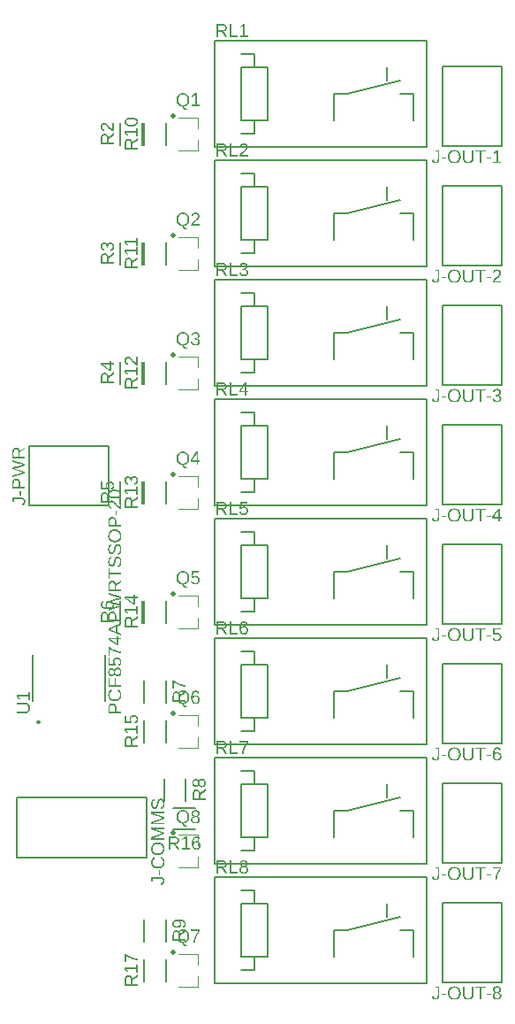
<source format=gto>
G04 EAGLE Gerber RS-274X export*
G75*
%MOMM*%
%FSLAX34Y34*%
%LPD*%
%INSilkscreen Top*%
%IPPOS*%
%AMOC8*
5,1,8,0,0,1.08239X$1,22.5*%
G01*
G04 Define Apertures*
%ADD10C,0.127000*%
%ADD11C,0.152400*%
%ADD12C,0.500000*%
%ADD13C,0.120000*%
%ADD14C,0.200000*%
G36*
X149191Y262580D02*
X149655Y262614D01*
X150103Y262671D01*
X150536Y262750D01*
X150953Y262852D01*
X151356Y262977D01*
X151743Y263125D01*
X152115Y263295D01*
X152469Y263487D01*
X152802Y263700D01*
X153112Y263932D01*
X153402Y264185D01*
X153670Y264459D01*
X153916Y264753D01*
X154141Y265067D01*
X154344Y265402D01*
X154525Y265755D01*
X154682Y266124D01*
X154814Y266510D01*
X154923Y266911D01*
X155007Y267330D01*
X155067Y267764D01*
X155103Y268215D01*
X155115Y268682D01*
X155103Y269145D01*
X155066Y269592D01*
X155006Y270024D01*
X154920Y270440D01*
X154811Y270841D01*
X154677Y271226D01*
X154518Y271595D01*
X154336Y271949D01*
X154130Y272285D01*
X153904Y272600D01*
X153656Y272896D01*
X153388Y273172D01*
X153098Y273427D01*
X152787Y273662D01*
X152455Y273878D01*
X152102Y274073D01*
X151731Y274246D01*
X151345Y274396D01*
X150944Y274524D01*
X150528Y274628D01*
X150097Y274709D01*
X149650Y274767D01*
X149189Y274801D01*
X148713Y274813D01*
X148235Y274801D01*
X147773Y274767D01*
X147327Y274710D01*
X146897Y274630D01*
X146484Y274527D01*
X146087Y274401D01*
X145706Y274253D01*
X145341Y274081D01*
X144994Y273888D01*
X144669Y273675D01*
X144365Y273441D01*
X144083Y273187D01*
X143821Y272912D01*
X143581Y272617D01*
X143362Y272302D01*
X143164Y271966D01*
X142989Y271612D01*
X142837Y271243D01*
X142708Y270858D01*
X142603Y270458D01*
X142521Y270041D01*
X142462Y269610D01*
X142427Y269162D01*
X142415Y268699D01*
X142422Y268343D01*
X142441Y267997D01*
X142474Y267660D01*
X142520Y267334D01*
X142578Y267017D01*
X142650Y266710D01*
X142735Y266413D01*
X142832Y266126D01*
X142943Y265850D01*
X143067Y265582D01*
X143204Y265325D01*
X143354Y265078D01*
X143517Y264841D01*
X143693Y264614D01*
X144084Y264189D01*
X144521Y263809D01*
X144999Y263480D01*
X145253Y263334D01*
X145517Y263201D01*
X145791Y263081D01*
X146075Y262973D01*
X146370Y262878D01*
X146674Y262796D01*
X146989Y262727D01*
X147313Y262670D01*
X147648Y262625D01*
X147993Y262594D01*
X148348Y262575D01*
X148713Y262568D01*
X149191Y262580D01*
G37*
%LPC*%
G36*
X148144Y264286D02*
X147609Y264340D01*
X147105Y264430D01*
X146635Y264557D01*
X146197Y264719D01*
X145791Y264918D01*
X145418Y265153D01*
X145078Y265424D01*
X144774Y265728D01*
X144511Y266062D01*
X144288Y266426D01*
X144106Y266821D01*
X143964Y267245D01*
X143863Y267700D01*
X143802Y268184D01*
X143782Y268699D01*
X143802Y269210D01*
X143864Y269691D01*
X143966Y270142D01*
X144110Y270564D01*
X144295Y270956D01*
X144521Y271318D01*
X144788Y271650D01*
X145095Y271953D01*
X145439Y272223D01*
X145814Y272457D01*
X146220Y272655D01*
X146657Y272817D01*
X147124Y272943D01*
X147623Y273033D01*
X148152Y273087D01*
X148713Y273105D01*
X149298Y273087D01*
X149849Y273033D01*
X150366Y272944D01*
X150849Y272819D01*
X151298Y272658D01*
X151712Y272462D01*
X152093Y272230D01*
X152439Y271962D01*
X152748Y271661D01*
X153016Y271328D01*
X153243Y270965D01*
X153428Y270570D01*
X153572Y270145D01*
X153675Y269688D01*
X153737Y269201D01*
X153758Y268682D01*
X153736Y268177D01*
X153673Y267701D01*
X153566Y267252D01*
X153417Y266833D01*
X153226Y266441D01*
X152992Y266078D01*
X152715Y265743D01*
X152396Y265437D01*
X152040Y265163D01*
X151655Y264925D01*
X151239Y264724D01*
X150794Y264560D01*
X150319Y264432D01*
X149813Y264341D01*
X149278Y264286D01*
X148713Y264267D01*
X148144Y264286D01*
G37*
%LPD*%
G36*
X154940Y278617D02*
X146707Y278617D01*
X145052Y278582D01*
X144079Y278555D01*
X145043Y278844D01*
X146532Y279335D01*
X154940Y282567D01*
X154940Y283740D01*
X146532Y286928D01*
X146047Y287105D01*
X145476Y287292D01*
X144079Y287699D01*
X145367Y287640D01*
X146707Y287620D01*
X154940Y287620D01*
X154940Y289127D01*
X142599Y289127D01*
X142599Y286981D01*
X151156Y283758D01*
X151473Y283643D01*
X152054Y283456D01*
X152677Y283271D01*
X153118Y283162D01*
X152264Y282948D01*
X151692Y282782D01*
X151156Y282611D01*
X142599Y279326D01*
X142599Y277128D01*
X154940Y277128D01*
X154940Y278617D01*
G37*
G36*
X154940Y293554D02*
X146707Y293554D01*
X145052Y293519D01*
X144079Y293493D01*
X145043Y293782D01*
X146532Y294272D01*
X154940Y297504D01*
X154940Y298678D01*
X146532Y301866D01*
X146047Y302042D01*
X145476Y302229D01*
X144079Y302637D01*
X145367Y302578D01*
X146707Y302558D01*
X154940Y302558D01*
X154940Y304064D01*
X142599Y304064D01*
X142599Y301919D01*
X151156Y298695D01*
X151473Y298580D01*
X152054Y298393D01*
X152677Y298208D01*
X153118Y298100D01*
X152264Y297885D01*
X151692Y297720D01*
X151156Y297548D01*
X142599Y294264D01*
X142599Y292065D01*
X154940Y292065D01*
X154940Y293554D01*
G37*
G36*
X152359Y306450D02*
X152715Y306585D01*
X153045Y306748D01*
X153351Y306942D01*
X153633Y307165D01*
X153890Y307418D01*
X154123Y307700D01*
X154331Y308012D01*
X154515Y308354D01*
X154674Y308725D01*
X154809Y309126D01*
X154919Y309556D01*
X155005Y310016D01*
X155066Y310506D01*
X155103Y311026D01*
X155115Y311575D01*
X155101Y312164D01*
X155057Y312720D01*
X154983Y313241D01*
X154881Y313728D01*
X154749Y314181D01*
X154588Y314600D01*
X154398Y314985D01*
X154178Y315336D01*
X153932Y315649D01*
X153661Y315921D01*
X153367Y316150D01*
X153048Y316338D01*
X152706Y316484D01*
X152339Y316589D01*
X151948Y316651D01*
X151533Y316672D01*
X151207Y316660D01*
X150902Y316625D01*
X150620Y316566D01*
X150359Y316484D01*
X150118Y316381D01*
X149893Y316259D01*
X149684Y316120D01*
X149492Y315963D01*
X149315Y315789D01*
X149153Y315600D01*
X149004Y315397D01*
X148870Y315179D01*
X148633Y314711D01*
X148428Y314211D01*
X148253Y313682D01*
X148104Y313129D01*
X147837Y311995D01*
X147656Y311216D01*
X147490Y310578D01*
X147338Y310082D01*
X147202Y309727D01*
X147066Y309459D01*
X146915Y309224D01*
X146750Y309023D01*
X146571Y308855D01*
X146373Y308723D01*
X146150Y308628D01*
X145902Y308572D01*
X145630Y308553D01*
X145394Y308565D01*
X145174Y308602D01*
X144968Y308663D01*
X144778Y308748D01*
X144603Y308857D01*
X144442Y308991D01*
X144297Y309150D01*
X144167Y309332D01*
X144052Y309538D01*
X143952Y309766D01*
X143868Y310016D01*
X143799Y310287D01*
X143746Y310581D01*
X143707Y310896D01*
X143684Y311233D01*
X143677Y311592D01*
X143683Y311920D01*
X143704Y312230D01*
X143739Y312521D01*
X143787Y312794D01*
X143849Y313049D01*
X143925Y313285D01*
X144015Y313503D01*
X144119Y313703D01*
X144238Y313886D01*
X144374Y314053D01*
X144526Y314205D01*
X144696Y314342D01*
X144882Y314464D01*
X145085Y314570D01*
X145305Y314661D01*
X145542Y314736D01*
X145253Y316383D01*
X144880Y316261D01*
X144535Y316118D01*
X144218Y315954D01*
X143929Y315770D01*
X143669Y315565D01*
X143438Y315339D01*
X143234Y315092D01*
X143059Y314824D01*
X142908Y314531D01*
X142777Y314206D01*
X142667Y313851D01*
X142576Y313464D01*
X142506Y313047D01*
X142456Y312599D01*
X142425Y312120D01*
X142415Y311610D01*
X142429Y311061D01*
X142469Y310545D01*
X142536Y310062D01*
X142630Y309612D01*
X142751Y309194D01*
X142898Y308809D01*
X143072Y308457D01*
X143274Y308137D01*
X143500Y307853D01*
X143748Y307606D01*
X144020Y307398D01*
X144314Y307227D01*
X144631Y307094D01*
X144970Y307000D01*
X145332Y306943D01*
X145717Y306924D01*
X146053Y306938D01*
X146370Y306982D01*
X146666Y307054D01*
X146943Y307156D01*
X147202Y307285D01*
X147444Y307440D01*
X147669Y307620D01*
X147876Y307826D01*
X148071Y308065D01*
X148256Y308344D01*
X148432Y308663D01*
X148599Y309022D01*
X148761Y309444D01*
X148923Y309955D01*
X149085Y310555D01*
X149247Y311242D01*
X149606Y312775D01*
X149694Y313108D01*
X149792Y313418D01*
X149900Y313704D01*
X150018Y313966D01*
X150149Y314201D01*
X150296Y314409D01*
X150459Y314589D01*
X150640Y314741D01*
X150842Y314862D01*
X151073Y314948D01*
X151333Y315000D01*
X151621Y315017D01*
X151882Y315003D01*
X152127Y314962D01*
X152355Y314893D01*
X152568Y314797D01*
X152764Y314673D01*
X152943Y314522D01*
X153107Y314343D01*
X153254Y314137D01*
X153384Y313905D01*
X153497Y313650D01*
X153593Y313372D01*
X153671Y313071D01*
X153732Y312747D01*
X153775Y312400D01*
X153801Y312029D01*
X153810Y311636D01*
X153802Y311254D01*
X153778Y310893D01*
X153737Y310552D01*
X153680Y310232D01*
X153607Y309933D01*
X153517Y309654D01*
X153411Y309395D01*
X153289Y309157D01*
X153150Y308939D01*
X152992Y308741D01*
X152815Y308563D01*
X152620Y308404D01*
X152407Y308265D01*
X152175Y308146D01*
X151924Y308046D01*
X151656Y307966D01*
X151980Y306346D01*
X152359Y306450D01*
G37*
G36*
X149197Y249672D02*
X149665Y249706D01*
X150116Y249761D01*
X150551Y249839D01*
X150969Y249940D01*
X151371Y250062D01*
X151756Y250207D01*
X152124Y250375D01*
X152474Y250563D01*
X152803Y250772D01*
X153111Y251001D01*
X153399Y251251D01*
X153665Y251520D01*
X153911Y251810D01*
X154136Y252120D01*
X154340Y252450D01*
X154522Y252799D01*
X154679Y253163D01*
X154812Y253543D01*
X154921Y253938D01*
X155006Y254350D01*
X155067Y254777D01*
X155103Y255219D01*
X155115Y255678D01*
X155102Y256127D01*
X155063Y256561D01*
X154998Y256982D01*
X154907Y257389D01*
X154790Y257782D01*
X154647Y258162D01*
X154478Y258527D01*
X154283Y258879D01*
X154063Y259214D01*
X153819Y259530D01*
X153552Y259827D01*
X153261Y260104D01*
X152945Y260362D01*
X152606Y260601D01*
X152244Y260821D01*
X151857Y261021D01*
X151174Y259654D01*
X151485Y259486D01*
X151775Y259308D01*
X152046Y259120D01*
X152297Y258921D01*
X152527Y258713D01*
X152738Y258495D01*
X152928Y258266D01*
X153099Y258027D01*
X153249Y257779D01*
X153379Y257520D01*
X153489Y257251D01*
X153580Y256973D01*
X153650Y256684D01*
X153700Y256385D01*
X153730Y256076D01*
X153740Y255757D01*
X153719Y255264D01*
X153654Y254798D01*
X153546Y254357D01*
X153395Y253943D01*
X153201Y253555D01*
X152964Y253192D01*
X152684Y252857D01*
X152361Y252547D01*
X152002Y252269D01*
X151615Y252028D01*
X151201Y251824D01*
X150759Y251657D01*
X150289Y251527D01*
X149791Y251434D01*
X149266Y251379D01*
X148713Y251360D01*
X148154Y251378D01*
X147626Y251431D01*
X147129Y251520D01*
X146662Y251645D01*
X146226Y251805D01*
X145820Y252001D01*
X145445Y252232D01*
X145100Y252499D01*
X144791Y252798D01*
X144523Y253125D01*
X144297Y253481D01*
X144111Y253865D01*
X143967Y254278D01*
X143864Y254719D01*
X143802Y255189D01*
X143782Y255687D01*
X143791Y256007D01*
X143817Y256317D01*
X143862Y256616D01*
X143924Y256903D01*
X144004Y257179D01*
X144102Y257445D01*
X144218Y257699D01*
X144351Y257942D01*
X144501Y258172D01*
X144667Y258385D01*
X144849Y258582D01*
X145047Y258762D01*
X145261Y258926D01*
X145491Y259074D01*
X145736Y259206D01*
X145998Y259322D01*
X145472Y260907D01*
X145105Y260740D01*
X144761Y260552D01*
X144440Y260342D01*
X144143Y260110D01*
X143869Y259856D01*
X143618Y259580D01*
X143390Y259282D01*
X143186Y258962D01*
X143005Y258622D01*
X142849Y258261D01*
X142716Y257879D01*
X142608Y257478D01*
X142524Y257056D01*
X142463Y256614D01*
X142427Y256152D01*
X142415Y255669D01*
X142422Y255322D01*
X142441Y254983D01*
X142474Y254655D01*
X142520Y254336D01*
X142579Y254026D01*
X142651Y253726D01*
X142736Y253436D01*
X142834Y253156D01*
X142945Y252884D01*
X143069Y252623D01*
X143206Y252371D01*
X143356Y252129D01*
X143696Y251673D01*
X144088Y251255D01*
X144526Y250881D01*
X145005Y250558D01*
X145523Y250284D01*
X145797Y250165D01*
X146081Y250059D01*
X146375Y249966D01*
X146679Y249885D01*
X146993Y249817D01*
X147317Y249761D01*
X147651Y249717D01*
X147995Y249686D01*
X148349Y249667D01*
X148713Y249661D01*
X149197Y249672D01*
G37*
G36*
X152267Y234176D02*
X152634Y234279D01*
X152976Y234402D01*
X153292Y234545D01*
X153583Y234708D01*
X153849Y234891D01*
X154090Y235094D01*
X154305Y235317D01*
X154495Y235559D01*
X154659Y235822D01*
X154799Y236104D01*
X154913Y236407D01*
X155001Y236729D01*
X155065Y237071D01*
X155103Y237433D01*
X155115Y237815D01*
X155099Y238227D01*
X155051Y238615D01*
X154970Y238982D01*
X154858Y239326D01*
X154713Y239648D01*
X154536Y239947D01*
X154327Y240223D01*
X154086Y240478D01*
X153817Y240706D01*
X153524Y240903D01*
X153206Y241070D01*
X152865Y241207D01*
X152500Y241313D01*
X152111Y241389D01*
X151698Y241435D01*
X151261Y241450D01*
X142599Y241450D01*
X142599Y237412D01*
X143966Y237412D01*
X143966Y239786D01*
X151296Y239786D01*
X151590Y239778D01*
X151864Y239753D01*
X152121Y239712D01*
X152360Y239654D01*
X152580Y239581D01*
X152782Y239490D01*
X152966Y239383D01*
X153131Y239260D01*
X153278Y239123D01*
X153405Y238973D01*
X153513Y238812D01*
X153601Y238638D01*
X153670Y238453D01*
X153718Y238255D01*
X153748Y238046D01*
X153758Y237824D01*
X153749Y237620D01*
X153722Y237425D01*
X153678Y237239D01*
X153615Y237062D01*
X153535Y236893D01*
X153437Y236733D01*
X153322Y236582D01*
X153188Y236440D01*
X153039Y236308D01*
X152876Y236189D01*
X152699Y236082D01*
X152507Y235987D01*
X152302Y235904D01*
X152083Y235834D01*
X151850Y235776D01*
X151603Y235731D01*
X151875Y234093D01*
X152267Y234176D01*
G37*
G36*
X150876Y247958D02*
X149475Y247958D01*
X149475Y243578D01*
X150876Y243578D01*
X150876Y247958D01*
G37*
G36*
X433404Y124297D02*
X433851Y124334D01*
X434283Y124394D01*
X434699Y124480D01*
X435099Y124589D01*
X435484Y124723D01*
X435854Y124882D01*
X436207Y125064D01*
X436543Y125270D01*
X436859Y125496D01*
X437155Y125744D01*
X437430Y126012D01*
X437686Y126302D01*
X437921Y126613D01*
X438136Y126945D01*
X438331Y127298D01*
X438505Y127669D01*
X438655Y128055D01*
X438782Y128456D01*
X438887Y128872D01*
X438967Y129303D01*
X439025Y129750D01*
X439060Y130211D01*
X439072Y130687D01*
X439060Y131165D01*
X439026Y131627D01*
X438969Y132073D01*
X438889Y132503D01*
X438786Y132916D01*
X438660Y133313D01*
X438512Y133694D01*
X438340Y134059D01*
X438147Y134406D01*
X437934Y134731D01*
X437700Y135035D01*
X437446Y135317D01*
X437171Y135579D01*
X436876Y135819D01*
X436561Y136038D01*
X436225Y136236D01*
X435871Y136411D01*
X435502Y136563D01*
X435117Y136692D01*
X434716Y136798D01*
X434300Y136879D01*
X433868Y136938D01*
X433421Y136973D01*
X432958Y136985D01*
X432602Y136978D01*
X432255Y136959D01*
X431919Y136926D01*
X431592Y136880D01*
X431276Y136822D01*
X430969Y136750D01*
X430672Y136665D01*
X430385Y136568D01*
X430108Y136457D01*
X429841Y136333D01*
X429584Y136196D01*
X429337Y136046D01*
X429100Y135883D01*
X428872Y135707D01*
X428447Y135316D01*
X428068Y134879D01*
X427739Y134401D01*
X427593Y134147D01*
X427460Y133883D01*
X427340Y133609D01*
X427232Y133325D01*
X427137Y133030D01*
X427055Y132726D01*
X426985Y132411D01*
X426928Y132087D01*
X426884Y131752D01*
X426852Y131407D01*
X426833Y131052D01*
X426827Y130687D01*
X426838Y130209D01*
X426873Y129746D01*
X426929Y129297D01*
X427009Y128864D01*
X427111Y128447D01*
X427236Y128044D01*
X427384Y127657D01*
X427554Y127285D01*
X427746Y126931D01*
X427958Y126598D01*
X428191Y126288D01*
X428444Y125998D01*
X428718Y125730D01*
X429012Y125484D01*
X429326Y125259D01*
X429660Y125056D01*
X430013Y124875D01*
X430383Y124718D01*
X430768Y124586D01*
X431170Y124478D01*
X431588Y124393D01*
X432023Y124333D01*
X432474Y124297D01*
X432941Y124285D01*
X433404Y124297D01*
G37*
%LPC*%
G36*
X432436Y125664D02*
X431959Y125728D01*
X431511Y125834D01*
X431091Y125983D01*
X430700Y126174D01*
X430337Y126409D01*
X430002Y126685D01*
X429696Y127004D01*
X429421Y127360D01*
X429184Y127745D01*
X428983Y128161D01*
X428819Y128606D01*
X428691Y129081D01*
X428599Y129587D01*
X428545Y130122D01*
X428526Y130687D01*
X428544Y131256D01*
X428598Y131791D01*
X428689Y132295D01*
X428815Y132765D01*
X428978Y133203D01*
X429177Y133609D01*
X429411Y133982D01*
X429682Y134322D01*
X429986Y134626D01*
X430321Y134889D01*
X430685Y135112D01*
X431079Y135294D01*
X431504Y135436D01*
X431958Y135537D01*
X432443Y135598D01*
X432958Y135618D01*
X433469Y135598D01*
X433950Y135536D01*
X434401Y135434D01*
X434823Y135290D01*
X435214Y135105D01*
X435577Y134879D01*
X435909Y134613D01*
X436212Y134305D01*
X436482Y133961D01*
X436716Y133586D01*
X436914Y133180D01*
X437076Y132743D01*
X437202Y132276D01*
X437292Y131777D01*
X437346Y131248D01*
X437364Y130687D01*
X437346Y130102D01*
X437292Y129551D01*
X437203Y129034D01*
X437078Y128551D01*
X436917Y128103D01*
X436721Y127688D01*
X436489Y127307D01*
X436221Y126961D01*
X435919Y126652D01*
X435587Y126384D01*
X435224Y126157D01*
X434829Y125972D01*
X434404Y125828D01*
X433947Y125725D01*
X433459Y125663D01*
X432941Y125642D01*
X432436Y125664D01*
G37*
%LPD*%
G36*
X474307Y124300D02*
X474770Y124345D01*
X475205Y124419D01*
X475609Y124523D01*
X475984Y124658D01*
X476330Y124822D01*
X476645Y125016D01*
X476932Y125240D01*
X477186Y125490D01*
X477407Y125764D01*
X477593Y126061D01*
X477746Y126383D01*
X477865Y126727D01*
X477950Y127095D01*
X478001Y127487D01*
X478018Y127902D01*
X478007Y128200D01*
X477977Y128485D01*
X477925Y128758D01*
X477853Y129018D01*
X477761Y129265D01*
X477648Y129499D01*
X477515Y129721D01*
X477361Y129930D01*
X477327Y129967D01*
X477188Y130123D01*
X477000Y130296D01*
X476794Y130451D01*
X476573Y130586D01*
X476334Y130701D01*
X476080Y130798D01*
X475809Y130875D01*
X475522Y130933D01*
X475522Y130968D01*
X475769Y131027D01*
X476003Y131105D01*
X476223Y131201D01*
X476430Y131316D01*
X476624Y131449D01*
X476786Y131585D01*
X476804Y131600D01*
X476971Y131769D01*
X477124Y131957D01*
X477262Y132159D01*
X477381Y132368D01*
X477482Y132587D01*
X477564Y132813D01*
X477629Y133049D01*
X477674Y133292D01*
X477702Y133545D01*
X477711Y133805D01*
X477695Y134162D01*
X477645Y134499D01*
X477563Y134817D01*
X477447Y135117D01*
X477299Y135398D01*
X477118Y135659D01*
X476903Y135902D01*
X476656Y136126D01*
X476380Y136328D01*
X476080Y136502D01*
X475756Y136649D01*
X475409Y136770D01*
X475037Y136864D01*
X474642Y136931D01*
X474222Y136971D01*
X473779Y136985D01*
X473345Y136971D01*
X472935Y136930D01*
X472547Y136862D01*
X472181Y136766D01*
X471838Y136643D01*
X471518Y136492D01*
X471220Y136314D01*
X470945Y136109D01*
X470698Y135882D01*
X470483Y135638D01*
X470302Y135377D01*
X470154Y135099D01*
X470038Y134805D01*
X469956Y134495D01*
X469906Y134167D01*
X469890Y133823D01*
X469899Y133562D01*
X469926Y133310D01*
X469972Y133066D01*
X470035Y132831D01*
X470117Y132604D01*
X470217Y132386D01*
X470336Y132176D01*
X470472Y131975D01*
X470624Y131786D01*
X470790Y131615D01*
X470969Y131461D01*
X471161Y131325D01*
X471366Y131205D01*
X471585Y131103D01*
X471817Y131018D01*
X472062Y130950D01*
X472062Y130915D01*
X471799Y130861D01*
X471547Y130787D01*
X471308Y130693D01*
X471081Y130578D01*
X470866Y130443D01*
X470663Y130288D01*
X470472Y130112D01*
X470293Y129917D01*
X470131Y129705D01*
X469990Y129481D01*
X469871Y129245D01*
X469774Y128997D01*
X469698Y128737D01*
X469644Y128465D01*
X469612Y128181D01*
X469601Y127885D01*
X469618Y127466D01*
X469671Y127071D01*
X469758Y126701D01*
X469880Y126356D01*
X470037Y126036D01*
X470229Y125740D01*
X470456Y125469D01*
X470717Y125222D01*
X471010Y125002D01*
X471330Y124812D01*
X471676Y124651D01*
X472050Y124519D01*
X472450Y124417D01*
X472878Y124343D01*
X473332Y124300D01*
X473814Y124285D01*
X474307Y124300D01*
G37*
%LPC*%
G36*
X473516Y125477D02*
X473221Y125507D01*
X472947Y125557D01*
X472693Y125627D01*
X472459Y125716D01*
X472246Y125826D01*
X472053Y125955D01*
X471880Y126104D01*
X471728Y126274D01*
X471596Y126463D01*
X471484Y126672D01*
X471392Y126901D01*
X471321Y127150D01*
X471270Y127419D01*
X471240Y127707D01*
X471230Y128016D01*
X471240Y128282D01*
X471272Y128534D01*
X471325Y128771D01*
X471398Y128994D01*
X471493Y129201D01*
X471609Y129395D01*
X471746Y129573D01*
X471904Y129737D01*
X472081Y129884D01*
X472274Y130011D01*
X472484Y130119D01*
X472710Y130207D01*
X472953Y130275D01*
X473211Y130324D01*
X473487Y130353D01*
X473779Y130363D01*
X474079Y130354D01*
X474362Y130327D01*
X474627Y130281D01*
X474876Y130218D01*
X475107Y130136D01*
X475321Y130036D01*
X475517Y129917D01*
X475697Y129781D01*
X475857Y129626D01*
X475996Y129454D01*
X476113Y129265D01*
X476209Y129057D01*
X476284Y128832D01*
X476337Y128589D01*
X476369Y128329D01*
X476380Y128051D01*
X476370Y127725D01*
X476340Y127422D01*
X476291Y127142D01*
X476222Y126885D01*
X476134Y126651D01*
X476025Y126439D01*
X475897Y126251D01*
X475749Y126085D01*
X475581Y125940D01*
X475393Y125815D01*
X475184Y125708D01*
X474954Y125622D01*
X474704Y125554D01*
X474434Y125506D01*
X474143Y125477D01*
X473831Y125467D01*
X473516Y125477D01*
G37*
G36*
X473530Y131554D02*
X473280Y131580D01*
X473045Y131624D01*
X472825Y131685D01*
X472621Y131763D01*
X472432Y131859D01*
X472259Y131971D01*
X472101Y132102D01*
X471961Y132249D01*
X471839Y132411D01*
X471736Y132590D01*
X471651Y132784D01*
X471586Y132994D01*
X471539Y133219D01*
X471511Y133461D01*
X471501Y133718D01*
X471510Y133970D01*
X471538Y134207D01*
X471583Y134427D01*
X471647Y134631D01*
X471729Y134819D01*
X471829Y134991D01*
X471947Y135146D01*
X472084Y135286D01*
X472238Y135409D01*
X472408Y135515D01*
X472595Y135606D01*
X472799Y135680D01*
X473019Y135737D01*
X473256Y135778D01*
X473509Y135803D01*
X473779Y135811D01*
X474056Y135803D01*
X474316Y135778D01*
X474558Y135737D01*
X474783Y135680D01*
X474989Y135607D01*
X475177Y135517D01*
X475347Y135410D01*
X475500Y135288D01*
X475634Y135149D01*
X475751Y134993D01*
X475849Y134822D01*
X475930Y134634D01*
X475993Y134429D01*
X476037Y134208D01*
X476064Y133971D01*
X476073Y133718D01*
X476064Y133441D01*
X476037Y133184D01*
X475991Y132947D01*
X475928Y132729D01*
X475846Y132532D01*
X475746Y132354D01*
X475627Y132196D01*
X475491Y132058D01*
X475337Y131938D01*
X475167Y131834D01*
X474980Y131746D01*
X474776Y131674D01*
X474556Y131618D01*
X474319Y131578D01*
X474066Y131554D01*
X473796Y131546D01*
X473530Y131554D01*
G37*
%LPD*%
G36*
X446705Y124294D02*
X447080Y124321D01*
X447441Y124366D01*
X447790Y124428D01*
X448126Y124509D01*
X448448Y124608D01*
X448758Y124724D01*
X449055Y124859D01*
X449336Y125010D01*
X449602Y125177D01*
X449851Y125361D01*
X450084Y125560D01*
X450300Y125776D01*
X450500Y126007D01*
X450683Y126255D01*
X450850Y126518D01*
X450999Y126796D01*
X451128Y127087D01*
X451237Y127391D01*
X451326Y127707D01*
X451396Y128037D01*
X451445Y128379D01*
X451475Y128734D01*
X451485Y129102D01*
X451485Y136801D01*
X449821Y136801D01*
X449821Y129198D01*
X449806Y128776D01*
X449763Y128379D01*
X449691Y128009D01*
X449590Y127665D01*
X449460Y127346D01*
X449301Y127054D01*
X449113Y126789D01*
X448897Y126549D01*
X448654Y126336D01*
X448389Y126152D01*
X448100Y125997D01*
X447788Y125869D01*
X447453Y125770D01*
X447095Y125699D01*
X446713Y125657D01*
X446309Y125642D01*
X445916Y125656D01*
X445546Y125697D01*
X445201Y125766D01*
X444879Y125861D01*
X444581Y125985D01*
X444307Y126135D01*
X444057Y126313D01*
X443830Y126518D01*
X443629Y126750D01*
X443455Y127007D01*
X443307Y127290D01*
X443186Y127598D01*
X443092Y127931D01*
X443025Y128290D01*
X442985Y128675D01*
X442972Y129085D01*
X442972Y136801D01*
X441299Y136801D01*
X441299Y128944D01*
X441309Y128587D01*
X441338Y128243D01*
X441386Y127911D01*
X441454Y127591D01*
X441542Y127284D01*
X441649Y126990D01*
X441775Y126708D01*
X441921Y126439D01*
X442084Y126184D01*
X442263Y125945D01*
X442459Y125721D01*
X442670Y125513D01*
X442896Y125321D01*
X443139Y125144D01*
X443398Y124982D01*
X443672Y124837D01*
X443961Y124707D01*
X444261Y124595D01*
X444574Y124500D01*
X444899Y124423D01*
X445235Y124362D01*
X445584Y124319D01*
X445945Y124293D01*
X446317Y124285D01*
X446705Y124294D01*
G37*
G36*
X459190Y135434D02*
X463429Y135434D01*
X463429Y136801D01*
X453287Y136801D01*
X453287Y135434D01*
X457526Y135434D01*
X457526Y124460D01*
X459190Y124460D01*
X459190Y135434D01*
G37*
G36*
X415454Y124301D02*
X415843Y124349D01*
X416209Y124430D01*
X416554Y124542D01*
X416875Y124687D01*
X417174Y124864D01*
X417451Y125073D01*
X417705Y125314D01*
X417933Y125583D01*
X418131Y125876D01*
X418298Y126194D01*
X418434Y126535D01*
X418541Y126900D01*
X418617Y127289D01*
X418662Y127702D01*
X418677Y128139D01*
X418677Y136801D01*
X414640Y136801D01*
X414640Y135434D01*
X417013Y135434D01*
X417013Y128104D01*
X417005Y127810D01*
X416980Y127536D01*
X416939Y127279D01*
X416882Y127040D01*
X416808Y126820D01*
X416718Y126618D01*
X416611Y126434D01*
X416488Y126269D01*
X416350Y126122D01*
X416201Y125995D01*
X416039Y125887D01*
X415866Y125799D01*
X415680Y125730D01*
X415483Y125682D01*
X415273Y125652D01*
X415051Y125642D01*
X414848Y125651D01*
X414653Y125678D01*
X414467Y125722D01*
X414289Y125785D01*
X414121Y125865D01*
X413961Y125963D01*
X413810Y126078D01*
X413668Y126212D01*
X413536Y126361D01*
X413416Y126524D01*
X413309Y126702D01*
X413214Y126893D01*
X413132Y127098D01*
X413062Y127317D01*
X413004Y127550D01*
X412958Y127797D01*
X411320Y127525D01*
X411404Y127133D01*
X411507Y126766D01*
X411630Y126424D01*
X411773Y126108D01*
X411936Y125817D01*
X412119Y125551D01*
X412322Y125310D01*
X412544Y125095D01*
X412787Y124905D01*
X413049Y124741D01*
X413332Y124601D01*
X413634Y124487D01*
X413956Y124399D01*
X414299Y124335D01*
X414661Y124298D01*
X415043Y124285D01*
X415454Y124301D01*
G37*
G36*
X425185Y129925D02*
X420806Y129925D01*
X420806Y128524D01*
X425185Y128524D01*
X425185Y129925D01*
G37*
G36*
X468029Y129925D02*
X463650Y129925D01*
X463650Y128524D01*
X468029Y128524D01*
X468029Y129925D01*
G37*
G36*
X21590Y643888D02*
X16466Y643888D01*
X16466Y647733D01*
X21590Y650939D01*
X21590Y652866D01*
X18537Y650854D01*
X16274Y649362D01*
X16201Y649705D01*
X16108Y650029D01*
X15992Y650334D01*
X15855Y650620D01*
X15763Y650776D01*
X15697Y650887D01*
X15517Y651135D01*
X15315Y651364D01*
X15091Y651574D01*
X14850Y651762D01*
X14595Y651924D01*
X14327Y652062D01*
X14045Y652175D01*
X13749Y652262D01*
X13439Y652325D01*
X13116Y652363D01*
X12779Y652375D01*
X12374Y652357D01*
X11993Y652304D01*
X11634Y652216D01*
X11298Y652092D01*
X10984Y651932D01*
X10694Y651737D01*
X10427Y651507D01*
X10182Y651241D01*
X9963Y650942D01*
X9774Y650614D01*
X9614Y650257D01*
X9482Y649869D01*
X9380Y649452D01*
X9308Y649005D01*
X9264Y648528D01*
X9249Y648022D01*
X9249Y642215D01*
X21590Y642215D01*
X21590Y643888D01*
G37*
%LPC*%
G36*
X10589Y643888D02*
X10589Y647856D01*
X10598Y648189D01*
X10625Y648503D01*
X10669Y648796D01*
X10731Y649070D01*
X10810Y649323D01*
X10907Y649556D01*
X11022Y649769D01*
X11154Y649962D01*
X11303Y650134D01*
X11469Y650282D01*
X11650Y650408D01*
X11847Y650511D01*
X12061Y650591D01*
X12290Y650648D01*
X12535Y650682D01*
X12796Y650693D01*
X13067Y650682D01*
X13322Y650648D01*
X13561Y650592D01*
X13785Y650513D01*
X13994Y650411D01*
X14187Y650287D01*
X14364Y650140D01*
X14526Y649971D01*
X14671Y649781D01*
X14796Y649572D01*
X14903Y649345D01*
X14989Y649098D01*
X15057Y648833D01*
X15105Y648550D01*
X15134Y648247D01*
X15144Y647926D01*
X15144Y643888D01*
X10589Y643888D01*
G37*
%LPD*%
G36*
X21590Y614982D02*
X16782Y614982D01*
X16782Y618608D01*
X16765Y619086D01*
X16717Y619538D01*
X16636Y619964D01*
X16523Y620365D01*
X16378Y620740D01*
X16200Y621090D01*
X15990Y621414D01*
X15748Y621713D01*
X15478Y621981D01*
X15186Y622213D01*
X14872Y622409D01*
X14535Y622570D01*
X14176Y622695D01*
X13794Y622784D01*
X13390Y622838D01*
X12963Y622856D01*
X12533Y622838D01*
X12128Y622785D01*
X11748Y622696D01*
X11393Y622571D01*
X11063Y622411D01*
X10757Y622215D01*
X10477Y621984D01*
X10221Y621717D01*
X9994Y621418D01*
X9796Y621089D01*
X9629Y620731D01*
X9492Y620344D01*
X9386Y619928D01*
X9310Y619482D01*
X9264Y619007D01*
X9249Y618503D01*
X9249Y613309D01*
X21590Y613309D01*
X21590Y614982D01*
G37*
%LPC*%
G36*
X10589Y614982D02*
X10589Y618301D01*
X10599Y618649D01*
X10627Y618975D01*
X10673Y619278D01*
X10739Y619558D01*
X10823Y619816D01*
X10926Y620052D01*
X11047Y620265D01*
X11187Y620456D01*
X11346Y620624D01*
X11523Y620770D01*
X11719Y620894D01*
X11934Y620995D01*
X12168Y621073D01*
X12420Y621129D01*
X12691Y621163D01*
X12980Y621174D01*
X13281Y621163D01*
X13561Y621130D01*
X13823Y621076D01*
X14065Y620999D01*
X14287Y620900D01*
X14491Y620780D01*
X14675Y620638D01*
X14839Y620473D01*
X14985Y620287D01*
X15110Y620079D01*
X15217Y619849D01*
X15304Y619598D01*
X15372Y619324D01*
X15420Y619028D01*
X15449Y618711D01*
X15459Y618371D01*
X15459Y614982D01*
X10589Y614982D01*
G37*
%LPD*%
G36*
X21590Y627520D02*
X21590Y629517D01*
X15350Y631231D01*
X12814Y631908D01*
X11115Y632293D01*
X12724Y632648D01*
X13751Y632906D01*
X21590Y635043D01*
X21590Y637040D01*
X9249Y640675D01*
X9249Y638932D01*
X15622Y637161D01*
X18170Y636471D01*
X19812Y636086D01*
X20119Y636007D01*
X18669Y635674D01*
X16930Y635236D01*
X9249Y633090D01*
X9249Y631487D01*
X15255Y629803D01*
X17042Y629312D01*
X18017Y629057D01*
X20119Y628571D01*
X18581Y628223D01*
X17088Y627844D01*
X9249Y625628D01*
X9249Y623885D01*
X21590Y627520D01*
G37*
G36*
X18917Y597264D02*
X19284Y597367D01*
X19626Y597490D01*
X19942Y597633D01*
X20233Y597796D01*
X20499Y597979D01*
X20740Y598182D01*
X20955Y598404D01*
X21145Y598647D01*
X21309Y598909D01*
X21449Y599192D01*
X21563Y599494D01*
X21651Y599816D01*
X21715Y600159D01*
X21753Y600521D01*
X21765Y600903D01*
X21749Y601314D01*
X21701Y601703D01*
X21620Y602069D01*
X21508Y602414D01*
X21363Y602735D01*
X21186Y603034D01*
X20977Y603311D01*
X20736Y603565D01*
X20467Y603793D01*
X20174Y603991D01*
X19856Y604158D01*
X19515Y604294D01*
X19150Y604401D01*
X18761Y604477D01*
X18348Y604522D01*
X17911Y604537D01*
X9249Y604537D01*
X9249Y600500D01*
X10616Y600500D01*
X10616Y602873D01*
X17946Y602873D01*
X18240Y602865D01*
X18514Y602840D01*
X18771Y602799D01*
X19010Y602742D01*
X19230Y602668D01*
X19432Y602578D01*
X19616Y602471D01*
X19781Y602348D01*
X19928Y602210D01*
X20055Y602061D01*
X20163Y601899D01*
X20251Y601726D01*
X20320Y601540D01*
X20368Y601343D01*
X20398Y601133D01*
X20408Y600911D01*
X20399Y600708D01*
X20372Y600513D01*
X20328Y600327D01*
X20265Y600149D01*
X20185Y599981D01*
X20087Y599821D01*
X19972Y599670D01*
X19838Y599528D01*
X19689Y599396D01*
X19526Y599276D01*
X19349Y599169D01*
X19157Y599074D01*
X18952Y598992D01*
X18733Y598922D01*
X18500Y598864D01*
X18253Y598818D01*
X18525Y597180D01*
X18917Y597264D01*
G37*
G36*
X17526Y611045D02*
X16125Y611045D01*
X16125Y606666D01*
X17526Y606666D01*
X17526Y611045D01*
G37*
G36*
X433404Y924397D02*
X433851Y924434D01*
X434283Y924494D01*
X434699Y924580D01*
X435099Y924689D01*
X435484Y924823D01*
X435854Y924982D01*
X436207Y925164D01*
X436543Y925370D01*
X436859Y925596D01*
X437155Y925844D01*
X437430Y926112D01*
X437686Y926402D01*
X437921Y926713D01*
X438136Y927045D01*
X438331Y927398D01*
X438505Y927769D01*
X438655Y928155D01*
X438782Y928556D01*
X438887Y928972D01*
X438967Y929403D01*
X439025Y929850D01*
X439060Y930311D01*
X439072Y930787D01*
X439060Y931265D01*
X439026Y931727D01*
X438969Y932173D01*
X438889Y932603D01*
X438786Y933016D01*
X438660Y933413D01*
X438512Y933794D01*
X438340Y934159D01*
X438147Y934506D01*
X437934Y934831D01*
X437700Y935135D01*
X437446Y935417D01*
X437171Y935679D01*
X436876Y935919D01*
X436561Y936138D01*
X436225Y936336D01*
X435871Y936511D01*
X435502Y936663D01*
X435117Y936792D01*
X434716Y936898D01*
X434300Y936979D01*
X433868Y937038D01*
X433421Y937073D01*
X432958Y937085D01*
X432602Y937078D01*
X432255Y937059D01*
X431919Y937026D01*
X431592Y936980D01*
X431276Y936922D01*
X430969Y936850D01*
X430672Y936765D01*
X430385Y936668D01*
X430108Y936557D01*
X429841Y936433D01*
X429584Y936296D01*
X429337Y936146D01*
X429100Y935983D01*
X428872Y935807D01*
X428447Y935416D01*
X428068Y934979D01*
X427739Y934501D01*
X427593Y934247D01*
X427460Y933983D01*
X427340Y933709D01*
X427232Y933425D01*
X427137Y933130D01*
X427055Y932826D01*
X426985Y932511D01*
X426928Y932187D01*
X426884Y931852D01*
X426852Y931507D01*
X426833Y931152D01*
X426827Y930787D01*
X426838Y930309D01*
X426873Y929846D01*
X426929Y929397D01*
X427009Y928964D01*
X427111Y928547D01*
X427236Y928144D01*
X427384Y927757D01*
X427554Y927385D01*
X427746Y927031D01*
X427958Y926698D01*
X428191Y926388D01*
X428444Y926098D01*
X428718Y925830D01*
X429012Y925584D01*
X429326Y925359D01*
X429660Y925156D01*
X430013Y924975D01*
X430383Y924818D01*
X430768Y924686D01*
X431170Y924578D01*
X431588Y924493D01*
X432023Y924433D01*
X432474Y924397D01*
X432941Y924385D01*
X433404Y924397D01*
G37*
%LPC*%
G36*
X432436Y925764D02*
X431959Y925828D01*
X431511Y925934D01*
X431091Y926083D01*
X430700Y926274D01*
X430337Y926509D01*
X430002Y926785D01*
X429696Y927104D01*
X429421Y927460D01*
X429184Y927845D01*
X428983Y928261D01*
X428819Y928706D01*
X428691Y929181D01*
X428599Y929687D01*
X428545Y930222D01*
X428526Y930787D01*
X428544Y931356D01*
X428598Y931891D01*
X428689Y932395D01*
X428815Y932865D01*
X428978Y933303D01*
X429177Y933709D01*
X429411Y934082D01*
X429682Y934422D01*
X429986Y934726D01*
X430321Y934989D01*
X430685Y935212D01*
X431079Y935394D01*
X431504Y935536D01*
X431958Y935637D01*
X432443Y935698D01*
X432958Y935718D01*
X433469Y935698D01*
X433950Y935636D01*
X434401Y935534D01*
X434823Y935390D01*
X435214Y935205D01*
X435577Y934979D01*
X435909Y934713D01*
X436212Y934405D01*
X436482Y934061D01*
X436716Y933686D01*
X436914Y933280D01*
X437076Y932843D01*
X437202Y932376D01*
X437292Y931877D01*
X437346Y931348D01*
X437364Y930787D01*
X437346Y930202D01*
X437292Y929651D01*
X437203Y929134D01*
X437078Y928651D01*
X436917Y928203D01*
X436721Y927788D01*
X436489Y927407D01*
X436221Y927061D01*
X435919Y926752D01*
X435587Y926484D01*
X435224Y926257D01*
X434829Y926072D01*
X434404Y925928D01*
X433947Y925825D01*
X433459Y925763D01*
X432941Y925742D01*
X432436Y925764D01*
G37*
%LPD*%
G36*
X446705Y924394D02*
X447080Y924421D01*
X447441Y924466D01*
X447790Y924528D01*
X448126Y924609D01*
X448448Y924708D01*
X448758Y924824D01*
X449055Y924959D01*
X449336Y925110D01*
X449602Y925277D01*
X449851Y925461D01*
X450084Y925660D01*
X450300Y925876D01*
X450500Y926107D01*
X450683Y926355D01*
X450850Y926618D01*
X450999Y926896D01*
X451128Y927187D01*
X451237Y927491D01*
X451326Y927807D01*
X451396Y928137D01*
X451445Y928479D01*
X451475Y928834D01*
X451485Y929202D01*
X451485Y936901D01*
X449821Y936901D01*
X449821Y929298D01*
X449806Y928876D01*
X449763Y928479D01*
X449691Y928109D01*
X449590Y927765D01*
X449460Y927446D01*
X449301Y927154D01*
X449113Y926889D01*
X448897Y926649D01*
X448654Y926436D01*
X448389Y926252D01*
X448100Y926097D01*
X447788Y925969D01*
X447453Y925870D01*
X447095Y925799D01*
X446713Y925757D01*
X446309Y925742D01*
X445916Y925756D01*
X445546Y925797D01*
X445201Y925866D01*
X444879Y925961D01*
X444581Y926085D01*
X444307Y926235D01*
X444057Y926413D01*
X443830Y926618D01*
X443629Y926850D01*
X443455Y927107D01*
X443307Y927390D01*
X443186Y927698D01*
X443092Y928031D01*
X443025Y928390D01*
X442985Y928775D01*
X442972Y929185D01*
X442972Y936901D01*
X441299Y936901D01*
X441299Y929044D01*
X441309Y928687D01*
X441338Y928343D01*
X441386Y928011D01*
X441454Y927691D01*
X441542Y927384D01*
X441649Y927090D01*
X441775Y926808D01*
X441921Y926539D01*
X442084Y926284D01*
X442263Y926045D01*
X442459Y925821D01*
X442670Y925613D01*
X442896Y925421D01*
X443139Y925244D01*
X443398Y925082D01*
X443672Y924937D01*
X443961Y924807D01*
X444261Y924695D01*
X444574Y924600D01*
X444899Y924523D01*
X445235Y924462D01*
X445584Y924419D01*
X445945Y924393D01*
X446317Y924385D01*
X446705Y924394D01*
G37*
G36*
X459190Y935534D02*
X463429Y935534D01*
X463429Y936901D01*
X453287Y936901D01*
X453287Y935534D01*
X457526Y935534D01*
X457526Y924560D01*
X459190Y924560D01*
X459190Y935534D01*
G37*
G36*
X477921Y925900D02*
X474917Y925900D01*
X474917Y936901D01*
X473463Y936901D01*
X470547Y934895D01*
X470547Y933406D01*
X473332Y935394D01*
X473332Y925900D01*
X470188Y925900D01*
X470188Y924560D01*
X477921Y924560D01*
X477921Y925900D01*
G37*
G36*
X415454Y924401D02*
X415843Y924449D01*
X416209Y924530D01*
X416554Y924642D01*
X416875Y924787D01*
X417174Y924964D01*
X417451Y925173D01*
X417705Y925414D01*
X417933Y925683D01*
X418131Y925976D01*
X418298Y926294D01*
X418434Y926635D01*
X418541Y927000D01*
X418617Y927389D01*
X418662Y927802D01*
X418677Y928239D01*
X418677Y936901D01*
X414640Y936901D01*
X414640Y935534D01*
X417013Y935534D01*
X417013Y928204D01*
X417005Y927910D01*
X416980Y927636D01*
X416939Y927379D01*
X416882Y927140D01*
X416808Y926920D01*
X416718Y926718D01*
X416611Y926534D01*
X416488Y926369D01*
X416350Y926222D01*
X416201Y926095D01*
X416039Y925987D01*
X415866Y925899D01*
X415680Y925830D01*
X415483Y925782D01*
X415273Y925752D01*
X415051Y925742D01*
X414848Y925751D01*
X414653Y925778D01*
X414467Y925822D01*
X414289Y925885D01*
X414121Y925965D01*
X413961Y926063D01*
X413810Y926178D01*
X413668Y926312D01*
X413536Y926461D01*
X413416Y926624D01*
X413309Y926802D01*
X413214Y926993D01*
X413132Y927198D01*
X413062Y927417D01*
X413004Y927650D01*
X412958Y927897D01*
X411320Y927625D01*
X411404Y927233D01*
X411507Y926866D01*
X411630Y926524D01*
X411773Y926208D01*
X411936Y925917D01*
X412119Y925651D01*
X412322Y925410D01*
X412544Y925195D01*
X412787Y925005D01*
X413049Y924841D01*
X413332Y924701D01*
X413634Y924587D01*
X413956Y924499D01*
X414299Y924435D01*
X414661Y924398D01*
X415043Y924385D01*
X415454Y924401D01*
G37*
G36*
X425185Y930025D02*
X420806Y930025D01*
X420806Y928624D01*
X425185Y928624D01*
X425185Y930025D01*
G37*
G36*
X468029Y930025D02*
X463650Y930025D01*
X463650Y928624D01*
X468029Y928624D01*
X468029Y930025D01*
G37*
G36*
X433404Y810097D02*
X433851Y810134D01*
X434283Y810194D01*
X434699Y810280D01*
X435099Y810389D01*
X435484Y810523D01*
X435854Y810682D01*
X436207Y810864D01*
X436543Y811070D01*
X436859Y811296D01*
X437155Y811544D01*
X437430Y811812D01*
X437686Y812102D01*
X437921Y812413D01*
X438136Y812745D01*
X438331Y813098D01*
X438505Y813469D01*
X438655Y813855D01*
X438782Y814256D01*
X438887Y814672D01*
X438967Y815103D01*
X439025Y815550D01*
X439060Y816011D01*
X439072Y816487D01*
X439060Y816965D01*
X439026Y817427D01*
X438969Y817873D01*
X438889Y818303D01*
X438786Y818716D01*
X438660Y819113D01*
X438512Y819494D01*
X438340Y819859D01*
X438147Y820206D01*
X437934Y820531D01*
X437700Y820835D01*
X437446Y821117D01*
X437171Y821379D01*
X436876Y821619D01*
X436561Y821838D01*
X436225Y822036D01*
X435871Y822211D01*
X435502Y822363D01*
X435117Y822492D01*
X434716Y822598D01*
X434300Y822679D01*
X433868Y822738D01*
X433421Y822773D01*
X432958Y822785D01*
X432602Y822778D01*
X432255Y822759D01*
X431919Y822726D01*
X431592Y822680D01*
X431276Y822622D01*
X430969Y822550D01*
X430672Y822465D01*
X430385Y822368D01*
X430108Y822257D01*
X429841Y822133D01*
X429584Y821996D01*
X429337Y821846D01*
X429100Y821683D01*
X428872Y821507D01*
X428447Y821116D01*
X428068Y820679D01*
X427739Y820201D01*
X427593Y819947D01*
X427460Y819683D01*
X427340Y819409D01*
X427232Y819125D01*
X427137Y818830D01*
X427055Y818526D01*
X426985Y818211D01*
X426928Y817887D01*
X426884Y817552D01*
X426852Y817207D01*
X426833Y816852D01*
X426827Y816487D01*
X426838Y816009D01*
X426873Y815546D01*
X426929Y815097D01*
X427009Y814664D01*
X427111Y814247D01*
X427236Y813844D01*
X427384Y813457D01*
X427554Y813085D01*
X427746Y812731D01*
X427958Y812398D01*
X428191Y812088D01*
X428444Y811798D01*
X428718Y811530D01*
X429012Y811284D01*
X429326Y811059D01*
X429660Y810856D01*
X430013Y810675D01*
X430383Y810518D01*
X430768Y810386D01*
X431170Y810278D01*
X431588Y810193D01*
X432023Y810133D01*
X432474Y810097D01*
X432941Y810085D01*
X433404Y810097D01*
G37*
%LPC*%
G36*
X432436Y811464D02*
X431959Y811528D01*
X431511Y811634D01*
X431091Y811783D01*
X430700Y811974D01*
X430337Y812209D01*
X430002Y812485D01*
X429696Y812804D01*
X429421Y813160D01*
X429184Y813545D01*
X428983Y813961D01*
X428819Y814406D01*
X428691Y814881D01*
X428599Y815387D01*
X428545Y815922D01*
X428526Y816487D01*
X428544Y817056D01*
X428598Y817591D01*
X428689Y818095D01*
X428815Y818565D01*
X428978Y819003D01*
X429177Y819409D01*
X429411Y819782D01*
X429682Y820122D01*
X429986Y820426D01*
X430321Y820689D01*
X430685Y820912D01*
X431079Y821094D01*
X431504Y821236D01*
X431958Y821337D01*
X432443Y821398D01*
X432958Y821418D01*
X433469Y821398D01*
X433950Y821336D01*
X434401Y821234D01*
X434823Y821090D01*
X435214Y820905D01*
X435577Y820679D01*
X435909Y820413D01*
X436212Y820105D01*
X436482Y819761D01*
X436716Y819386D01*
X436914Y818980D01*
X437076Y818543D01*
X437202Y818076D01*
X437292Y817577D01*
X437346Y817048D01*
X437364Y816487D01*
X437346Y815902D01*
X437292Y815351D01*
X437203Y814834D01*
X437078Y814351D01*
X436917Y813903D01*
X436721Y813488D01*
X436489Y813107D01*
X436221Y812761D01*
X435919Y812452D01*
X435587Y812184D01*
X435224Y811957D01*
X434829Y811772D01*
X434404Y811628D01*
X433947Y811525D01*
X433459Y811463D01*
X432941Y811442D01*
X432436Y811464D01*
G37*
%LPD*%
G36*
X446705Y810094D02*
X447080Y810121D01*
X447441Y810166D01*
X447790Y810228D01*
X448126Y810309D01*
X448448Y810408D01*
X448758Y810524D01*
X449055Y810659D01*
X449336Y810810D01*
X449602Y810977D01*
X449851Y811161D01*
X450084Y811360D01*
X450300Y811576D01*
X450500Y811807D01*
X450683Y812055D01*
X450850Y812318D01*
X450999Y812596D01*
X451128Y812887D01*
X451237Y813191D01*
X451326Y813507D01*
X451396Y813837D01*
X451445Y814179D01*
X451475Y814534D01*
X451485Y814902D01*
X451485Y822601D01*
X449821Y822601D01*
X449821Y814998D01*
X449806Y814576D01*
X449763Y814179D01*
X449691Y813809D01*
X449590Y813465D01*
X449460Y813146D01*
X449301Y812854D01*
X449113Y812589D01*
X448897Y812349D01*
X448654Y812136D01*
X448389Y811952D01*
X448100Y811797D01*
X447788Y811669D01*
X447453Y811570D01*
X447095Y811499D01*
X446713Y811457D01*
X446309Y811442D01*
X445916Y811456D01*
X445546Y811497D01*
X445201Y811566D01*
X444879Y811661D01*
X444581Y811785D01*
X444307Y811935D01*
X444057Y812113D01*
X443830Y812318D01*
X443629Y812550D01*
X443455Y812807D01*
X443307Y813090D01*
X443186Y813398D01*
X443092Y813731D01*
X443025Y814090D01*
X442985Y814475D01*
X442972Y814885D01*
X442972Y822601D01*
X441299Y822601D01*
X441299Y814744D01*
X441309Y814387D01*
X441338Y814043D01*
X441386Y813711D01*
X441454Y813391D01*
X441542Y813084D01*
X441649Y812790D01*
X441775Y812508D01*
X441921Y812239D01*
X442084Y811984D01*
X442263Y811745D01*
X442459Y811521D01*
X442670Y811313D01*
X442896Y811121D01*
X443139Y810944D01*
X443398Y810782D01*
X443672Y810637D01*
X443961Y810507D01*
X444261Y810395D01*
X444574Y810300D01*
X444899Y810223D01*
X445235Y810162D01*
X445584Y810119D01*
X445945Y810093D01*
X446317Y810085D01*
X446705Y810094D01*
G37*
G36*
X477895Y811600D02*
X471458Y811600D01*
X471610Y811910D01*
X471804Y812225D01*
X472039Y812547D01*
X472316Y812874D01*
X472639Y813215D01*
X473014Y813576D01*
X473441Y813957D01*
X473919Y814359D01*
X474760Y815055D01*
X475454Y815653D01*
X475999Y816154D01*
X476397Y816557D01*
X476701Y816912D01*
X476966Y817267D01*
X477190Y817622D01*
X477374Y817976D01*
X477518Y818332D01*
X477620Y818688D01*
X477682Y819045D01*
X477702Y819404D01*
X477687Y819797D01*
X477640Y820168D01*
X477561Y820515D01*
X477452Y820839D01*
X477311Y821140D01*
X477138Y821418D01*
X476935Y821673D01*
X476700Y821904D01*
X476435Y822111D01*
X476144Y822290D01*
X475826Y822441D01*
X475481Y822565D01*
X475109Y822661D01*
X474710Y822730D01*
X474284Y822771D01*
X473831Y822785D01*
X473416Y822771D01*
X473020Y822730D01*
X472644Y822662D01*
X472286Y822566D01*
X471948Y822443D01*
X471630Y822292D01*
X471330Y822114D01*
X471050Y821909D01*
X470794Y821680D01*
X470566Y821433D01*
X470367Y821167D01*
X470195Y820882D01*
X470052Y820578D01*
X469938Y820255D01*
X469851Y819913D01*
X469793Y819553D01*
X471405Y819404D01*
X471442Y819644D01*
X471496Y819871D01*
X471566Y820084D01*
X471654Y820283D01*
X471758Y820468D01*
X471879Y820640D01*
X472017Y820797D01*
X472171Y820941D01*
X472340Y821069D01*
X472520Y821181D01*
X472711Y821275D01*
X472913Y821352D01*
X473126Y821411D01*
X473350Y821454D01*
X473585Y821480D01*
X473831Y821488D01*
X474089Y821480D01*
X474332Y821453D01*
X474561Y821410D01*
X474775Y821348D01*
X474975Y821269D01*
X475160Y821173D01*
X475330Y821059D01*
X475487Y820928D01*
X475626Y820781D01*
X475747Y820619D01*
X475849Y820443D01*
X475933Y820253D01*
X475998Y820049D01*
X476045Y819831D01*
X476073Y819598D01*
X476082Y819351D01*
X476060Y818985D01*
X475996Y818638D01*
X475887Y818310D01*
X475736Y818003D01*
X475550Y817708D01*
X475337Y817420D01*
X475096Y817139D01*
X474830Y816864D01*
X474235Y816321D01*
X473573Y815778D01*
X472873Y815212D01*
X472167Y814600D01*
X471816Y814273D01*
X471474Y813928D01*
X471140Y813564D01*
X470814Y813181D01*
X470504Y812774D01*
X470219Y812337D01*
X469959Y811870D01*
X469723Y811372D01*
X469723Y810260D01*
X477895Y810260D01*
X477895Y811600D01*
G37*
G36*
X459190Y821234D02*
X463429Y821234D01*
X463429Y822601D01*
X453287Y822601D01*
X453287Y821234D01*
X457526Y821234D01*
X457526Y810260D01*
X459190Y810260D01*
X459190Y821234D01*
G37*
G36*
X415454Y810101D02*
X415843Y810149D01*
X416209Y810230D01*
X416554Y810342D01*
X416875Y810487D01*
X417174Y810664D01*
X417451Y810873D01*
X417705Y811114D01*
X417933Y811383D01*
X418131Y811676D01*
X418298Y811994D01*
X418434Y812335D01*
X418541Y812700D01*
X418617Y813089D01*
X418662Y813502D01*
X418677Y813939D01*
X418677Y822601D01*
X414640Y822601D01*
X414640Y821234D01*
X417013Y821234D01*
X417013Y813904D01*
X417005Y813610D01*
X416980Y813336D01*
X416939Y813079D01*
X416882Y812840D01*
X416808Y812620D01*
X416718Y812418D01*
X416611Y812234D01*
X416488Y812069D01*
X416350Y811922D01*
X416201Y811795D01*
X416039Y811687D01*
X415866Y811599D01*
X415680Y811530D01*
X415483Y811482D01*
X415273Y811452D01*
X415051Y811442D01*
X414848Y811451D01*
X414653Y811478D01*
X414467Y811522D01*
X414289Y811585D01*
X414121Y811665D01*
X413961Y811763D01*
X413810Y811878D01*
X413668Y812012D01*
X413536Y812161D01*
X413416Y812324D01*
X413309Y812502D01*
X413214Y812693D01*
X413132Y812898D01*
X413062Y813117D01*
X413004Y813350D01*
X412958Y813597D01*
X411320Y813325D01*
X411404Y812933D01*
X411507Y812566D01*
X411630Y812224D01*
X411773Y811908D01*
X411936Y811617D01*
X412119Y811351D01*
X412322Y811110D01*
X412544Y810895D01*
X412787Y810705D01*
X413049Y810541D01*
X413332Y810401D01*
X413634Y810287D01*
X413956Y810199D01*
X414299Y810135D01*
X414661Y810098D01*
X415043Y810085D01*
X415454Y810101D01*
G37*
G36*
X425185Y815725D02*
X420806Y815725D01*
X420806Y814324D01*
X425185Y814324D01*
X425185Y815725D01*
G37*
G36*
X468029Y815725D02*
X463650Y815725D01*
X463650Y814324D01*
X468029Y814324D01*
X468029Y815725D01*
G37*
G36*
X433404Y695797D02*
X433851Y695834D01*
X434283Y695894D01*
X434699Y695980D01*
X435099Y696089D01*
X435484Y696223D01*
X435854Y696382D01*
X436207Y696564D01*
X436543Y696770D01*
X436859Y696996D01*
X437155Y697244D01*
X437430Y697512D01*
X437686Y697802D01*
X437921Y698113D01*
X438136Y698445D01*
X438331Y698798D01*
X438505Y699169D01*
X438655Y699555D01*
X438782Y699956D01*
X438887Y700372D01*
X438967Y700803D01*
X439025Y701250D01*
X439060Y701711D01*
X439072Y702187D01*
X439060Y702665D01*
X439026Y703127D01*
X438969Y703573D01*
X438889Y704003D01*
X438786Y704416D01*
X438660Y704813D01*
X438512Y705194D01*
X438340Y705559D01*
X438147Y705906D01*
X437934Y706231D01*
X437700Y706535D01*
X437446Y706817D01*
X437171Y707079D01*
X436876Y707319D01*
X436561Y707538D01*
X436225Y707736D01*
X435871Y707911D01*
X435502Y708063D01*
X435117Y708192D01*
X434716Y708298D01*
X434300Y708379D01*
X433868Y708438D01*
X433421Y708473D01*
X432958Y708485D01*
X432602Y708478D01*
X432255Y708459D01*
X431919Y708426D01*
X431592Y708380D01*
X431276Y708322D01*
X430969Y708250D01*
X430672Y708165D01*
X430385Y708068D01*
X430108Y707957D01*
X429841Y707833D01*
X429584Y707696D01*
X429337Y707546D01*
X429100Y707383D01*
X428872Y707207D01*
X428447Y706816D01*
X428068Y706379D01*
X427739Y705901D01*
X427593Y705647D01*
X427460Y705383D01*
X427340Y705109D01*
X427232Y704825D01*
X427137Y704530D01*
X427055Y704226D01*
X426985Y703911D01*
X426928Y703587D01*
X426884Y703252D01*
X426852Y702907D01*
X426833Y702552D01*
X426827Y702187D01*
X426838Y701709D01*
X426873Y701246D01*
X426929Y700797D01*
X427009Y700364D01*
X427111Y699947D01*
X427236Y699544D01*
X427384Y699157D01*
X427554Y698785D01*
X427746Y698431D01*
X427958Y698098D01*
X428191Y697788D01*
X428444Y697498D01*
X428718Y697230D01*
X429012Y696984D01*
X429326Y696759D01*
X429660Y696556D01*
X430013Y696375D01*
X430383Y696218D01*
X430768Y696086D01*
X431170Y695978D01*
X431588Y695893D01*
X432023Y695833D01*
X432474Y695797D01*
X432941Y695785D01*
X433404Y695797D01*
G37*
%LPC*%
G36*
X432436Y697164D02*
X431959Y697228D01*
X431511Y697334D01*
X431091Y697483D01*
X430700Y697674D01*
X430337Y697909D01*
X430002Y698185D01*
X429696Y698504D01*
X429421Y698860D01*
X429184Y699245D01*
X428983Y699661D01*
X428819Y700106D01*
X428691Y700581D01*
X428599Y701087D01*
X428545Y701622D01*
X428526Y702187D01*
X428544Y702756D01*
X428598Y703291D01*
X428689Y703795D01*
X428815Y704265D01*
X428978Y704703D01*
X429177Y705109D01*
X429411Y705482D01*
X429682Y705822D01*
X429986Y706126D01*
X430321Y706389D01*
X430685Y706612D01*
X431079Y706794D01*
X431504Y706936D01*
X431958Y707037D01*
X432443Y707098D01*
X432958Y707118D01*
X433469Y707098D01*
X433950Y707036D01*
X434401Y706934D01*
X434823Y706790D01*
X435214Y706605D01*
X435577Y706379D01*
X435909Y706113D01*
X436212Y705805D01*
X436482Y705461D01*
X436716Y705086D01*
X436914Y704680D01*
X437076Y704243D01*
X437202Y703776D01*
X437292Y703277D01*
X437346Y702748D01*
X437364Y702187D01*
X437346Y701602D01*
X437292Y701051D01*
X437203Y700534D01*
X437078Y700051D01*
X436917Y699603D01*
X436721Y699188D01*
X436489Y698807D01*
X436221Y698461D01*
X435919Y698152D01*
X435587Y697884D01*
X435224Y697657D01*
X434829Y697472D01*
X434404Y697328D01*
X433947Y697225D01*
X433459Y697163D01*
X432941Y697142D01*
X432436Y697164D01*
G37*
%LPD*%
G36*
X446705Y695794D02*
X447080Y695821D01*
X447441Y695866D01*
X447790Y695928D01*
X448126Y696009D01*
X448448Y696108D01*
X448758Y696224D01*
X449055Y696359D01*
X449336Y696510D01*
X449602Y696677D01*
X449851Y696861D01*
X450084Y697060D01*
X450300Y697276D01*
X450500Y697507D01*
X450683Y697755D01*
X450850Y698018D01*
X450999Y698296D01*
X451128Y698587D01*
X451237Y698891D01*
X451326Y699207D01*
X451396Y699537D01*
X451445Y699879D01*
X451475Y700234D01*
X451485Y700602D01*
X451485Y708301D01*
X449821Y708301D01*
X449821Y700698D01*
X449806Y700276D01*
X449763Y699879D01*
X449691Y699509D01*
X449590Y699165D01*
X449460Y698846D01*
X449301Y698554D01*
X449113Y698289D01*
X448897Y698049D01*
X448654Y697836D01*
X448389Y697652D01*
X448100Y697497D01*
X447788Y697369D01*
X447453Y697270D01*
X447095Y697199D01*
X446713Y697157D01*
X446309Y697142D01*
X445916Y697156D01*
X445546Y697197D01*
X445201Y697266D01*
X444879Y697361D01*
X444581Y697485D01*
X444307Y697635D01*
X444057Y697813D01*
X443830Y698018D01*
X443629Y698250D01*
X443455Y698507D01*
X443307Y698790D01*
X443186Y699098D01*
X443092Y699431D01*
X443025Y699790D01*
X442985Y700175D01*
X442972Y700585D01*
X442972Y708301D01*
X441299Y708301D01*
X441299Y700444D01*
X441309Y700087D01*
X441338Y699743D01*
X441386Y699411D01*
X441454Y699091D01*
X441542Y698784D01*
X441649Y698490D01*
X441775Y698208D01*
X441921Y697939D01*
X442084Y697684D01*
X442263Y697445D01*
X442459Y697221D01*
X442670Y697013D01*
X442896Y696821D01*
X443139Y696644D01*
X443398Y696482D01*
X443672Y696337D01*
X443961Y696207D01*
X444261Y696095D01*
X444574Y696000D01*
X444899Y695923D01*
X445235Y695862D01*
X445584Y695819D01*
X445945Y695793D01*
X446317Y695785D01*
X446705Y695794D01*
G37*
G36*
X474311Y695800D02*
X474772Y695843D01*
X475203Y695917D01*
X475605Y696019D01*
X475978Y696151D01*
X476322Y696312D01*
X476637Y696502D01*
X476923Y696722D01*
X477177Y696968D01*
X477398Y697239D01*
X477585Y697533D01*
X477737Y697852D01*
X477856Y698195D01*
X477941Y698561D01*
X477992Y698952D01*
X478009Y699367D01*
X477997Y699656D01*
X477961Y699933D01*
X477901Y700197D01*
X477816Y700449D01*
X477708Y700688D01*
X477575Y700914D01*
X477419Y701128D01*
X477238Y701329D01*
X477036Y701514D01*
X476815Y701679D01*
X476574Y701825D01*
X476314Y701951D01*
X476035Y702057D01*
X475737Y702144D01*
X475420Y702210D01*
X475084Y702257D01*
X475084Y702292D01*
X475390Y702366D01*
X475677Y702454D01*
X475945Y702557D01*
X476195Y702675D01*
X476426Y702807D01*
X476638Y702955D01*
X476831Y703118D01*
X477006Y703295D01*
X477161Y703487D01*
X477295Y703693D01*
X477409Y703913D01*
X477502Y704146D01*
X477574Y704393D01*
X477626Y704654D01*
X477657Y704929D01*
X477667Y705218D01*
X477651Y705593D01*
X477603Y705946D01*
X477523Y706278D01*
X477410Y706590D01*
X477265Y706880D01*
X477088Y707148D01*
X476879Y707396D01*
X476638Y707622D01*
X476368Y707824D01*
X476072Y707999D01*
X475750Y708148D01*
X475402Y708269D01*
X475029Y708363D01*
X474629Y708431D01*
X474204Y708471D01*
X473752Y708485D01*
X473337Y708471D01*
X472941Y708432D01*
X472565Y708365D01*
X472208Y708272D01*
X471870Y708153D01*
X471551Y708007D01*
X471252Y707834D01*
X470971Y707635D01*
X470715Y707412D01*
X470487Y707169D01*
X470288Y706904D01*
X470116Y706619D01*
X469973Y706313D01*
X469859Y705986D01*
X469773Y705639D01*
X469715Y705270D01*
X471300Y705148D01*
X471335Y705384D01*
X471386Y705606D01*
X471454Y705815D01*
X471540Y706010D01*
X471642Y706192D01*
X471761Y706360D01*
X471896Y706514D01*
X472049Y706654D01*
X472216Y706779D01*
X472396Y706888D01*
X472588Y706980D01*
X472792Y707055D01*
X473009Y707113D01*
X473239Y707155D01*
X473480Y707180D01*
X473735Y707188D01*
X474013Y707179D01*
X474273Y707153D01*
X474516Y707108D01*
X474741Y707045D01*
X474948Y706964D01*
X475138Y706866D01*
X475310Y706749D01*
X475465Y706615D01*
X475601Y706465D01*
X475719Y706302D01*
X475820Y706126D01*
X475901Y705937D01*
X475965Y705735D01*
X476011Y705520D01*
X476038Y705292D01*
X476047Y705051D01*
X476036Y704809D01*
X476002Y704579D01*
X475947Y704363D01*
X475869Y704161D01*
X475768Y703973D01*
X475646Y703798D01*
X475501Y703636D01*
X475333Y703488D01*
X475146Y703356D01*
X474940Y703241D01*
X474716Y703144D01*
X474474Y703064D01*
X474213Y703002D01*
X473935Y702958D01*
X473638Y702932D01*
X473323Y702923D01*
X472465Y702923D01*
X472465Y701557D01*
X473358Y701557D01*
X473713Y701548D01*
X474047Y701521D01*
X474358Y701477D01*
X474649Y701415D01*
X474918Y701336D01*
X475165Y701239D01*
X475391Y701124D01*
X475596Y700992D01*
X475778Y700844D01*
X475935Y700682D01*
X476068Y700506D01*
X476177Y700316D01*
X476262Y700113D01*
X476323Y699896D01*
X476359Y699665D01*
X476371Y699420D01*
X476361Y699139D01*
X476329Y698877D01*
X476276Y698633D01*
X476201Y698406D01*
X476106Y698197D01*
X475989Y698006D01*
X475851Y697832D01*
X475692Y697677D01*
X475515Y697539D01*
X475321Y697420D01*
X475111Y697319D01*
X474885Y697237D01*
X474644Y697172D01*
X474386Y697127D01*
X474112Y697099D01*
X473822Y697090D01*
X473534Y697098D01*
X473261Y697124D01*
X473005Y697167D01*
X472764Y697227D01*
X472540Y697304D01*
X472332Y697398D01*
X472139Y697509D01*
X471963Y697637D01*
X471803Y697783D01*
X471659Y697945D01*
X471532Y698125D01*
X471420Y698322D01*
X471324Y698535D01*
X471244Y698766D01*
X471181Y699014D01*
X471134Y699279D01*
X469504Y699131D01*
X469571Y698729D01*
X469666Y698354D01*
X469790Y698003D01*
X469941Y697678D01*
X470121Y697378D01*
X470330Y697103D01*
X470566Y696854D01*
X470831Y696630D01*
X471122Y696432D01*
X471437Y696260D01*
X471775Y696115D01*
X472137Y695996D01*
X472523Y695904D01*
X472933Y695838D01*
X473366Y695798D01*
X473822Y695785D01*
X474311Y695800D01*
G37*
G36*
X459190Y706934D02*
X463429Y706934D01*
X463429Y708301D01*
X453287Y708301D01*
X453287Y706934D01*
X457526Y706934D01*
X457526Y695960D01*
X459190Y695960D01*
X459190Y706934D01*
G37*
G36*
X415454Y695801D02*
X415843Y695849D01*
X416209Y695930D01*
X416554Y696042D01*
X416875Y696187D01*
X417174Y696364D01*
X417451Y696573D01*
X417705Y696814D01*
X417933Y697083D01*
X418131Y697376D01*
X418298Y697694D01*
X418434Y698035D01*
X418541Y698400D01*
X418617Y698789D01*
X418662Y699202D01*
X418677Y699639D01*
X418677Y708301D01*
X414640Y708301D01*
X414640Y706934D01*
X417013Y706934D01*
X417013Y699604D01*
X417005Y699310D01*
X416980Y699036D01*
X416939Y698779D01*
X416882Y698540D01*
X416808Y698320D01*
X416718Y698118D01*
X416611Y697934D01*
X416488Y697769D01*
X416350Y697622D01*
X416201Y697495D01*
X416039Y697387D01*
X415866Y697299D01*
X415680Y697230D01*
X415483Y697182D01*
X415273Y697152D01*
X415051Y697142D01*
X414848Y697151D01*
X414653Y697178D01*
X414467Y697222D01*
X414289Y697285D01*
X414121Y697365D01*
X413961Y697463D01*
X413810Y697578D01*
X413668Y697712D01*
X413536Y697861D01*
X413416Y698024D01*
X413309Y698202D01*
X413214Y698393D01*
X413132Y698598D01*
X413062Y698817D01*
X413004Y699050D01*
X412958Y699297D01*
X411320Y699025D01*
X411404Y698633D01*
X411507Y698266D01*
X411630Y697924D01*
X411773Y697608D01*
X411936Y697317D01*
X412119Y697051D01*
X412322Y696810D01*
X412544Y696595D01*
X412787Y696405D01*
X413049Y696241D01*
X413332Y696101D01*
X413634Y695987D01*
X413956Y695899D01*
X414299Y695835D01*
X414661Y695798D01*
X415043Y695785D01*
X415454Y695801D01*
G37*
G36*
X425185Y701425D02*
X420806Y701425D01*
X420806Y700024D01*
X425185Y700024D01*
X425185Y701425D01*
G37*
G36*
X468029Y701425D02*
X463650Y701425D01*
X463650Y700024D01*
X468029Y700024D01*
X468029Y701425D01*
G37*
G36*
X433404Y581497D02*
X433851Y581534D01*
X434283Y581594D01*
X434699Y581680D01*
X435099Y581789D01*
X435484Y581923D01*
X435854Y582082D01*
X436207Y582264D01*
X436543Y582470D01*
X436859Y582696D01*
X437155Y582944D01*
X437430Y583212D01*
X437686Y583502D01*
X437921Y583813D01*
X438136Y584145D01*
X438331Y584498D01*
X438505Y584869D01*
X438655Y585255D01*
X438782Y585656D01*
X438887Y586072D01*
X438967Y586503D01*
X439025Y586950D01*
X439060Y587411D01*
X439072Y587887D01*
X439060Y588365D01*
X439026Y588827D01*
X438969Y589273D01*
X438889Y589703D01*
X438786Y590116D01*
X438660Y590513D01*
X438512Y590894D01*
X438340Y591259D01*
X438147Y591606D01*
X437934Y591931D01*
X437700Y592235D01*
X437446Y592517D01*
X437171Y592779D01*
X436876Y593019D01*
X436561Y593238D01*
X436225Y593436D01*
X435871Y593611D01*
X435502Y593763D01*
X435117Y593892D01*
X434716Y593998D01*
X434300Y594079D01*
X433868Y594138D01*
X433421Y594173D01*
X432958Y594185D01*
X432602Y594178D01*
X432255Y594159D01*
X431919Y594126D01*
X431592Y594080D01*
X431276Y594022D01*
X430969Y593950D01*
X430672Y593865D01*
X430385Y593768D01*
X430108Y593657D01*
X429841Y593533D01*
X429584Y593396D01*
X429337Y593246D01*
X429100Y593083D01*
X428872Y592907D01*
X428447Y592516D01*
X428068Y592079D01*
X427739Y591601D01*
X427593Y591347D01*
X427460Y591083D01*
X427340Y590809D01*
X427232Y590525D01*
X427137Y590230D01*
X427055Y589926D01*
X426985Y589611D01*
X426928Y589287D01*
X426884Y588952D01*
X426852Y588607D01*
X426833Y588252D01*
X426827Y587887D01*
X426838Y587409D01*
X426873Y586946D01*
X426929Y586497D01*
X427009Y586064D01*
X427111Y585647D01*
X427236Y585244D01*
X427384Y584857D01*
X427554Y584485D01*
X427746Y584131D01*
X427958Y583798D01*
X428191Y583488D01*
X428444Y583198D01*
X428718Y582930D01*
X429012Y582684D01*
X429326Y582459D01*
X429660Y582256D01*
X430013Y582075D01*
X430383Y581918D01*
X430768Y581786D01*
X431170Y581678D01*
X431588Y581593D01*
X432023Y581533D01*
X432474Y581497D01*
X432941Y581485D01*
X433404Y581497D01*
G37*
%LPC*%
G36*
X432436Y582864D02*
X431959Y582928D01*
X431511Y583034D01*
X431091Y583183D01*
X430700Y583374D01*
X430337Y583609D01*
X430002Y583885D01*
X429696Y584204D01*
X429421Y584560D01*
X429184Y584945D01*
X428983Y585361D01*
X428819Y585806D01*
X428691Y586281D01*
X428599Y586787D01*
X428545Y587322D01*
X428526Y587887D01*
X428544Y588456D01*
X428598Y588991D01*
X428689Y589495D01*
X428815Y589965D01*
X428978Y590403D01*
X429177Y590809D01*
X429411Y591182D01*
X429682Y591522D01*
X429986Y591826D01*
X430321Y592089D01*
X430685Y592312D01*
X431079Y592494D01*
X431504Y592636D01*
X431958Y592737D01*
X432443Y592798D01*
X432958Y592818D01*
X433469Y592798D01*
X433950Y592736D01*
X434401Y592634D01*
X434823Y592490D01*
X435214Y592305D01*
X435577Y592079D01*
X435909Y591813D01*
X436212Y591505D01*
X436482Y591161D01*
X436716Y590786D01*
X436914Y590380D01*
X437076Y589943D01*
X437202Y589476D01*
X437292Y588977D01*
X437346Y588448D01*
X437364Y587887D01*
X437346Y587302D01*
X437292Y586751D01*
X437203Y586234D01*
X437078Y585751D01*
X436917Y585303D01*
X436721Y584888D01*
X436489Y584507D01*
X436221Y584161D01*
X435919Y583852D01*
X435587Y583584D01*
X435224Y583357D01*
X434829Y583172D01*
X434404Y583028D01*
X433947Y582925D01*
X433459Y582863D01*
X432941Y582842D01*
X432436Y582864D01*
G37*
%LPD*%
G36*
X476538Y584454D02*
X478272Y584454D01*
X478272Y585698D01*
X476538Y585698D01*
X476538Y594001D01*
X474882Y594001D01*
X469233Y585680D01*
X469233Y584454D01*
X475049Y584454D01*
X475049Y581660D01*
X476538Y581660D01*
X476538Y584454D01*
G37*
%LPC*%
G36*
X470687Y585698D02*
X470827Y585873D01*
X471300Y586521D01*
X474462Y591181D01*
X474803Y591759D01*
X475049Y592223D01*
X475049Y585698D01*
X470687Y585698D01*
G37*
%LPD*%
G36*
X446705Y581494D02*
X447080Y581521D01*
X447441Y581566D01*
X447790Y581628D01*
X448126Y581709D01*
X448448Y581808D01*
X448758Y581924D01*
X449055Y582059D01*
X449336Y582210D01*
X449602Y582377D01*
X449851Y582561D01*
X450084Y582760D01*
X450300Y582976D01*
X450500Y583207D01*
X450683Y583455D01*
X450850Y583718D01*
X450999Y583996D01*
X451128Y584287D01*
X451237Y584591D01*
X451326Y584907D01*
X451396Y585237D01*
X451445Y585579D01*
X451475Y585934D01*
X451485Y586302D01*
X451485Y594001D01*
X449821Y594001D01*
X449821Y586398D01*
X449806Y585976D01*
X449763Y585579D01*
X449691Y585209D01*
X449590Y584865D01*
X449460Y584546D01*
X449301Y584254D01*
X449113Y583989D01*
X448897Y583749D01*
X448654Y583536D01*
X448389Y583352D01*
X448100Y583197D01*
X447788Y583069D01*
X447453Y582970D01*
X447095Y582899D01*
X446713Y582857D01*
X446309Y582842D01*
X445916Y582856D01*
X445546Y582897D01*
X445201Y582966D01*
X444879Y583061D01*
X444581Y583185D01*
X444307Y583335D01*
X444057Y583513D01*
X443830Y583718D01*
X443629Y583950D01*
X443455Y584207D01*
X443307Y584490D01*
X443186Y584798D01*
X443092Y585131D01*
X443025Y585490D01*
X442985Y585875D01*
X442972Y586285D01*
X442972Y594001D01*
X441299Y594001D01*
X441299Y586144D01*
X441309Y585787D01*
X441338Y585443D01*
X441386Y585111D01*
X441454Y584791D01*
X441542Y584484D01*
X441649Y584190D01*
X441775Y583908D01*
X441921Y583639D01*
X442084Y583384D01*
X442263Y583145D01*
X442459Y582921D01*
X442670Y582713D01*
X442896Y582521D01*
X443139Y582344D01*
X443398Y582182D01*
X443672Y582037D01*
X443961Y581907D01*
X444261Y581795D01*
X444574Y581700D01*
X444899Y581623D01*
X445235Y581562D01*
X445584Y581519D01*
X445945Y581493D01*
X446317Y581485D01*
X446705Y581494D01*
G37*
G36*
X459190Y592634D02*
X463429Y592634D01*
X463429Y594001D01*
X453287Y594001D01*
X453287Y592634D01*
X457526Y592634D01*
X457526Y581660D01*
X459190Y581660D01*
X459190Y592634D01*
G37*
G36*
X415454Y581501D02*
X415843Y581549D01*
X416209Y581630D01*
X416554Y581742D01*
X416875Y581887D01*
X417174Y582064D01*
X417451Y582273D01*
X417705Y582514D01*
X417933Y582783D01*
X418131Y583076D01*
X418298Y583394D01*
X418434Y583735D01*
X418541Y584100D01*
X418617Y584489D01*
X418662Y584902D01*
X418677Y585339D01*
X418677Y594001D01*
X414640Y594001D01*
X414640Y592634D01*
X417013Y592634D01*
X417013Y585304D01*
X417005Y585010D01*
X416980Y584736D01*
X416939Y584479D01*
X416882Y584240D01*
X416808Y584020D01*
X416718Y583818D01*
X416611Y583634D01*
X416488Y583469D01*
X416350Y583322D01*
X416201Y583195D01*
X416039Y583087D01*
X415866Y582999D01*
X415680Y582930D01*
X415483Y582882D01*
X415273Y582852D01*
X415051Y582842D01*
X414848Y582851D01*
X414653Y582878D01*
X414467Y582922D01*
X414289Y582985D01*
X414121Y583065D01*
X413961Y583163D01*
X413810Y583278D01*
X413668Y583412D01*
X413536Y583561D01*
X413416Y583724D01*
X413309Y583902D01*
X413214Y584093D01*
X413132Y584298D01*
X413062Y584517D01*
X413004Y584750D01*
X412958Y584997D01*
X411320Y584725D01*
X411404Y584333D01*
X411507Y583966D01*
X411630Y583624D01*
X411773Y583308D01*
X411936Y583017D01*
X412119Y582751D01*
X412322Y582510D01*
X412544Y582295D01*
X412787Y582105D01*
X413049Y581941D01*
X413332Y581801D01*
X413634Y581687D01*
X413956Y581599D01*
X414299Y581535D01*
X414661Y581498D01*
X415043Y581485D01*
X415454Y581501D01*
G37*
G36*
X425185Y587125D02*
X420806Y587125D01*
X420806Y585724D01*
X425185Y585724D01*
X425185Y587125D01*
G37*
G36*
X468029Y587125D02*
X463650Y587125D01*
X463650Y585724D01*
X468029Y585724D01*
X468029Y587125D01*
G37*
G36*
X433404Y467197D02*
X433851Y467234D01*
X434283Y467294D01*
X434699Y467380D01*
X435099Y467489D01*
X435484Y467623D01*
X435854Y467782D01*
X436207Y467964D01*
X436543Y468170D01*
X436859Y468396D01*
X437155Y468644D01*
X437430Y468912D01*
X437686Y469202D01*
X437921Y469513D01*
X438136Y469845D01*
X438331Y470198D01*
X438505Y470569D01*
X438655Y470955D01*
X438782Y471356D01*
X438887Y471772D01*
X438967Y472203D01*
X439025Y472650D01*
X439060Y473111D01*
X439072Y473587D01*
X439060Y474065D01*
X439026Y474527D01*
X438969Y474973D01*
X438889Y475403D01*
X438786Y475816D01*
X438660Y476213D01*
X438512Y476594D01*
X438340Y476959D01*
X438147Y477306D01*
X437934Y477631D01*
X437700Y477935D01*
X437446Y478217D01*
X437171Y478479D01*
X436876Y478719D01*
X436561Y478938D01*
X436225Y479136D01*
X435871Y479311D01*
X435502Y479463D01*
X435117Y479592D01*
X434716Y479698D01*
X434300Y479779D01*
X433868Y479838D01*
X433421Y479873D01*
X432958Y479885D01*
X432602Y479878D01*
X432255Y479859D01*
X431919Y479826D01*
X431592Y479780D01*
X431276Y479722D01*
X430969Y479650D01*
X430672Y479565D01*
X430385Y479468D01*
X430108Y479357D01*
X429841Y479233D01*
X429584Y479096D01*
X429337Y478946D01*
X429100Y478783D01*
X428872Y478607D01*
X428447Y478216D01*
X428068Y477779D01*
X427739Y477301D01*
X427593Y477047D01*
X427460Y476783D01*
X427340Y476509D01*
X427232Y476225D01*
X427137Y475930D01*
X427055Y475626D01*
X426985Y475311D01*
X426928Y474987D01*
X426884Y474652D01*
X426852Y474307D01*
X426833Y473952D01*
X426827Y473587D01*
X426838Y473109D01*
X426873Y472646D01*
X426929Y472197D01*
X427009Y471764D01*
X427111Y471347D01*
X427236Y470944D01*
X427384Y470557D01*
X427554Y470185D01*
X427746Y469831D01*
X427958Y469498D01*
X428191Y469188D01*
X428444Y468898D01*
X428718Y468630D01*
X429012Y468384D01*
X429326Y468159D01*
X429660Y467956D01*
X430013Y467775D01*
X430383Y467618D01*
X430768Y467486D01*
X431170Y467378D01*
X431588Y467293D01*
X432023Y467233D01*
X432474Y467197D01*
X432941Y467185D01*
X433404Y467197D01*
G37*
%LPC*%
G36*
X432436Y468564D02*
X431959Y468628D01*
X431511Y468734D01*
X431091Y468883D01*
X430700Y469074D01*
X430337Y469309D01*
X430002Y469585D01*
X429696Y469904D01*
X429421Y470260D01*
X429184Y470645D01*
X428983Y471061D01*
X428819Y471506D01*
X428691Y471981D01*
X428599Y472487D01*
X428545Y473022D01*
X428526Y473587D01*
X428544Y474156D01*
X428598Y474691D01*
X428689Y475195D01*
X428815Y475665D01*
X428978Y476103D01*
X429177Y476509D01*
X429411Y476882D01*
X429682Y477222D01*
X429986Y477526D01*
X430321Y477789D01*
X430685Y478012D01*
X431079Y478194D01*
X431504Y478336D01*
X431958Y478437D01*
X432443Y478498D01*
X432958Y478518D01*
X433469Y478498D01*
X433950Y478436D01*
X434401Y478334D01*
X434823Y478190D01*
X435214Y478005D01*
X435577Y477779D01*
X435909Y477513D01*
X436212Y477205D01*
X436482Y476861D01*
X436716Y476486D01*
X436914Y476080D01*
X437076Y475643D01*
X437202Y475176D01*
X437292Y474677D01*
X437346Y474148D01*
X437364Y473587D01*
X437346Y473002D01*
X437292Y472451D01*
X437203Y471934D01*
X437078Y471451D01*
X436917Y471003D01*
X436721Y470588D01*
X436489Y470207D01*
X436221Y469861D01*
X435919Y469552D01*
X435587Y469284D01*
X435224Y469057D01*
X434829Y468872D01*
X434404Y468728D01*
X433947Y468625D01*
X433459Y468563D01*
X432941Y468542D01*
X432436Y468564D01*
G37*
%LPD*%
G36*
X446705Y467194D02*
X447080Y467221D01*
X447441Y467266D01*
X447790Y467328D01*
X448126Y467409D01*
X448448Y467508D01*
X448758Y467624D01*
X449055Y467759D01*
X449336Y467910D01*
X449602Y468077D01*
X449851Y468261D01*
X450084Y468460D01*
X450300Y468676D01*
X450500Y468907D01*
X450683Y469155D01*
X450850Y469418D01*
X450999Y469696D01*
X451128Y469987D01*
X451237Y470291D01*
X451326Y470607D01*
X451396Y470937D01*
X451445Y471279D01*
X451475Y471634D01*
X451485Y472002D01*
X451485Y479701D01*
X449821Y479701D01*
X449821Y472098D01*
X449806Y471676D01*
X449763Y471279D01*
X449691Y470909D01*
X449590Y470565D01*
X449460Y470246D01*
X449301Y469954D01*
X449113Y469689D01*
X448897Y469449D01*
X448654Y469236D01*
X448389Y469052D01*
X448100Y468897D01*
X447788Y468769D01*
X447453Y468670D01*
X447095Y468599D01*
X446713Y468557D01*
X446309Y468542D01*
X445916Y468556D01*
X445546Y468597D01*
X445201Y468666D01*
X444879Y468761D01*
X444581Y468885D01*
X444307Y469035D01*
X444057Y469213D01*
X443830Y469418D01*
X443629Y469650D01*
X443455Y469907D01*
X443307Y470190D01*
X443186Y470498D01*
X443092Y470831D01*
X443025Y471190D01*
X442985Y471575D01*
X442972Y471985D01*
X442972Y479701D01*
X441299Y479701D01*
X441299Y471844D01*
X441309Y471487D01*
X441338Y471143D01*
X441386Y470811D01*
X441454Y470491D01*
X441542Y470184D01*
X441649Y469890D01*
X441775Y469608D01*
X441921Y469339D01*
X442084Y469084D01*
X442263Y468845D01*
X442459Y468621D01*
X442670Y468413D01*
X442896Y468221D01*
X443139Y468044D01*
X443398Y467882D01*
X443672Y467737D01*
X443961Y467607D01*
X444261Y467495D01*
X444574Y467400D01*
X444899Y467323D01*
X445235Y467262D01*
X445584Y467219D01*
X445945Y467193D01*
X446317Y467185D01*
X446705Y467194D01*
G37*
G36*
X474165Y467202D02*
X474638Y467255D01*
X475082Y467343D01*
X475499Y467465D01*
X475887Y467623D01*
X476247Y467815D01*
X476579Y468043D01*
X476883Y468306D01*
X477155Y468599D01*
X477391Y468918D01*
X477591Y469264D01*
X477754Y469635D01*
X477881Y470032D01*
X477971Y470456D01*
X478026Y470905D01*
X478044Y471380D01*
X478027Y471799D01*
X477976Y472198D01*
X477892Y472577D01*
X477774Y472935D01*
X477621Y473273D01*
X477436Y473591D01*
X477216Y473888D01*
X476962Y474165D01*
X476680Y474416D01*
X476375Y474633D01*
X476047Y474817D01*
X475696Y474967D01*
X475321Y475084D01*
X474923Y475167D01*
X474503Y475217D01*
X474059Y475234D01*
X473686Y475222D01*
X473328Y475185D01*
X472986Y475123D01*
X472660Y475037D01*
X472349Y474926D01*
X472054Y474791D01*
X471774Y474630D01*
X471510Y474446D01*
X471747Y478361D01*
X477326Y478361D01*
X477326Y479701D01*
X470310Y479701D01*
X469899Y473062D01*
X471440Y473062D01*
X471716Y473285D01*
X471992Y473473D01*
X472268Y473627D01*
X472544Y473745D01*
X472825Y473833D01*
X473117Y473896D01*
X473421Y473934D01*
X473735Y473946D01*
X474033Y473935D01*
X474316Y473902D01*
X474584Y473845D01*
X474835Y473767D01*
X475071Y473666D01*
X475291Y473542D01*
X475495Y473397D01*
X475684Y473228D01*
X475853Y473042D01*
X476000Y472841D01*
X476124Y472627D01*
X476226Y472398D01*
X476305Y472156D01*
X476361Y471900D01*
X476395Y471629D01*
X476406Y471345D01*
X476395Y471019D01*
X476361Y470711D01*
X476305Y470421D01*
X476227Y470149D01*
X476126Y469894D01*
X476002Y469658D01*
X475856Y469439D01*
X475688Y469239D01*
X475500Y469059D01*
X475294Y468903D01*
X475072Y468772D01*
X474832Y468664D01*
X474575Y468580D01*
X474300Y468520D01*
X474009Y468484D01*
X473700Y468472D01*
X473448Y468479D01*
X473208Y468501D01*
X472980Y468537D01*
X472764Y468587D01*
X472561Y468651D01*
X472370Y468730D01*
X472191Y468823D01*
X472025Y468930D01*
X471870Y469052D01*
X471728Y469187D01*
X471599Y469338D01*
X471481Y469502D01*
X471376Y469681D01*
X471283Y469874D01*
X471202Y470081D01*
X471134Y470303D01*
X469539Y470119D01*
X469622Y469773D01*
X469728Y469447D01*
X469859Y469143D01*
X470015Y468860D01*
X470194Y468598D01*
X470398Y468357D01*
X470627Y468137D01*
X470880Y467938D01*
X471155Y467762D01*
X471451Y467609D01*
X471768Y467479D01*
X472106Y467373D01*
X472464Y467291D01*
X472844Y467232D01*
X473244Y467197D01*
X473665Y467185D01*
X474165Y467202D01*
G37*
G36*
X459190Y478334D02*
X463429Y478334D01*
X463429Y479701D01*
X453287Y479701D01*
X453287Y478334D01*
X457526Y478334D01*
X457526Y467360D01*
X459190Y467360D01*
X459190Y478334D01*
G37*
G36*
X415454Y467201D02*
X415843Y467249D01*
X416209Y467330D01*
X416554Y467442D01*
X416875Y467587D01*
X417174Y467764D01*
X417451Y467973D01*
X417705Y468214D01*
X417933Y468483D01*
X418131Y468776D01*
X418298Y469094D01*
X418434Y469435D01*
X418541Y469800D01*
X418617Y470189D01*
X418662Y470602D01*
X418677Y471039D01*
X418677Y479701D01*
X414640Y479701D01*
X414640Y478334D01*
X417013Y478334D01*
X417013Y471004D01*
X417005Y470710D01*
X416980Y470436D01*
X416939Y470179D01*
X416882Y469940D01*
X416808Y469720D01*
X416718Y469518D01*
X416611Y469334D01*
X416488Y469169D01*
X416350Y469022D01*
X416201Y468895D01*
X416039Y468787D01*
X415866Y468699D01*
X415680Y468630D01*
X415483Y468582D01*
X415273Y468552D01*
X415051Y468542D01*
X414848Y468551D01*
X414653Y468578D01*
X414467Y468622D01*
X414289Y468685D01*
X414121Y468765D01*
X413961Y468863D01*
X413810Y468978D01*
X413668Y469112D01*
X413536Y469261D01*
X413416Y469424D01*
X413309Y469602D01*
X413214Y469793D01*
X413132Y469998D01*
X413062Y470217D01*
X413004Y470450D01*
X412958Y470697D01*
X411320Y470425D01*
X411404Y470033D01*
X411507Y469666D01*
X411630Y469324D01*
X411773Y469008D01*
X411936Y468717D01*
X412119Y468451D01*
X412322Y468210D01*
X412544Y467995D01*
X412787Y467805D01*
X413049Y467641D01*
X413332Y467501D01*
X413634Y467387D01*
X413956Y467299D01*
X414299Y467235D01*
X414661Y467198D01*
X415043Y467185D01*
X415454Y467201D01*
G37*
G36*
X425185Y472825D02*
X420806Y472825D01*
X420806Y471424D01*
X425185Y471424D01*
X425185Y472825D01*
G37*
G36*
X468029Y472825D02*
X463650Y472825D01*
X463650Y471424D01*
X468029Y471424D01*
X468029Y472825D01*
G37*
G36*
X433404Y352897D02*
X433851Y352934D01*
X434283Y352994D01*
X434699Y353080D01*
X435099Y353189D01*
X435484Y353323D01*
X435854Y353482D01*
X436207Y353664D01*
X436543Y353870D01*
X436859Y354096D01*
X437155Y354344D01*
X437430Y354612D01*
X437686Y354902D01*
X437921Y355213D01*
X438136Y355545D01*
X438331Y355898D01*
X438505Y356269D01*
X438655Y356655D01*
X438782Y357056D01*
X438887Y357472D01*
X438967Y357903D01*
X439025Y358350D01*
X439060Y358811D01*
X439072Y359287D01*
X439060Y359765D01*
X439026Y360227D01*
X438969Y360673D01*
X438889Y361103D01*
X438786Y361516D01*
X438660Y361913D01*
X438512Y362294D01*
X438340Y362659D01*
X438147Y363006D01*
X437934Y363331D01*
X437700Y363635D01*
X437446Y363917D01*
X437171Y364179D01*
X436876Y364419D01*
X436561Y364638D01*
X436225Y364836D01*
X435871Y365011D01*
X435502Y365163D01*
X435117Y365292D01*
X434716Y365398D01*
X434300Y365479D01*
X433868Y365538D01*
X433421Y365573D01*
X432958Y365585D01*
X432602Y365578D01*
X432255Y365559D01*
X431919Y365526D01*
X431592Y365480D01*
X431276Y365422D01*
X430969Y365350D01*
X430672Y365265D01*
X430385Y365168D01*
X430108Y365057D01*
X429841Y364933D01*
X429584Y364796D01*
X429337Y364646D01*
X429100Y364483D01*
X428872Y364307D01*
X428447Y363916D01*
X428068Y363479D01*
X427739Y363001D01*
X427593Y362747D01*
X427460Y362483D01*
X427340Y362209D01*
X427232Y361925D01*
X427137Y361630D01*
X427055Y361326D01*
X426985Y361011D01*
X426928Y360687D01*
X426884Y360352D01*
X426852Y360007D01*
X426833Y359652D01*
X426827Y359287D01*
X426838Y358809D01*
X426873Y358346D01*
X426929Y357897D01*
X427009Y357464D01*
X427111Y357047D01*
X427236Y356644D01*
X427384Y356257D01*
X427554Y355885D01*
X427746Y355531D01*
X427958Y355198D01*
X428191Y354888D01*
X428444Y354598D01*
X428718Y354330D01*
X429012Y354084D01*
X429326Y353859D01*
X429660Y353656D01*
X430013Y353475D01*
X430383Y353318D01*
X430768Y353186D01*
X431170Y353078D01*
X431588Y352993D01*
X432023Y352933D01*
X432474Y352897D01*
X432941Y352885D01*
X433404Y352897D01*
G37*
%LPC*%
G36*
X432436Y354264D02*
X431959Y354328D01*
X431511Y354434D01*
X431091Y354583D01*
X430700Y354774D01*
X430337Y355009D01*
X430002Y355285D01*
X429696Y355604D01*
X429421Y355960D01*
X429184Y356345D01*
X428983Y356761D01*
X428819Y357206D01*
X428691Y357681D01*
X428599Y358187D01*
X428545Y358722D01*
X428526Y359287D01*
X428544Y359856D01*
X428598Y360391D01*
X428689Y360895D01*
X428815Y361365D01*
X428978Y361803D01*
X429177Y362209D01*
X429411Y362582D01*
X429682Y362922D01*
X429986Y363226D01*
X430321Y363489D01*
X430685Y363712D01*
X431079Y363894D01*
X431504Y364036D01*
X431958Y364137D01*
X432443Y364198D01*
X432958Y364218D01*
X433469Y364198D01*
X433950Y364136D01*
X434401Y364034D01*
X434823Y363890D01*
X435214Y363705D01*
X435577Y363479D01*
X435909Y363213D01*
X436212Y362905D01*
X436482Y362561D01*
X436716Y362186D01*
X436914Y361780D01*
X437076Y361343D01*
X437202Y360876D01*
X437292Y360377D01*
X437346Y359848D01*
X437364Y359287D01*
X437346Y358702D01*
X437292Y358151D01*
X437203Y357634D01*
X437078Y357151D01*
X436917Y356703D01*
X436721Y356288D01*
X436489Y355907D01*
X436221Y355561D01*
X435919Y355252D01*
X435587Y354984D01*
X435224Y354757D01*
X434829Y354572D01*
X434404Y354428D01*
X433947Y354325D01*
X433459Y354263D01*
X432941Y354242D01*
X432436Y354264D01*
G37*
%LPD*%
G36*
X474478Y352903D02*
X474906Y352955D01*
X475310Y353044D01*
X475688Y353167D01*
X476041Y353326D01*
X476369Y353520D01*
X476672Y353750D01*
X476949Y354015D01*
X477198Y354310D01*
X477413Y354631D01*
X477595Y354978D01*
X477744Y355350D01*
X477860Y355749D01*
X477943Y356173D01*
X477992Y356622D01*
X478009Y357098D01*
X477993Y357537D01*
X477946Y357954D01*
X477868Y358347D01*
X477758Y358718D01*
X477617Y359066D01*
X477445Y359390D01*
X477241Y359692D01*
X477006Y359970D01*
X476744Y360221D01*
X476461Y360438D01*
X476155Y360622D01*
X475827Y360772D01*
X475477Y360889D01*
X475105Y360972D01*
X474711Y361022D01*
X474295Y361039D01*
X474047Y361033D01*
X473806Y361013D01*
X473572Y360981D01*
X473345Y360935D01*
X472913Y360805D01*
X472509Y360623D01*
X472141Y360391D01*
X471817Y360112D01*
X471536Y359785D01*
X471300Y359410D01*
X471311Y359988D01*
X471346Y360531D01*
X471404Y361038D01*
X471485Y361511D01*
X471589Y361948D01*
X471716Y362350D01*
X471867Y362717D01*
X472040Y363049D01*
X472235Y363344D01*
X472448Y363599D01*
X472681Y363815D01*
X472932Y363992D01*
X473203Y364129D01*
X473493Y364227D01*
X473801Y364286D01*
X474129Y364306D01*
X474504Y364282D01*
X474844Y364212D01*
X475150Y364094D01*
X475421Y363929D01*
X475658Y363718D01*
X475860Y363459D01*
X476028Y363153D01*
X476161Y362800D01*
X477667Y363071D01*
X477568Y363375D01*
X477453Y363660D01*
X477322Y363925D01*
X477175Y364171D01*
X477011Y364397D01*
X476831Y364603D01*
X476636Y364789D01*
X476424Y364956D01*
X476196Y365104D01*
X475951Y365231D01*
X475691Y365339D01*
X475414Y365428D01*
X475122Y365496D01*
X474813Y365545D01*
X474488Y365575D01*
X474146Y365585D01*
X473885Y365578D01*
X473632Y365558D01*
X473386Y365524D01*
X473147Y365477D01*
X472917Y365417D01*
X472693Y365343D01*
X472270Y365156D01*
X471877Y364914D01*
X471514Y364619D01*
X471182Y364270D01*
X470880Y363868D01*
X470611Y363416D01*
X470378Y362917D01*
X470180Y362371D01*
X470019Y361779D01*
X469893Y361141D01*
X469804Y360455D01*
X469750Y359724D01*
X469732Y358946D01*
X469749Y358228D01*
X469801Y357554D01*
X469887Y356924D01*
X470008Y356338D01*
X470163Y355796D01*
X470353Y355298D01*
X470577Y354845D01*
X470836Y354435D01*
X471127Y354072D01*
X471449Y353757D01*
X471801Y353490D01*
X472185Y353272D01*
X472598Y353103D01*
X473043Y352982D01*
X473518Y352909D01*
X473767Y352891D01*
X474024Y352885D01*
X474478Y352903D01*
G37*
%LPC*%
G36*
X473702Y354169D02*
X473444Y354212D01*
X473200Y354283D01*
X472967Y354383D01*
X472747Y354511D01*
X472540Y354667D01*
X472345Y354852D01*
X472163Y355066D01*
X471997Y355302D01*
X471854Y355553D01*
X471733Y355822D01*
X471634Y356106D01*
X471557Y356406D01*
X471502Y356723D01*
X471469Y357055D01*
X471458Y357404D01*
X471468Y357679D01*
X471500Y357939D01*
X471553Y358183D01*
X471627Y358413D01*
X471723Y358627D01*
X471839Y358826D01*
X471977Y359009D01*
X472136Y359178D01*
X472313Y359329D01*
X472502Y359459D01*
X472705Y359570D01*
X472921Y359661D01*
X473151Y359731D01*
X473393Y359781D01*
X473649Y359812D01*
X473919Y359822D01*
X474204Y359810D01*
X474473Y359776D01*
X474726Y359719D01*
X474963Y359640D01*
X475184Y359538D01*
X475389Y359413D01*
X475577Y359265D01*
X475749Y359095D01*
X475903Y358903D01*
X476037Y358693D01*
X476150Y358463D01*
X476242Y358214D01*
X476314Y357946D01*
X476365Y357659D01*
X476396Y357353D01*
X476406Y357028D01*
X476396Y356702D01*
X476366Y356393D01*
X476315Y356103D01*
X476244Y355831D01*
X476153Y355577D01*
X476042Y355340D01*
X475910Y355122D01*
X475758Y354921D01*
X475588Y354742D01*
X475403Y354586D01*
X475203Y354454D01*
X474987Y354346D01*
X474756Y354263D01*
X474510Y354203D01*
X474248Y354167D01*
X473971Y354155D01*
X473702Y354169D01*
G37*
%LPD*%
G36*
X446705Y352894D02*
X447080Y352921D01*
X447441Y352966D01*
X447790Y353028D01*
X448126Y353109D01*
X448448Y353208D01*
X448758Y353324D01*
X449055Y353459D01*
X449336Y353610D01*
X449602Y353777D01*
X449851Y353961D01*
X450084Y354160D01*
X450300Y354376D01*
X450500Y354607D01*
X450683Y354855D01*
X450850Y355118D01*
X450999Y355396D01*
X451128Y355687D01*
X451237Y355991D01*
X451326Y356307D01*
X451396Y356637D01*
X451445Y356979D01*
X451475Y357334D01*
X451485Y357702D01*
X451485Y365401D01*
X449821Y365401D01*
X449821Y357798D01*
X449806Y357376D01*
X449763Y356979D01*
X449691Y356609D01*
X449590Y356265D01*
X449460Y355946D01*
X449301Y355654D01*
X449113Y355389D01*
X448897Y355149D01*
X448654Y354936D01*
X448389Y354752D01*
X448100Y354597D01*
X447788Y354469D01*
X447453Y354370D01*
X447095Y354299D01*
X446713Y354257D01*
X446309Y354242D01*
X445916Y354256D01*
X445546Y354297D01*
X445201Y354366D01*
X444879Y354461D01*
X444581Y354585D01*
X444307Y354735D01*
X444057Y354913D01*
X443830Y355118D01*
X443629Y355350D01*
X443455Y355607D01*
X443307Y355890D01*
X443186Y356198D01*
X443092Y356531D01*
X443025Y356890D01*
X442985Y357275D01*
X442972Y357685D01*
X442972Y365401D01*
X441299Y365401D01*
X441299Y357544D01*
X441309Y357187D01*
X441338Y356843D01*
X441386Y356511D01*
X441454Y356191D01*
X441542Y355884D01*
X441649Y355590D01*
X441775Y355308D01*
X441921Y355039D01*
X442084Y354784D01*
X442263Y354545D01*
X442459Y354321D01*
X442670Y354113D01*
X442896Y353921D01*
X443139Y353744D01*
X443398Y353582D01*
X443672Y353437D01*
X443961Y353307D01*
X444261Y353195D01*
X444574Y353100D01*
X444899Y353023D01*
X445235Y352962D01*
X445584Y352919D01*
X445945Y352893D01*
X446317Y352885D01*
X446705Y352894D01*
G37*
G36*
X459190Y364034D02*
X463429Y364034D01*
X463429Y365401D01*
X453287Y365401D01*
X453287Y364034D01*
X457526Y364034D01*
X457526Y353060D01*
X459190Y353060D01*
X459190Y364034D01*
G37*
G36*
X415454Y352901D02*
X415843Y352949D01*
X416209Y353030D01*
X416554Y353142D01*
X416875Y353287D01*
X417174Y353464D01*
X417451Y353673D01*
X417705Y353914D01*
X417933Y354183D01*
X418131Y354476D01*
X418298Y354794D01*
X418434Y355135D01*
X418541Y355500D01*
X418617Y355889D01*
X418662Y356302D01*
X418677Y356739D01*
X418677Y365401D01*
X414640Y365401D01*
X414640Y364034D01*
X417013Y364034D01*
X417013Y356704D01*
X417005Y356410D01*
X416980Y356136D01*
X416939Y355879D01*
X416882Y355640D01*
X416808Y355420D01*
X416718Y355218D01*
X416611Y355034D01*
X416488Y354869D01*
X416350Y354722D01*
X416201Y354595D01*
X416039Y354487D01*
X415866Y354399D01*
X415680Y354330D01*
X415483Y354282D01*
X415273Y354252D01*
X415051Y354242D01*
X414848Y354251D01*
X414653Y354278D01*
X414467Y354322D01*
X414289Y354385D01*
X414121Y354465D01*
X413961Y354563D01*
X413810Y354678D01*
X413668Y354812D01*
X413536Y354961D01*
X413416Y355124D01*
X413309Y355302D01*
X413214Y355493D01*
X413132Y355698D01*
X413062Y355917D01*
X413004Y356150D01*
X412958Y356397D01*
X411320Y356125D01*
X411404Y355733D01*
X411507Y355366D01*
X411630Y355024D01*
X411773Y354708D01*
X411936Y354417D01*
X412119Y354151D01*
X412322Y353910D01*
X412544Y353695D01*
X412787Y353505D01*
X413049Y353341D01*
X413332Y353201D01*
X413634Y353087D01*
X413956Y352999D01*
X414299Y352935D01*
X414661Y352898D01*
X415043Y352885D01*
X415454Y352901D01*
G37*
G36*
X425185Y358525D02*
X420806Y358525D01*
X420806Y357124D01*
X425185Y357124D01*
X425185Y358525D01*
G37*
G36*
X468029Y358525D02*
X463650Y358525D01*
X463650Y357124D01*
X468029Y357124D01*
X468029Y358525D01*
G37*
G36*
X433404Y238597D02*
X433851Y238634D01*
X434283Y238694D01*
X434699Y238780D01*
X435099Y238889D01*
X435484Y239023D01*
X435854Y239182D01*
X436207Y239364D01*
X436543Y239570D01*
X436859Y239796D01*
X437155Y240044D01*
X437430Y240312D01*
X437686Y240602D01*
X437921Y240913D01*
X438136Y241245D01*
X438331Y241598D01*
X438505Y241969D01*
X438655Y242355D01*
X438782Y242756D01*
X438887Y243172D01*
X438967Y243603D01*
X439025Y244050D01*
X439060Y244511D01*
X439072Y244987D01*
X439060Y245465D01*
X439026Y245927D01*
X438969Y246373D01*
X438889Y246803D01*
X438786Y247216D01*
X438660Y247613D01*
X438512Y247994D01*
X438340Y248359D01*
X438147Y248706D01*
X437934Y249031D01*
X437700Y249335D01*
X437446Y249617D01*
X437171Y249879D01*
X436876Y250119D01*
X436561Y250338D01*
X436225Y250536D01*
X435871Y250711D01*
X435502Y250863D01*
X435117Y250992D01*
X434716Y251098D01*
X434300Y251179D01*
X433868Y251238D01*
X433421Y251273D01*
X432958Y251285D01*
X432602Y251278D01*
X432255Y251259D01*
X431919Y251226D01*
X431592Y251180D01*
X431276Y251122D01*
X430969Y251050D01*
X430672Y250965D01*
X430385Y250868D01*
X430108Y250757D01*
X429841Y250633D01*
X429584Y250496D01*
X429337Y250346D01*
X429100Y250183D01*
X428872Y250007D01*
X428447Y249616D01*
X428068Y249179D01*
X427739Y248701D01*
X427593Y248447D01*
X427460Y248183D01*
X427340Y247909D01*
X427232Y247625D01*
X427137Y247330D01*
X427055Y247026D01*
X426985Y246711D01*
X426928Y246387D01*
X426884Y246052D01*
X426852Y245707D01*
X426833Y245352D01*
X426827Y244987D01*
X426838Y244509D01*
X426873Y244046D01*
X426929Y243597D01*
X427009Y243164D01*
X427111Y242747D01*
X427236Y242344D01*
X427384Y241957D01*
X427554Y241585D01*
X427746Y241231D01*
X427958Y240898D01*
X428191Y240588D01*
X428444Y240298D01*
X428718Y240030D01*
X429012Y239784D01*
X429326Y239559D01*
X429660Y239356D01*
X430013Y239175D01*
X430383Y239018D01*
X430768Y238886D01*
X431170Y238778D01*
X431588Y238693D01*
X432023Y238633D01*
X432474Y238597D01*
X432941Y238585D01*
X433404Y238597D01*
G37*
%LPC*%
G36*
X432436Y239964D02*
X431959Y240028D01*
X431511Y240134D01*
X431091Y240283D01*
X430700Y240474D01*
X430337Y240709D01*
X430002Y240985D01*
X429696Y241304D01*
X429421Y241660D01*
X429184Y242045D01*
X428983Y242461D01*
X428819Y242906D01*
X428691Y243381D01*
X428599Y243887D01*
X428545Y244422D01*
X428526Y244987D01*
X428544Y245556D01*
X428598Y246091D01*
X428689Y246595D01*
X428815Y247065D01*
X428978Y247503D01*
X429177Y247909D01*
X429411Y248282D01*
X429682Y248622D01*
X429986Y248926D01*
X430321Y249189D01*
X430685Y249412D01*
X431079Y249594D01*
X431504Y249736D01*
X431958Y249837D01*
X432443Y249898D01*
X432958Y249918D01*
X433469Y249898D01*
X433950Y249836D01*
X434401Y249734D01*
X434823Y249590D01*
X435214Y249405D01*
X435577Y249179D01*
X435909Y248913D01*
X436212Y248605D01*
X436482Y248261D01*
X436716Y247886D01*
X436914Y247480D01*
X437076Y247043D01*
X437202Y246576D01*
X437292Y246077D01*
X437346Y245548D01*
X437364Y244987D01*
X437346Y244402D01*
X437292Y243851D01*
X437203Y243334D01*
X437078Y242851D01*
X436917Y242403D01*
X436721Y241988D01*
X436489Y241607D01*
X436221Y241261D01*
X435919Y240952D01*
X435587Y240684D01*
X435224Y240457D01*
X434829Y240272D01*
X434404Y240128D01*
X433947Y240025D01*
X433459Y239963D01*
X432941Y239942D01*
X432436Y239964D01*
G37*
%LPD*%
G36*
X446705Y238594D02*
X447080Y238621D01*
X447441Y238666D01*
X447790Y238728D01*
X448126Y238809D01*
X448448Y238908D01*
X448758Y239024D01*
X449055Y239159D01*
X449336Y239310D01*
X449602Y239477D01*
X449851Y239661D01*
X450084Y239860D01*
X450300Y240076D01*
X450500Y240307D01*
X450683Y240555D01*
X450850Y240818D01*
X450999Y241096D01*
X451128Y241387D01*
X451237Y241691D01*
X451326Y242007D01*
X451396Y242337D01*
X451445Y242679D01*
X451475Y243034D01*
X451485Y243402D01*
X451485Y251101D01*
X449821Y251101D01*
X449821Y243498D01*
X449806Y243076D01*
X449763Y242679D01*
X449691Y242309D01*
X449590Y241965D01*
X449460Y241646D01*
X449301Y241354D01*
X449113Y241089D01*
X448897Y240849D01*
X448654Y240636D01*
X448389Y240452D01*
X448100Y240297D01*
X447788Y240169D01*
X447453Y240070D01*
X447095Y239999D01*
X446713Y239957D01*
X446309Y239942D01*
X445916Y239956D01*
X445546Y239997D01*
X445201Y240066D01*
X444879Y240161D01*
X444581Y240285D01*
X444307Y240435D01*
X444057Y240613D01*
X443830Y240818D01*
X443629Y241050D01*
X443455Y241307D01*
X443307Y241590D01*
X443186Y241898D01*
X443092Y242231D01*
X443025Y242590D01*
X442985Y242975D01*
X442972Y243385D01*
X442972Y251101D01*
X441299Y251101D01*
X441299Y243244D01*
X441309Y242887D01*
X441338Y242543D01*
X441386Y242211D01*
X441454Y241891D01*
X441542Y241584D01*
X441649Y241290D01*
X441775Y241008D01*
X441921Y240739D01*
X442084Y240484D01*
X442263Y240245D01*
X442459Y240021D01*
X442670Y239813D01*
X442896Y239621D01*
X443139Y239444D01*
X443398Y239282D01*
X443672Y239137D01*
X443961Y239007D01*
X444261Y238895D01*
X444574Y238800D01*
X444899Y238723D01*
X445235Y238662D01*
X445584Y238619D01*
X445945Y238593D01*
X446317Y238585D01*
X446705Y238594D01*
G37*
G36*
X459190Y249734D02*
X463429Y249734D01*
X463429Y251101D01*
X453287Y251101D01*
X453287Y249734D01*
X457526Y249734D01*
X457526Y238760D01*
X459190Y238760D01*
X459190Y249734D01*
G37*
G36*
X415454Y238601D02*
X415843Y238649D01*
X416209Y238730D01*
X416554Y238842D01*
X416875Y238987D01*
X417174Y239164D01*
X417451Y239373D01*
X417705Y239614D01*
X417933Y239883D01*
X418131Y240176D01*
X418298Y240494D01*
X418434Y240835D01*
X418541Y241200D01*
X418617Y241589D01*
X418662Y242002D01*
X418677Y242439D01*
X418677Y251101D01*
X414640Y251101D01*
X414640Y249734D01*
X417013Y249734D01*
X417013Y242404D01*
X417005Y242110D01*
X416980Y241836D01*
X416939Y241579D01*
X416882Y241340D01*
X416808Y241120D01*
X416718Y240918D01*
X416611Y240734D01*
X416488Y240569D01*
X416350Y240422D01*
X416201Y240295D01*
X416039Y240187D01*
X415866Y240099D01*
X415680Y240030D01*
X415483Y239982D01*
X415273Y239952D01*
X415051Y239942D01*
X414848Y239951D01*
X414653Y239978D01*
X414467Y240022D01*
X414289Y240085D01*
X414121Y240165D01*
X413961Y240263D01*
X413810Y240378D01*
X413668Y240512D01*
X413536Y240661D01*
X413416Y240824D01*
X413309Y241002D01*
X413214Y241193D01*
X413132Y241398D01*
X413062Y241617D01*
X413004Y241850D01*
X412958Y242097D01*
X411320Y241825D01*
X411404Y241433D01*
X411507Y241066D01*
X411630Y240724D01*
X411773Y240408D01*
X411936Y240117D01*
X412119Y239851D01*
X412322Y239610D01*
X412544Y239395D01*
X412787Y239205D01*
X413049Y239041D01*
X413332Y238901D01*
X413634Y238787D01*
X413956Y238699D01*
X414299Y238635D01*
X414661Y238598D01*
X415043Y238585D01*
X415454Y238601D01*
G37*
G36*
X473671Y239185D02*
X473689Y239607D01*
X473762Y240439D01*
X473884Y241258D01*
X474054Y242062D01*
X474274Y242862D01*
X474542Y243667D01*
X474858Y244478D01*
X475224Y245294D01*
X475683Y246191D01*
X476281Y247245D01*
X477019Y248455D01*
X477895Y249822D01*
X477895Y251101D01*
X469741Y251101D01*
X469741Y249761D01*
X476371Y249761D01*
X475805Y248921D01*
X475281Y248107D01*
X474800Y247317D01*
X474360Y246552D01*
X473962Y245812D01*
X473606Y245096D01*
X473293Y244405D01*
X473021Y243739D01*
X472786Y243090D01*
X472582Y242448D01*
X472410Y241814D01*
X472269Y241187D01*
X472159Y240569D01*
X472081Y239958D01*
X472034Y239355D01*
X472018Y238760D01*
X473665Y238760D01*
X473671Y239185D01*
G37*
G36*
X425185Y244225D02*
X420806Y244225D01*
X420806Y242824D01*
X425185Y242824D01*
X425185Y244225D01*
G37*
G36*
X468029Y244225D02*
X463650Y244225D01*
X463650Y242824D01*
X468029Y242824D01*
X468029Y244225D01*
G37*
G36*
X176217Y975513D02*
X176602Y975549D01*
X176997Y975609D01*
X177399Y975693D01*
X177399Y976867D01*
X176885Y976781D01*
X176636Y976760D01*
X176392Y976753D01*
X176174Y976761D01*
X175965Y976784D01*
X175766Y976822D01*
X175577Y976876D01*
X175397Y976945D01*
X175227Y977029D01*
X175067Y977128D01*
X174916Y977243D01*
X174774Y977376D01*
X174639Y977527D01*
X174511Y977698D01*
X174390Y977887D01*
X174168Y978324D01*
X173975Y978837D01*
X174543Y978936D01*
X175080Y979077D01*
X175585Y979261D01*
X176057Y979488D01*
X176498Y979758D01*
X176906Y980071D01*
X177283Y980427D01*
X177627Y980826D01*
X177935Y981261D01*
X178202Y981724D01*
X178428Y982217D01*
X178612Y982739D01*
X178756Y983290D01*
X178859Y983870D01*
X178920Y984479D01*
X178941Y985117D01*
X178929Y985595D01*
X178895Y986057D01*
X178838Y986503D01*
X178758Y986933D01*
X178655Y987346D01*
X178530Y987743D01*
X178381Y988124D01*
X178210Y988489D01*
X178017Y988836D01*
X177803Y989161D01*
X177569Y989465D01*
X177315Y989747D01*
X177041Y990009D01*
X176746Y990249D01*
X176430Y990468D01*
X176094Y990666D01*
X175741Y990841D01*
X175371Y990993D01*
X174986Y991122D01*
X174586Y991228D01*
X174170Y991309D01*
X173738Y991368D01*
X173290Y991403D01*
X172827Y991415D01*
X172471Y991408D01*
X172125Y991389D01*
X171788Y991356D01*
X171462Y991310D01*
X171145Y991252D01*
X170838Y991180D01*
X170541Y991095D01*
X170255Y990998D01*
X169978Y990887D01*
X169711Y990763D01*
X169454Y990626D01*
X169206Y990476D01*
X168969Y990313D01*
X168742Y990137D01*
X168317Y989746D01*
X167937Y989309D01*
X167608Y988831D01*
X167462Y988577D01*
X167329Y988313D01*
X167209Y988039D01*
X167102Y987755D01*
X167007Y987460D01*
X166924Y987156D01*
X166855Y986841D01*
X166798Y986517D01*
X166753Y986182D01*
X166722Y985837D01*
X166703Y985482D01*
X166696Y985117D01*
X166707Y984658D01*
X166738Y984213D01*
X166789Y983782D01*
X166862Y983365D01*
X166955Y982962D01*
X167068Y982573D01*
X167203Y982198D01*
X167358Y981837D01*
X167532Y981493D01*
X167726Y981169D01*
X167937Y980864D01*
X168168Y980578D01*
X168417Y980312D01*
X168685Y980065D01*
X168971Y979838D01*
X169276Y979630D01*
X169598Y979443D01*
X169934Y979278D01*
X170286Y979135D01*
X170652Y979014D01*
X171033Y978915D01*
X171430Y978838D01*
X171841Y978783D01*
X172267Y978750D01*
X172408Y978328D01*
X172558Y977937D01*
X172718Y977577D01*
X172888Y977249D01*
X173067Y976952D01*
X173256Y976686D01*
X173455Y976452D01*
X173664Y976249D01*
X173885Y976074D01*
X174120Y975922D01*
X174370Y975793D01*
X174635Y975688D01*
X174914Y975606D01*
X175208Y975547D01*
X175517Y975512D01*
X175840Y975500D01*
X176217Y975513D01*
G37*
%LPC*%
G36*
X172305Y980094D02*
X171829Y980158D01*
X171381Y980264D01*
X170961Y980413D01*
X170569Y980604D01*
X170206Y980839D01*
X169871Y981115D01*
X169565Y981434D01*
X169291Y981790D01*
X169053Y982175D01*
X168852Y982591D01*
X168688Y983036D01*
X168560Y983511D01*
X168469Y984017D01*
X168414Y984552D01*
X168396Y985117D01*
X168414Y985686D01*
X168468Y986221D01*
X168558Y986725D01*
X168685Y987195D01*
X168847Y987633D01*
X169046Y988039D01*
X169281Y988412D01*
X169552Y988752D01*
X169856Y989056D01*
X170190Y989319D01*
X170554Y989542D01*
X170949Y989724D01*
X171373Y989866D01*
X171828Y989967D01*
X172313Y990028D01*
X172827Y990048D01*
X173338Y990028D01*
X173819Y989966D01*
X174270Y989864D01*
X174692Y989720D01*
X175084Y989535D01*
X175446Y989309D01*
X175778Y989043D01*
X176081Y988735D01*
X176351Y988391D01*
X176585Y988016D01*
X176783Y987610D01*
X176945Y987173D01*
X177071Y986706D01*
X177161Y986207D01*
X177215Y985678D01*
X177233Y985117D01*
X177215Y984532D01*
X177162Y983981D01*
X177072Y983464D01*
X176947Y982981D01*
X176787Y982533D01*
X176590Y982118D01*
X176358Y981737D01*
X176090Y981391D01*
X175789Y981082D01*
X175456Y980814D01*
X175093Y980587D01*
X174698Y980402D01*
X174273Y980258D01*
X173816Y980155D01*
X173329Y980093D01*
X172810Y980072D01*
X172305Y980094D01*
G37*
%LPD*%
G36*
X188885Y980230D02*
X185880Y980230D01*
X185880Y991231D01*
X184426Y991231D01*
X181510Y989225D01*
X181510Y987736D01*
X184295Y989724D01*
X184295Y980230D01*
X181151Y980230D01*
X181151Y978890D01*
X188885Y978890D01*
X188885Y980230D01*
G37*
G36*
X176217Y861213D02*
X176602Y861249D01*
X176997Y861309D01*
X177399Y861393D01*
X177399Y862567D01*
X176885Y862481D01*
X176636Y862460D01*
X176392Y862453D01*
X176174Y862461D01*
X175965Y862484D01*
X175766Y862522D01*
X175577Y862576D01*
X175397Y862645D01*
X175227Y862729D01*
X175067Y862828D01*
X174916Y862943D01*
X174774Y863076D01*
X174639Y863227D01*
X174511Y863398D01*
X174390Y863587D01*
X174168Y864024D01*
X173975Y864537D01*
X174543Y864636D01*
X175080Y864777D01*
X175585Y864961D01*
X176057Y865188D01*
X176498Y865458D01*
X176906Y865771D01*
X177283Y866127D01*
X177627Y866526D01*
X177935Y866961D01*
X178202Y867424D01*
X178428Y867917D01*
X178612Y868439D01*
X178756Y868990D01*
X178859Y869570D01*
X178920Y870179D01*
X178941Y870817D01*
X178929Y871295D01*
X178895Y871757D01*
X178838Y872203D01*
X178758Y872633D01*
X178655Y873046D01*
X178530Y873443D01*
X178381Y873824D01*
X178210Y874189D01*
X178017Y874536D01*
X177803Y874861D01*
X177569Y875165D01*
X177315Y875447D01*
X177041Y875709D01*
X176746Y875949D01*
X176430Y876168D01*
X176094Y876366D01*
X175741Y876541D01*
X175371Y876693D01*
X174986Y876822D01*
X174586Y876928D01*
X174170Y877009D01*
X173738Y877068D01*
X173290Y877103D01*
X172827Y877115D01*
X172471Y877108D01*
X172125Y877089D01*
X171788Y877056D01*
X171462Y877010D01*
X171145Y876952D01*
X170838Y876880D01*
X170541Y876795D01*
X170255Y876698D01*
X169978Y876587D01*
X169711Y876463D01*
X169454Y876326D01*
X169206Y876176D01*
X168969Y876013D01*
X168742Y875837D01*
X168317Y875446D01*
X167937Y875009D01*
X167608Y874531D01*
X167462Y874277D01*
X167329Y874013D01*
X167209Y873739D01*
X167102Y873455D01*
X167007Y873160D01*
X166924Y872856D01*
X166855Y872541D01*
X166798Y872217D01*
X166753Y871882D01*
X166722Y871537D01*
X166703Y871182D01*
X166696Y870817D01*
X166707Y870358D01*
X166738Y869913D01*
X166789Y869482D01*
X166862Y869065D01*
X166955Y868662D01*
X167068Y868273D01*
X167203Y867898D01*
X167358Y867537D01*
X167532Y867193D01*
X167726Y866869D01*
X167937Y866564D01*
X168168Y866278D01*
X168417Y866012D01*
X168685Y865765D01*
X168971Y865538D01*
X169276Y865330D01*
X169598Y865143D01*
X169934Y864978D01*
X170286Y864835D01*
X170652Y864714D01*
X171033Y864615D01*
X171430Y864538D01*
X171841Y864483D01*
X172267Y864450D01*
X172408Y864028D01*
X172558Y863637D01*
X172718Y863277D01*
X172888Y862949D01*
X173067Y862652D01*
X173256Y862386D01*
X173455Y862152D01*
X173664Y861949D01*
X173885Y861774D01*
X174120Y861622D01*
X174370Y861493D01*
X174635Y861388D01*
X174914Y861306D01*
X175208Y861247D01*
X175517Y861212D01*
X175840Y861200D01*
X176217Y861213D01*
G37*
%LPC*%
G36*
X172305Y865794D02*
X171829Y865858D01*
X171381Y865964D01*
X170961Y866113D01*
X170569Y866304D01*
X170206Y866539D01*
X169871Y866815D01*
X169565Y867134D01*
X169291Y867490D01*
X169053Y867875D01*
X168852Y868291D01*
X168688Y868736D01*
X168560Y869211D01*
X168469Y869717D01*
X168414Y870252D01*
X168396Y870817D01*
X168414Y871386D01*
X168468Y871921D01*
X168558Y872425D01*
X168685Y872895D01*
X168847Y873333D01*
X169046Y873739D01*
X169281Y874112D01*
X169552Y874452D01*
X169856Y874756D01*
X170190Y875019D01*
X170554Y875242D01*
X170949Y875424D01*
X171373Y875566D01*
X171828Y875667D01*
X172313Y875728D01*
X172827Y875748D01*
X173338Y875728D01*
X173819Y875666D01*
X174270Y875564D01*
X174692Y875420D01*
X175084Y875235D01*
X175446Y875009D01*
X175778Y874743D01*
X176081Y874435D01*
X176351Y874091D01*
X176585Y873716D01*
X176783Y873310D01*
X176945Y872873D01*
X177071Y872406D01*
X177161Y871907D01*
X177215Y871378D01*
X177233Y870817D01*
X177215Y870232D01*
X177162Y869681D01*
X177072Y869164D01*
X176947Y868681D01*
X176787Y868233D01*
X176590Y867818D01*
X176358Y867437D01*
X176090Y867091D01*
X175789Y866782D01*
X175456Y866514D01*
X175093Y866287D01*
X174698Y866102D01*
X174273Y865958D01*
X173816Y865855D01*
X173329Y865793D01*
X172810Y865772D01*
X172305Y865794D01*
G37*
%LPD*%
G36*
X188858Y865930D02*
X182421Y865930D01*
X182573Y866240D01*
X182767Y866555D01*
X183002Y866877D01*
X183279Y867204D01*
X183603Y867545D01*
X183978Y867906D01*
X184404Y868287D01*
X184882Y868689D01*
X185723Y869385D01*
X186417Y869983D01*
X186963Y870484D01*
X187361Y870887D01*
X187665Y871242D01*
X187929Y871597D01*
X188153Y871952D01*
X188337Y872306D01*
X188481Y872662D01*
X188583Y873018D01*
X188645Y873375D01*
X188666Y873734D01*
X188650Y874127D01*
X188603Y874498D01*
X188525Y874845D01*
X188415Y875169D01*
X188274Y875470D01*
X188101Y875748D01*
X187898Y876003D01*
X187663Y876234D01*
X187398Y876441D01*
X187107Y876620D01*
X186789Y876771D01*
X186444Y876895D01*
X186072Y876991D01*
X185673Y877060D01*
X185247Y877101D01*
X184794Y877115D01*
X184379Y877101D01*
X183983Y877060D01*
X183607Y876992D01*
X183249Y876896D01*
X182912Y876773D01*
X182593Y876622D01*
X182293Y876444D01*
X182013Y876239D01*
X181757Y876010D01*
X181529Y875763D01*
X181330Y875497D01*
X181158Y875212D01*
X181015Y874908D01*
X180901Y874585D01*
X180815Y874243D01*
X180757Y873883D01*
X182368Y873734D01*
X182405Y873974D01*
X182459Y874201D01*
X182529Y874414D01*
X182617Y874613D01*
X182721Y874798D01*
X182842Y874970D01*
X182980Y875127D01*
X183135Y875271D01*
X183303Y875399D01*
X183483Y875511D01*
X183674Y875605D01*
X183876Y875682D01*
X184089Y875741D01*
X184313Y875784D01*
X184548Y875810D01*
X184794Y875818D01*
X185052Y875810D01*
X185295Y875783D01*
X185524Y875740D01*
X185738Y875678D01*
X185938Y875599D01*
X186123Y875503D01*
X186293Y875389D01*
X186450Y875258D01*
X186589Y875111D01*
X186710Y874949D01*
X186813Y874773D01*
X186896Y874583D01*
X186961Y874379D01*
X187008Y874161D01*
X187036Y873928D01*
X187045Y873681D01*
X187024Y873315D01*
X186959Y872968D01*
X186851Y872640D01*
X186699Y872333D01*
X186513Y872038D01*
X186300Y871750D01*
X186060Y871469D01*
X185793Y871194D01*
X185198Y870651D01*
X184536Y870108D01*
X183836Y869542D01*
X183130Y868930D01*
X182780Y868603D01*
X182437Y868258D01*
X182103Y867894D01*
X181777Y867511D01*
X181467Y867104D01*
X181182Y866667D01*
X180922Y866200D01*
X180687Y865702D01*
X180687Y864590D01*
X188858Y864590D01*
X188858Y865930D01*
G37*
G36*
X176217Y746913D02*
X176602Y746949D01*
X176997Y747009D01*
X177399Y747093D01*
X177399Y748267D01*
X176885Y748181D01*
X176636Y748160D01*
X176392Y748153D01*
X176174Y748161D01*
X175965Y748184D01*
X175766Y748222D01*
X175577Y748276D01*
X175397Y748345D01*
X175227Y748429D01*
X175067Y748528D01*
X174916Y748643D01*
X174774Y748776D01*
X174639Y748927D01*
X174511Y749098D01*
X174390Y749287D01*
X174168Y749724D01*
X173975Y750237D01*
X174543Y750336D01*
X175080Y750477D01*
X175585Y750661D01*
X176057Y750888D01*
X176498Y751158D01*
X176906Y751471D01*
X177283Y751827D01*
X177627Y752226D01*
X177935Y752661D01*
X178202Y753124D01*
X178428Y753617D01*
X178612Y754139D01*
X178756Y754690D01*
X178859Y755270D01*
X178920Y755879D01*
X178941Y756517D01*
X178929Y756995D01*
X178895Y757457D01*
X178838Y757903D01*
X178758Y758333D01*
X178655Y758746D01*
X178530Y759143D01*
X178381Y759524D01*
X178210Y759889D01*
X178017Y760236D01*
X177803Y760561D01*
X177569Y760865D01*
X177315Y761147D01*
X177041Y761409D01*
X176746Y761649D01*
X176430Y761868D01*
X176094Y762066D01*
X175741Y762241D01*
X175371Y762393D01*
X174986Y762522D01*
X174586Y762628D01*
X174170Y762709D01*
X173738Y762768D01*
X173290Y762803D01*
X172827Y762815D01*
X172471Y762808D01*
X172125Y762789D01*
X171788Y762756D01*
X171462Y762710D01*
X171145Y762652D01*
X170838Y762580D01*
X170541Y762495D01*
X170255Y762398D01*
X169978Y762287D01*
X169711Y762163D01*
X169454Y762026D01*
X169206Y761876D01*
X168969Y761713D01*
X168742Y761537D01*
X168317Y761146D01*
X167937Y760709D01*
X167608Y760231D01*
X167462Y759977D01*
X167329Y759713D01*
X167209Y759439D01*
X167102Y759155D01*
X167007Y758860D01*
X166924Y758556D01*
X166855Y758241D01*
X166798Y757917D01*
X166753Y757582D01*
X166722Y757237D01*
X166703Y756882D01*
X166696Y756517D01*
X166707Y756058D01*
X166738Y755613D01*
X166789Y755182D01*
X166862Y754765D01*
X166955Y754362D01*
X167068Y753973D01*
X167203Y753598D01*
X167358Y753237D01*
X167532Y752893D01*
X167726Y752569D01*
X167937Y752264D01*
X168168Y751978D01*
X168417Y751712D01*
X168685Y751465D01*
X168971Y751238D01*
X169276Y751030D01*
X169598Y750843D01*
X169934Y750678D01*
X170286Y750535D01*
X170652Y750414D01*
X171033Y750315D01*
X171430Y750238D01*
X171841Y750183D01*
X172267Y750150D01*
X172408Y749728D01*
X172558Y749337D01*
X172718Y748977D01*
X172888Y748649D01*
X173067Y748352D01*
X173256Y748086D01*
X173455Y747852D01*
X173664Y747649D01*
X173885Y747474D01*
X174120Y747322D01*
X174370Y747193D01*
X174635Y747088D01*
X174914Y747006D01*
X175208Y746947D01*
X175517Y746912D01*
X175840Y746900D01*
X176217Y746913D01*
G37*
%LPC*%
G36*
X172305Y751494D02*
X171829Y751558D01*
X171381Y751664D01*
X170961Y751813D01*
X170569Y752004D01*
X170206Y752239D01*
X169871Y752515D01*
X169565Y752834D01*
X169291Y753190D01*
X169053Y753575D01*
X168852Y753991D01*
X168688Y754436D01*
X168560Y754911D01*
X168469Y755417D01*
X168414Y755952D01*
X168396Y756517D01*
X168414Y757086D01*
X168468Y757621D01*
X168558Y758125D01*
X168685Y758595D01*
X168847Y759033D01*
X169046Y759439D01*
X169281Y759812D01*
X169552Y760152D01*
X169856Y760456D01*
X170190Y760719D01*
X170554Y760942D01*
X170949Y761124D01*
X171373Y761266D01*
X171828Y761367D01*
X172313Y761428D01*
X172827Y761448D01*
X173338Y761428D01*
X173819Y761366D01*
X174270Y761264D01*
X174692Y761120D01*
X175084Y760935D01*
X175446Y760709D01*
X175778Y760443D01*
X176081Y760135D01*
X176351Y759791D01*
X176585Y759416D01*
X176783Y759010D01*
X176945Y758573D01*
X177071Y758106D01*
X177161Y757607D01*
X177215Y757078D01*
X177233Y756517D01*
X177215Y755932D01*
X177162Y755381D01*
X177072Y754864D01*
X176947Y754381D01*
X176787Y753933D01*
X176590Y753518D01*
X176358Y753137D01*
X176090Y752791D01*
X175789Y752482D01*
X175456Y752214D01*
X175093Y751987D01*
X174698Y751802D01*
X174273Y751658D01*
X173816Y751555D01*
X173329Y751493D01*
X172810Y751472D01*
X172305Y751494D01*
G37*
%LPD*%
G36*
X185275Y750130D02*
X185735Y750173D01*
X186166Y750247D01*
X186568Y750349D01*
X186941Y750481D01*
X187285Y750642D01*
X187600Y750832D01*
X187886Y751052D01*
X188141Y751298D01*
X188361Y751569D01*
X188548Y751863D01*
X188701Y752182D01*
X188819Y752525D01*
X188904Y752891D01*
X188955Y753282D01*
X188972Y753697D01*
X188960Y753986D01*
X188924Y754263D01*
X188864Y754527D01*
X188779Y754779D01*
X188671Y755018D01*
X188539Y755244D01*
X188382Y755458D01*
X188201Y755659D01*
X187999Y755844D01*
X187778Y756009D01*
X187537Y756155D01*
X187277Y756281D01*
X186998Y756387D01*
X186700Y756474D01*
X186383Y756540D01*
X186047Y756587D01*
X186047Y756622D01*
X186353Y756696D01*
X186640Y756784D01*
X186908Y756887D01*
X187158Y757005D01*
X187389Y757137D01*
X187601Y757285D01*
X187795Y757448D01*
X187969Y757625D01*
X188124Y757817D01*
X188259Y758023D01*
X188372Y758243D01*
X188465Y758476D01*
X188538Y758723D01*
X188589Y758984D01*
X188620Y759259D01*
X188631Y759548D01*
X188614Y759923D01*
X188566Y760276D01*
X188486Y760608D01*
X188373Y760920D01*
X188229Y761210D01*
X188052Y761478D01*
X187843Y761726D01*
X187601Y761952D01*
X187331Y762154D01*
X187035Y762329D01*
X186713Y762478D01*
X186365Y762599D01*
X185992Y762693D01*
X185592Y762761D01*
X185167Y762801D01*
X184715Y762815D01*
X184300Y762801D01*
X183904Y762762D01*
X183528Y762695D01*
X183171Y762602D01*
X182833Y762483D01*
X182514Y762337D01*
X182215Y762164D01*
X181935Y761965D01*
X181678Y761742D01*
X181450Y761499D01*
X181251Y761234D01*
X181080Y760949D01*
X180937Y760643D01*
X180822Y760316D01*
X180736Y759969D01*
X180678Y759600D01*
X182263Y759478D01*
X182298Y759714D01*
X182349Y759936D01*
X182418Y760145D01*
X182503Y760340D01*
X182605Y760522D01*
X182724Y760690D01*
X182859Y760844D01*
X183012Y760984D01*
X183179Y761109D01*
X183359Y761218D01*
X183551Y761310D01*
X183755Y761385D01*
X183972Y761443D01*
X184202Y761485D01*
X184444Y761510D01*
X184698Y761518D01*
X184976Y761509D01*
X185236Y761483D01*
X185479Y761438D01*
X185704Y761375D01*
X185911Y761294D01*
X186101Y761196D01*
X186273Y761079D01*
X186428Y760945D01*
X186564Y760795D01*
X186683Y760632D01*
X186783Y760456D01*
X186865Y760267D01*
X186928Y760065D01*
X186974Y759850D01*
X187001Y759622D01*
X187010Y759381D01*
X186999Y759139D01*
X186966Y758909D01*
X186910Y758693D01*
X186832Y758491D01*
X186731Y758303D01*
X186609Y758128D01*
X186464Y757966D01*
X186296Y757818D01*
X186109Y757686D01*
X185903Y757571D01*
X185679Y757474D01*
X185437Y757394D01*
X185177Y757332D01*
X184898Y757288D01*
X184601Y757262D01*
X184286Y757253D01*
X183428Y757253D01*
X183428Y755887D01*
X184321Y755887D01*
X184676Y755878D01*
X185010Y755851D01*
X185322Y755807D01*
X185612Y755745D01*
X185881Y755666D01*
X186129Y755569D01*
X186355Y755454D01*
X186559Y755322D01*
X186741Y755174D01*
X186898Y755012D01*
X187031Y754836D01*
X187140Y754646D01*
X187225Y754443D01*
X187286Y754226D01*
X187322Y753995D01*
X187334Y753750D01*
X187324Y753469D01*
X187292Y753207D01*
X187239Y752963D01*
X187165Y752736D01*
X187069Y752527D01*
X186952Y752336D01*
X186815Y752162D01*
X186655Y752007D01*
X186478Y751869D01*
X186284Y751750D01*
X186074Y751649D01*
X185849Y751567D01*
X185607Y751502D01*
X185349Y751457D01*
X185075Y751429D01*
X184786Y751420D01*
X184497Y751428D01*
X184224Y751454D01*
X183968Y751497D01*
X183727Y751557D01*
X183503Y751634D01*
X183295Y751728D01*
X183103Y751839D01*
X182927Y751967D01*
X182766Y752113D01*
X182623Y752275D01*
X182495Y752455D01*
X182383Y752652D01*
X182287Y752865D01*
X182208Y753096D01*
X182144Y753344D01*
X182097Y753609D01*
X180468Y753461D01*
X180534Y753059D01*
X180629Y752684D01*
X180753Y752333D01*
X180904Y752008D01*
X181084Y751708D01*
X181293Y751433D01*
X181529Y751184D01*
X181794Y750960D01*
X182085Y750762D01*
X182400Y750590D01*
X182739Y750445D01*
X183101Y750326D01*
X183486Y750234D01*
X183896Y750168D01*
X184329Y750128D01*
X184786Y750115D01*
X185275Y750130D01*
G37*
G36*
X176217Y632613D02*
X176602Y632649D01*
X176997Y632709D01*
X177399Y632793D01*
X177399Y633967D01*
X176885Y633881D01*
X176636Y633860D01*
X176392Y633853D01*
X176174Y633861D01*
X175965Y633884D01*
X175766Y633922D01*
X175577Y633976D01*
X175397Y634045D01*
X175227Y634129D01*
X175067Y634228D01*
X174916Y634343D01*
X174774Y634476D01*
X174639Y634627D01*
X174511Y634798D01*
X174390Y634987D01*
X174168Y635424D01*
X173975Y635937D01*
X174543Y636036D01*
X175080Y636177D01*
X175585Y636361D01*
X176057Y636588D01*
X176498Y636858D01*
X176906Y637171D01*
X177283Y637527D01*
X177627Y637926D01*
X177935Y638361D01*
X178202Y638824D01*
X178428Y639317D01*
X178612Y639839D01*
X178756Y640390D01*
X178859Y640970D01*
X178920Y641579D01*
X178941Y642217D01*
X178929Y642695D01*
X178895Y643157D01*
X178838Y643603D01*
X178758Y644033D01*
X178655Y644446D01*
X178530Y644843D01*
X178381Y645224D01*
X178210Y645589D01*
X178017Y645936D01*
X177803Y646261D01*
X177569Y646565D01*
X177315Y646847D01*
X177041Y647109D01*
X176746Y647349D01*
X176430Y647568D01*
X176094Y647766D01*
X175741Y647941D01*
X175371Y648093D01*
X174986Y648222D01*
X174586Y648328D01*
X174170Y648409D01*
X173738Y648468D01*
X173290Y648503D01*
X172827Y648515D01*
X172471Y648508D01*
X172125Y648489D01*
X171788Y648456D01*
X171462Y648410D01*
X171145Y648352D01*
X170838Y648280D01*
X170541Y648195D01*
X170255Y648098D01*
X169978Y647987D01*
X169711Y647863D01*
X169454Y647726D01*
X169206Y647576D01*
X168969Y647413D01*
X168742Y647237D01*
X168317Y646846D01*
X167937Y646409D01*
X167608Y645931D01*
X167462Y645677D01*
X167329Y645413D01*
X167209Y645139D01*
X167102Y644855D01*
X167007Y644560D01*
X166924Y644256D01*
X166855Y643941D01*
X166798Y643617D01*
X166753Y643282D01*
X166722Y642937D01*
X166703Y642582D01*
X166696Y642217D01*
X166707Y641758D01*
X166738Y641313D01*
X166789Y640882D01*
X166862Y640465D01*
X166955Y640062D01*
X167068Y639673D01*
X167203Y639298D01*
X167358Y638937D01*
X167532Y638593D01*
X167726Y638269D01*
X167937Y637964D01*
X168168Y637678D01*
X168417Y637412D01*
X168685Y637165D01*
X168971Y636938D01*
X169276Y636730D01*
X169598Y636543D01*
X169934Y636378D01*
X170286Y636235D01*
X170652Y636114D01*
X171033Y636015D01*
X171430Y635938D01*
X171841Y635883D01*
X172267Y635850D01*
X172408Y635428D01*
X172558Y635037D01*
X172718Y634677D01*
X172888Y634349D01*
X173067Y634052D01*
X173256Y633786D01*
X173455Y633552D01*
X173664Y633349D01*
X173885Y633174D01*
X174120Y633022D01*
X174370Y632893D01*
X174635Y632788D01*
X174914Y632706D01*
X175208Y632647D01*
X175517Y632612D01*
X175840Y632600D01*
X176217Y632613D01*
G37*
%LPC*%
G36*
X172305Y637194D02*
X171829Y637258D01*
X171381Y637364D01*
X170961Y637513D01*
X170569Y637704D01*
X170206Y637939D01*
X169871Y638215D01*
X169565Y638534D01*
X169291Y638890D01*
X169053Y639275D01*
X168852Y639691D01*
X168688Y640136D01*
X168560Y640611D01*
X168469Y641117D01*
X168414Y641652D01*
X168396Y642217D01*
X168414Y642786D01*
X168468Y643321D01*
X168558Y643825D01*
X168685Y644295D01*
X168847Y644733D01*
X169046Y645139D01*
X169281Y645512D01*
X169552Y645852D01*
X169856Y646156D01*
X170190Y646419D01*
X170554Y646642D01*
X170949Y646824D01*
X171373Y646966D01*
X171828Y647067D01*
X172313Y647128D01*
X172827Y647148D01*
X173338Y647128D01*
X173819Y647066D01*
X174270Y646964D01*
X174692Y646820D01*
X175084Y646635D01*
X175446Y646409D01*
X175778Y646143D01*
X176081Y645835D01*
X176351Y645491D01*
X176585Y645116D01*
X176783Y644710D01*
X176945Y644273D01*
X177071Y643806D01*
X177161Y643307D01*
X177215Y642778D01*
X177233Y642217D01*
X177215Y641632D01*
X177162Y641081D01*
X177072Y640564D01*
X176947Y640081D01*
X176787Y639633D01*
X176590Y639218D01*
X176358Y638837D01*
X176090Y638491D01*
X175789Y638182D01*
X175456Y637914D01*
X175093Y637687D01*
X174698Y637502D01*
X174273Y637358D01*
X173816Y637255D01*
X173329Y637193D01*
X172810Y637172D01*
X172305Y637194D01*
G37*
%LPD*%
G36*
X187501Y638784D02*
X189235Y638784D01*
X189235Y640028D01*
X187501Y640028D01*
X187501Y648331D01*
X185845Y648331D01*
X180196Y640010D01*
X180196Y638784D01*
X186012Y638784D01*
X186012Y635990D01*
X187501Y635990D01*
X187501Y638784D01*
G37*
%LPC*%
G36*
X181650Y640028D02*
X181790Y640203D01*
X182263Y640851D01*
X185425Y645511D01*
X185766Y646089D01*
X186012Y646553D01*
X186012Y640028D01*
X181650Y640028D01*
G37*
%LPD*%
G36*
X176217Y518313D02*
X176602Y518349D01*
X176997Y518409D01*
X177399Y518493D01*
X177399Y519667D01*
X176885Y519581D01*
X176636Y519560D01*
X176392Y519553D01*
X176174Y519561D01*
X175965Y519584D01*
X175766Y519622D01*
X175577Y519676D01*
X175397Y519745D01*
X175227Y519829D01*
X175067Y519928D01*
X174916Y520043D01*
X174774Y520176D01*
X174639Y520327D01*
X174511Y520498D01*
X174390Y520687D01*
X174168Y521124D01*
X173975Y521637D01*
X174543Y521736D01*
X175080Y521877D01*
X175585Y522061D01*
X176057Y522288D01*
X176498Y522558D01*
X176906Y522871D01*
X177283Y523227D01*
X177627Y523626D01*
X177935Y524061D01*
X178202Y524524D01*
X178428Y525017D01*
X178612Y525539D01*
X178756Y526090D01*
X178859Y526670D01*
X178920Y527279D01*
X178941Y527917D01*
X178929Y528395D01*
X178895Y528857D01*
X178838Y529303D01*
X178758Y529733D01*
X178655Y530146D01*
X178530Y530543D01*
X178381Y530924D01*
X178210Y531289D01*
X178017Y531636D01*
X177803Y531961D01*
X177569Y532265D01*
X177315Y532547D01*
X177041Y532809D01*
X176746Y533049D01*
X176430Y533268D01*
X176094Y533466D01*
X175741Y533641D01*
X175371Y533793D01*
X174986Y533922D01*
X174586Y534028D01*
X174170Y534109D01*
X173738Y534168D01*
X173290Y534203D01*
X172827Y534215D01*
X172471Y534208D01*
X172125Y534189D01*
X171788Y534156D01*
X171462Y534110D01*
X171145Y534052D01*
X170838Y533980D01*
X170541Y533895D01*
X170255Y533798D01*
X169978Y533687D01*
X169711Y533563D01*
X169454Y533426D01*
X169206Y533276D01*
X168969Y533113D01*
X168742Y532937D01*
X168317Y532546D01*
X167937Y532109D01*
X167608Y531631D01*
X167462Y531377D01*
X167329Y531113D01*
X167209Y530839D01*
X167102Y530555D01*
X167007Y530260D01*
X166924Y529956D01*
X166855Y529641D01*
X166798Y529317D01*
X166753Y528982D01*
X166722Y528637D01*
X166703Y528282D01*
X166696Y527917D01*
X166707Y527458D01*
X166738Y527013D01*
X166789Y526582D01*
X166862Y526165D01*
X166955Y525762D01*
X167068Y525373D01*
X167203Y524998D01*
X167358Y524637D01*
X167532Y524293D01*
X167726Y523969D01*
X167937Y523664D01*
X168168Y523378D01*
X168417Y523112D01*
X168685Y522865D01*
X168971Y522638D01*
X169276Y522430D01*
X169598Y522243D01*
X169934Y522078D01*
X170286Y521935D01*
X170652Y521814D01*
X171033Y521715D01*
X171430Y521638D01*
X171841Y521583D01*
X172267Y521550D01*
X172408Y521128D01*
X172558Y520737D01*
X172718Y520377D01*
X172888Y520049D01*
X173067Y519752D01*
X173256Y519486D01*
X173455Y519252D01*
X173664Y519049D01*
X173885Y518874D01*
X174120Y518722D01*
X174370Y518593D01*
X174635Y518488D01*
X174914Y518406D01*
X175208Y518347D01*
X175517Y518312D01*
X175840Y518300D01*
X176217Y518313D01*
G37*
%LPC*%
G36*
X172305Y522894D02*
X171829Y522958D01*
X171381Y523064D01*
X170961Y523213D01*
X170569Y523404D01*
X170206Y523639D01*
X169871Y523915D01*
X169565Y524234D01*
X169291Y524590D01*
X169053Y524975D01*
X168852Y525391D01*
X168688Y525836D01*
X168560Y526311D01*
X168469Y526817D01*
X168414Y527352D01*
X168396Y527917D01*
X168414Y528486D01*
X168468Y529021D01*
X168558Y529525D01*
X168685Y529995D01*
X168847Y530433D01*
X169046Y530839D01*
X169281Y531212D01*
X169552Y531552D01*
X169856Y531856D01*
X170190Y532119D01*
X170554Y532342D01*
X170949Y532524D01*
X171373Y532666D01*
X171828Y532767D01*
X172313Y532828D01*
X172827Y532848D01*
X173338Y532828D01*
X173819Y532766D01*
X174270Y532664D01*
X174692Y532520D01*
X175084Y532335D01*
X175446Y532109D01*
X175778Y531843D01*
X176081Y531535D01*
X176351Y531191D01*
X176585Y530816D01*
X176783Y530410D01*
X176945Y529973D01*
X177071Y529506D01*
X177161Y529007D01*
X177215Y528478D01*
X177233Y527917D01*
X177215Y527332D01*
X177162Y526781D01*
X177072Y526264D01*
X176947Y525781D01*
X176787Y525333D01*
X176590Y524918D01*
X176358Y524537D01*
X176090Y524191D01*
X175789Y523882D01*
X175456Y523614D01*
X175093Y523387D01*
X174698Y523202D01*
X174273Y523058D01*
X173816Y522955D01*
X173329Y522893D01*
X172810Y522872D01*
X172305Y522894D01*
G37*
%LPD*%
G36*
X185128Y521532D02*
X185601Y521585D01*
X186045Y521673D01*
X186462Y521795D01*
X186850Y521953D01*
X187210Y522145D01*
X187542Y522373D01*
X187847Y522636D01*
X188119Y522929D01*
X188354Y523248D01*
X188554Y523594D01*
X188717Y523965D01*
X188844Y524362D01*
X188935Y524786D01*
X188989Y525235D01*
X189007Y525710D01*
X188990Y526129D01*
X188940Y526528D01*
X188855Y526907D01*
X188737Y527265D01*
X188585Y527603D01*
X188399Y527921D01*
X188179Y528218D01*
X187925Y528495D01*
X187643Y528746D01*
X187338Y528963D01*
X187010Y529147D01*
X186659Y529297D01*
X186284Y529414D01*
X185887Y529497D01*
X185466Y529547D01*
X185022Y529564D01*
X184649Y529552D01*
X184291Y529515D01*
X183949Y529453D01*
X183623Y529367D01*
X183312Y529256D01*
X183017Y529121D01*
X182737Y528960D01*
X182473Y528776D01*
X182710Y532691D01*
X188289Y532691D01*
X188289Y534031D01*
X181273Y534031D01*
X180862Y527392D01*
X182403Y527392D01*
X182679Y527615D01*
X182955Y527803D01*
X183231Y527957D01*
X183507Y528075D01*
X183788Y528163D01*
X184080Y528226D01*
X184384Y528264D01*
X184698Y528276D01*
X184997Y528265D01*
X185280Y528232D01*
X185547Y528175D01*
X185798Y528097D01*
X186034Y527996D01*
X186254Y527872D01*
X186458Y527727D01*
X186647Y527558D01*
X186816Y527372D01*
X186963Y527171D01*
X187087Y526957D01*
X187189Y526728D01*
X187268Y526486D01*
X187324Y526230D01*
X187358Y525959D01*
X187369Y525675D01*
X187358Y525349D01*
X187324Y525041D01*
X187268Y524751D01*
X187190Y524479D01*
X187089Y524224D01*
X186965Y523988D01*
X186819Y523769D01*
X186651Y523569D01*
X186463Y523389D01*
X186257Y523233D01*
X186035Y523102D01*
X185795Y522994D01*
X185538Y522910D01*
X185263Y522850D01*
X184972Y522814D01*
X184663Y522802D01*
X184411Y522809D01*
X184171Y522831D01*
X183943Y522867D01*
X183727Y522917D01*
X183524Y522981D01*
X183333Y523060D01*
X183154Y523153D01*
X182988Y523260D01*
X182834Y523382D01*
X182692Y523517D01*
X182562Y523668D01*
X182444Y523832D01*
X182339Y524011D01*
X182246Y524204D01*
X182165Y524411D01*
X182097Y524633D01*
X180503Y524449D01*
X180585Y524103D01*
X180691Y523777D01*
X180822Y523473D01*
X180978Y523190D01*
X181157Y522928D01*
X181361Y522687D01*
X181590Y522467D01*
X181843Y522268D01*
X182118Y522092D01*
X182414Y521939D01*
X182731Y521809D01*
X183069Y521703D01*
X183427Y521621D01*
X183807Y521562D01*
X184207Y521527D01*
X184628Y521515D01*
X185128Y521532D01*
G37*
G36*
X176217Y404013D02*
X176602Y404049D01*
X176997Y404109D01*
X177399Y404193D01*
X177399Y405367D01*
X176885Y405281D01*
X176636Y405260D01*
X176392Y405253D01*
X176174Y405261D01*
X175965Y405284D01*
X175766Y405322D01*
X175577Y405376D01*
X175397Y405445D01*
X175227Y405529D01*
X175067Y405628D01*
X174916Y405743D01*
X174774Y405876D01*
X174639Y406027D01*
X174511Y406198D01*
X174390Y406387D01*
X174168Y406824D01*
X173975Y407337D01*
X174543Y407436D01*
X175080Y407577D01*
X175585Y407761D01*
X176057Y407988D01*
X176498Y408258D01*
X176906Y408571D01*
X177283Y408927D01*
X177627Y409326D01*
X177935Y409761D01*
X178202Y410224D01*
X178428Y410717D01*
X178612Y411239D01*
X178756Y411790D01*
X178859Y412370D01*
X178920Y412979D01*
X178941Y413617D01*
X178929Y414095D01*
X178895Y414557D01*
X178838Y415003D01*
X178758Y415433D01*
X178655Y415846D01*
X178530Y416243D01*
X178381Y416624D01*
X178210Y416989D01*
X178017Y417336D01*
X177803Y417661D01*
X177569Y417965D01*
X177315Y418247D01*
X177041Y418509D01*
X176746Y418749D01*
X176430Y418968D01*
X176094Y419166D01*
X175741Y419341D01*
X175371Y419493D01*
X174986Y419622D01*
X174586Y419728D01*
X174170Y419809D01*
X173738Y419868D01*
X173290Y419903D01*
X172827Y419915D01*
X172471Y419908D01*
X172125Y419889D01*
X171788Y419856D01*
X171462Y419810D01*
X171145Y419752D01*
X170838Y419680D01*
X170541Y419595D01*
X170255Y419498D01*
X169978Y419387D01*
X169711Y419263D01*
X169454Y419126D01*
X169206Y418976D01*
X168969Y418813D01*
X168742Y418637D01*
X168317Y418246D01*
X167937Y417809D01*
X167608Y417331D01*
X167462Y417077D01*
X167329Y416813D01*
X167209Y416539D01*
X167102Y416255D01*
X167007Y415960D01*
X166924Y415656D01*
X166855Y415341D01*
X166798Y415017D01*
X166753Y414682D01*
X166722Y414337D01*
X166703Y413982D01*
X166696Y413617D01*
X166707Y413158D01*
X166738Y412713D01*
X166789Y412282D01*
X166862Y411865D01*
X166955Y411462D01*
X167068Y411073D01*
X167203Y410698D01*
X167358Y410337D01*
X167532Y409993D01*
X167726Y409669D01*
X167937Y409364D01*
X168168Y409078D01*
X168417Y408812D01*
X168685Y408565D01*
X168971Y408338D01*
X169276Y408130D01*
X169598Y407943D01*
X169934Y407778D01*
X170286Y407635D01*
X170652Y407514D01*
X171033Y407415D01*
X171430Y407338D01*
X171841Y407283D01*
X172267Y407250D01*
X172408Y406828D01*
X172558Y406437D01*
X172718Y406077D01*
X172888Y405749D01*
X173067Y405452D01*
X173256Y405186D01*
X173455Y404952D01*
X173664Y404749D01*
X173885Y404574D01*
X174120Y404422D01*
X174370Y404293D01*
X174635Y404188D01*
X174914Y404106D01*
X175208Y404047D01*
X175517Y404012D01*
X175840Y404000D01*
X176217Y404013D01*
G37*
%LPC*%
G36*
X172305Y408594D02*
X171829Y408658D01*
X171381Y408764D01*
X170961Y408913D01*
X170569Y409104D01*
X170206Y409339D01*
X169871Y409615D01*
X169565Y409934D01*
X169291Y410290D01*
X169053Y410675D01*
X168852Y411091D01*
X168688Y411536D01*
X168560Y412011D01*
X168469Y412517D01*
X168414Y413052D01*
X168396Y413617D01*
X168414Y414186D01*
X168468Y414721D01*
X168558Y415225D01*
X168685Y415695D01*
X168847Y416133D01*
X169046Y416539D01*
X169281Y416912D01*
X169552Y417252D01*
X169856Y417556D01*
X170190Y417819D01*
X170554Y418042D01*
X170949Y418224D01*
X171373Y418366D01*
X171828Y418467D01*
X172313Y418528D01*
X172827Y418548D01*
X173338Y418528D01*
X173819Y418466D01*
X174270Y418364D01*
X174692Y418220D01*
X175084Y418035D01*
X175446Y417809D01*
X175778Y417543D01*
X176081Y417235D01*
X176351Y416891D01*
X176585Y416516D01*
X176783Y416110D01*
X176945Y415673D01*
X177071Y415206D01*
X177161Y414707D01*
X177215Y414178D01*
X177233Y413617D01*
X177215Y413032D01*
X177162Y412481D01*
X177072Y411964D01*
X176947Y411481D01*
X176787Y411033D01*
X176590Y410618D01*
X176358Y410237D01*
X176090Y409891D01*
X175789Y409582D01*
X175456Y409314D01*
X175093Y409087D01*
X174698Y408902D01*
X174273Y408758D01*
X173816Y408655D01*
X173329Y408593D01*
X172810Y408572D01*
X172305Y408594D01*
G37*
%LPD*%
G36*
X185441Y407233D02*
X185869Y407285D01*
X186273Y407374D01*
X186651Y407497D01*
X187004Y407656D01*
X187332Y407850D01*
X187635Y408080D01*
X187912Y408345D01*
X188161Y408640D01*
X188376Y408961D01*
X188558Y409308D01*
X188707Y409680D01*
X188823Y410079D01*
X188906Y410503D01*
X188956Y410952D01*
X188972Y411428D01*
X188956Y411867D01*
X188909Y412284D01*
X188831Y412677D01*
X188721Y413048D01*
X188580Y413396D01*
X188408Y413720D01*
X188204Y414022D01*
X187969Y414300D01*
X187708Y414551D01*
X187424Y414768D01*
X187118Y414952D01*
X186790Y415102D01*
X186440Y415219D01*
X186068Y415302D01*
X185674Y415352D01*
X185258Y415369D01*
X185010Y415363D01*
X184769Y415343D01*
X184535Y415311D01*
X184308Y415265D01*
X183876Y415135D01*
X183472Y414953D01*
X183104Y414721D01*
X182780Y414442D01*
X182500Y414115D01*
X182263Y413740D01*
X182275Y414318D01*
X182309Y414861D01*
X182367Y415368D01*
X182448Y415841D01*
X182552Y416278D01*
X182679Y416680D01*
X182830Y417047D01*
X183003Y417379D01*
X183198Y417674D01*
X183411Y417929D01*
X183644Y418145D01*
X183895Y418322D01*
X184166Y418459D01*
X184456Y418557D01*
X184764Y418616D01*
X185092Y418636D01*
X185467Y418612D01*
X185807Y418542D01*
X186113Y418424D01*
X186384Y418259D01*
X186621Y418048D01*
X186823Y417789D01*
X186991Y417483D01*
X187124Y417130D01*
X188631Y417401D01*
X188532Y417705D01*
X188416Y417990D01*
X188285Y418255D01*
X188138Y418501D01*
X187974Y418727D01*
X187795Y418933D01*
X187599Y419119D01*
X187387Y419286D01*
X187159Y419434D01*
X186914Y419561D01*
X186654Y419669D01*
X186377Y419758D01*
X186085Y419826D01*
X185776Y419875D01*
X185451Y419905D01*
X185110Y419915D01*
X184848Y419908D01*
X184595Y419888D01*
X184349Y419854D01*
X184111Y419807D01*
X183880Y419747D01*
X183657Y419673D01*
X183233Y419486D01*
X182840Y419244D01*
X182477Y418949D01*
X182145Y418600D01*
X181843Y418198D01*
X181574Y417746D01*
X181341Y417247D01*
X181143Y416701D01*
X180982Y416109D01*
X180857Y415471D01*
X180767Y414785D01*
X180713Y414054D01*
X180695Y413276D01*
X180713Y412558D01*
X180764Y411884D01*
X180850Y411254D01*
X180971Y410668D01*
X181126Y410126D01*
X181316Y409628D01*
X181540Y409175D01*
X181799Y408765D01*
X182090Y408402D01*
X182412Y408087D01*
X182764Y407820D01*
X183148Y407602D01*
X183561Y407433D01*
X184006Y407312D01*
X184481Y407239D01*
X184730Y407221D01*
X184987Y407215D01*
X185441Y407233D01*
G37*
%LPC*%
G36*
X184665Y408499D02*
X184408Y408542D01*
X184163Y408613D01*
X183930Y408713D01*
X183711Y408841D01*
X183503Y408997D01*
X183308Y409182D01*
X183126Y409396D01*
X182961Y409632D01*
X182817Y409883D01*
X182696Y410152D01*
X182597Y410436D01*
X182520Y410736D01*
X182465Y411053D01*
X182432Y411385D01*
X182421Y411734D01*
X182431Y412009D01*
X182463Y412269D01*
X182516Y412513D01*
X182590Y412743D01*
X182686Y412957D01*
X182803Y413156D01*
X182940Y413339D01*
X183099Y413508D01*
X183276Y413659D01*
X183465Y413789D01*
X183668Y413900D01*
X183884Y413991D01*
X184114Y414061D01*
X184357Y414111D01*
X184613Y414142D01*
X184882Y414152D01*
X185167Y414140D01*
X185436Y414106D01*
X185689Y414049D01*
X185926Y413970D01*
X186147Y413868D01*
X186352Y413743D01*
X186540Y413595D01*
X186712Y413425D01*
X186866Y413233D01*
X187000Y413023D01*
X187113Y412793D01*
X187205Y412544D01*
X187277Y412276D01*
X187328Y411989D01*
X187359Y411683D01*
X187369Y411358D01*
X187359Y411032D01*
X187329Y410723D01*
X187278Y410433D01*
X187207Y410161D01*
X187116Y409907D01*
X187005Y409670D01*
X186873Y409452D01*
X186721Y409251D01*
X186551Y409072D01*
X186366Y408916D01*
X186166Y408784D01*
X185950Y408676D01*
X185719Y408593D01*
X185473Y408533D01*
X185211Y408497D01*
X184934Y408485D01*
X184665Y408499D01*
G37*
%LPD*%
G36*
X176217Y175413D02*
X176602Y175449D01*
X176997Y175509D01*
X177399Y175593D01*
X177399Y176767D01*
X176885Y176681D01*
X176636Y176660D01*
X176392Y176653D01*
X176174Y176661D01*
X175965Y176684D01*
X175766Y176722D01*
X175577Y176776D01*
X175397Y176845D01*
X175227Y176929D01*
X175067Y177028D01*
X174916Y177143D01*
X174774Y177276D01*
X174639Y177427D01*
X174511Y177598D01*
X174390Y177787D01*
X174168Y178224D01*
X173975Y178737D01*
X174543Y178836D01*
X175080Y178977D01*
X175585Y179161D01*
X176057Y179388D01*
X176498Y179658D01*
X176906Y179971D01*
X177283Y180327D01*
X177627Y180726D01*
X177935Y181161D01*
X178202Y181624D01*
X178428Y182117D01*
X178612Y182639D01*
X178756Y183190D01*
X178859Y183770D01*
X178920Y184379D01*
X178941Y185017D01*
X178929Y185495D01*
X178895Y185957D01*
X178838Y186403D01*
X178758Y186833D01*
X178655Y187246D01*
X178530Y187643D01*
X178381Y188024D01*
X178210Y188389D01*
X178017Y188736D01*
X177803Y189061D01*
X177569Y189365D01*
X177315Y189647D01*
X177041Y189909D01*
X176746Y190149D01*
X176430Y190368D01*
X176094Y190566D01*
X175741Y190741D01*
X175371Y190893D01*
X174986Y191022D01*
X174586Y191128D01*
X174170Y191209D01*
X173738Y191268D01*
X173290Y191303D01*
X172827Y191315D01*
X172471Y191308D01*
X172125Y191289D01*
X171788Y191256D01*
X171462Y191210D01*
X171145Y191152D01*
X170838Y191080D01*
X170541Y190995D01*
X170255Y190898D01*
X169978Y190787D01*
X169711Y190663D01*
X169454Y190526D01*
X169206Y190376D01*
X168969Y190213D01*
X168742Y190037D01*
X168317Y189646D01*
X167937Y189209D01*
X167608Y188731D01*
X167462Y188477D01*
X167329Y188213D01*
X167209Y187939D01*
X167102Y187655D01*
X167007Y187360D01*
X166924Y187056D01*
X166855Y186741D01*
X166798Y186417D01*
X166753Y186082D01*
X166722Y185737D01*
X166703Y185382D01*
X166696Y185017D01*
X166707Y184558D01*
X166738Y184113D01*
X166789Y183682D01*
X166862Y183265D01*
X166955Y182862D01*
X167068Y182473D01*
X167203Y182098D01*
X167358Y181737D01*
X167532Y181393D01*
X167726Y181069D01*
X167937Y180764D01*
X168168Y180478D01*
X168417Y180212D01*
X168685Y179965D01*
X168971Y179738D01*
X169276Y179530D01*
X169598Y179343D01*
X169934Y179178D01*
X170286Y179035D01*
X170652Y178914D01*
X171033Y178815D01*
X171430Y178738D01*
X171841Y178683D01*
X172267Y178650D01*
X172408Y178228D01*
X172558Y177837D01*
X172718Y177477D01*
X172888Y177149D01*
X173067Y176852D01*
X173256Y176586D01*
X173455Y176352D01*
X173664Y176149D01*
X173885Y175974D01*
X174120Y175822D01*
X174370Y175693D01*
X174635Y175588D01*
X174914Y175506D01*
X175208Y175447D01*
X175517Y175412D01*
X175840Y175400D01*
X176217Y175413D01*
G37*
%LPC*%
G36*
X172305Y179994D02*
X171829Y180058D01*
X171381Y180164D01*
X170961Y180313D01*
X170569Y180504D01*
X170206Y180739D01*
X169871Y181015D01*
X169565Y181334D01*
X169291Y181690D01*
X169053Y182075D01*
X168852Y182491D01*
X168688Y182936D01*
X168560Y183411D01*
X168469Y183917D01*
X168414Y184452D01*
X168396Y185017D01*
X168414Y185586D01*
X168468Y186121D01*
X168558Y186625D01*
X168685Y187095D01*
X168847Y187533D01*
X169046Y187939D01*
X169281Y188312D01*
X169552Y188652D01*
X169856Y188956D01*
X170190Y189219D01*
X170554Y189442D01*
X170949Y189624D01*
X171373Y189766D01*
X171828Y189867D01*
X172313Y189928D01*
X172827Y189948D01*
X173338Y189928D01*
X173819Y189866D01*
X174270Y189764D01*
X174692Y189620D01*
X175084Y189435D01*
X175446Y189209D01*
X175778Y188943D01*
X176081Y188635D01*
X176351Y188291D01*
X176585Y187916D01*
X176783Y187510D01*
X176945Y187073D01*
X177071Y186606D01*
X177161Y186107D01*
X177215Y185578D01*
X177233Y185017D01*
X177215Y184432D01*
X177162Y183881D01*
X177072Y183364D01*
X176947Y182881D01*
X176787Y182433D01*
X176590Y182018D01*
X176358Y181637D01*
X176090Y181291D01*
X175789Y180982D01*
X175456Y180714D01*
X175093Y180487D01*
X174698Y180302D01*
X174273Y180158D01*
X173816Y180055D01*
X173329Y179993D01*
X172810Y179972D01*
X172305Y179994D01*
G37*
%LPD*%
G36*
X184634Y179215D02*
X184652Y179637D01*
X184725Y180469D01*
X184847Y181288D01*
X185018Y182092D01*
X185237Y182892D01*
X185505Y183697D01*
X185821Y184508D01*
X186187Y185324D01*
X186646Y186221D01*
X187244Y187275D01*
X187982Y188485D01*
X188858Y189852D01*
X188858Y191131D01*
X180704Y191131D01*
X180704Y189791D01*
X187334Y189791D01*
X186768Y188951D01*
X186245Y188137D01*
X185763Y187347D01*
X185323Y186582D01*
X184925Y185842D01*
X184570Y185126D01*
X184256Y184435D01*
X183984Y183769D01*
X183749Y183120D01*
X183545Y182478D01*
X183373Y181844D01*
X183232Y181217D01*
X183122Y180599D01*
X183044Y179988D01*
X182997Y179385D01*
X182981Y178790D01*
X184628Y178790D01*
X184634Y179215D01*
G37*
G36*
X176217Y289713D02*
X176602Y289749D01*
X176997Y289809D01*
X177399Y289893D01*
X177399Y291067D01*
X176885Y290981D01*
X176636Y290960D01*
X176392Y290953D01*
X176174Y290961D01*
X175965Y290984D01*
X175766Y291022D01*
X175577Y291076D01*
X175397Y291145D01*
X175227Y291229D01*
X175067Y291328D01*
X174916Y291443D01*
X174774Y291576D01*
X174639Y291727D01*
X174511Y291898D01*
X174390Y292087D01*
X174168Y292524D01*
X173975Y293037D01*
X174543Y293136D01*
X175080Y293277D01*
X175585Y293461D01*
X176057Y293688D01*
X176498Y293958D01*
X176906Y294271D01*
X177283Y294627D01*
X177627Y295026D01*
X177935Y295461D01*
X178202Y295924D01*
X178428Y296417D01*
X178612Y296939D01*
X178756Y297490D01*
X178859Y298070D01*
X178920Y298679D01*
X178941Y299317D01*
X178929Y299795D01*
X178895Y300257D01*
X178838Y300703D01*
X178758Y301133D01*
X178655Y301546D01*
X178530Y301943D01*
X178381Y302324D01*
X178210Y302689D01*
X178017Y303036D01*
X177803Y303361D01*
X177569Y303665D01*
X177315Y303947D01*
X177041Y304209D01*
X176746Y304449D01*
X176430Y304668D01*
X176094Y304866D01*
X175741Y305041D01*
X175371Y305193D01*
X174986Y305322D01*
X174586Y305428D01*
X174170Y305509D01*
X173738Y305568D01*
X173290Y305603D01*
X172827Y305615D01*
X172471Y305608D01*
X172125Y305589D01*
X171788Y305556D01*
X171462Y305510D01*
X171145Y305452D01*
X170838Y305380D01*
X170541Y305295D01*
X170255Y305198D01*
X169978Y305087D01*
X169711Y304963D01*
X169454Y304826D01*
X169206Y304676D01*
X168969Y304513D01*
X168742Y304337D01*
X168317Y303946D01*
X167937Y303509D01*
X167608Y303031D01*
X167462Y302777D01*
X167329Y302513D01*
X167209Y302239D01*
X167102Y301955D01*
X167007Y301660D01*
X166924Y301356D01*
X166855Y301041D01*
X166798Y300717D01*
X166753Y300382D01*
X166722Y300037D01*
X166703Y299682D01*
X166696Y299317D01*
X166707Y298858D01*
X166738Y298413D01*
X166789Y297982D01*
X166862Y297565D01*
X166955Y297162D01*
X167068Y296773D01*
X167203Y296398D01*
X167358Y296037D01*
X167532Y295693D01*
X167726Y295369D01*
X167937Y295064D01*
X168168Y294778D01*
X168417Y294512D01*
X168685Y294265D01*
X168971Y294038D01*
X169276Y293830D01*
X169598Y293643D01*
X169934Y293478D01*
X170286Y293335D01*
X170652Y293214D01*
X171033Y293115D01*
X171430Y293038D01*
X171841Y292983D01*
X172267Y292950D01*
X172408Y292528D01*
X172558Y292137D01*
X172718Y291777D01*
X172888Y291449D01*
X173067Y291152D01*
X173256Y290886D01*
X173455Y290652D01*
X173664Y290449D01*
X173885Y290274D01*
X174120Y290122D01*
X174370Y289993D01*
X174635Y289888D01*
X174914Y289806D01*
X175208Y289747D01*
X175517Y289712D01*
X175840Y289700D01*
X176217Y289713D01*
G37*
%LPC*%
G36*
X172305Y294294D02*
X171829Y294358D01*
X171381Y294464D01*
X170961Y294613D01*
X170569Y294804D01*
X170206Y295039D01*
X169871Y295315D01*
X169565Y295634D01*
X169291Y295990D01*
X169053Y296375D01*
X168852Y296791D01*
X168688Y297236D01*
X168560Y297711D01*
X168469Y298217D01*
X168414Y298752D01*
X168396Y299317D01*
X168414Y299886D01*
X168468Y300421D01*
X168558Y300925D01*
X168685Y301395D01*
X168847Y301833D01*
X169046Y302239D01*
X169281Y302612D01*
X169552Y302952D01*
X169856Y303256D01*
X170190Y303519D01*
X170554Y303742D01*
X170949Y303924D01*
X171373Y304066D01*
X171828Y304167D01*
X172313Y304228D01*
X172827Y304248D01*
X173338Y304228D01*
X173819Y304166D01*
X174270Y304064D01*
X174692Y303920D01*
X175084Y303735D01*
X175446Y303509D01*
X175778Y303243D01*
X176081Y302935D01*
X176351Y302591D01*
X176585Y302216D01*
X176783Y301810D01*
X176945Y301373D01*
X177071Y300906D01*
X177161Y300407D01*
X177215Y299878D01*
X177233Y299317D01*
X177215Y298732D01*
X177162Y298181D01*
X177072Y297664D01*
X176947Y297181D01*
X176787Y296733D01*
X176590Y296318D01*
X176358Y295937D01*
X176090Y295591D01*
X175789Y295282D01*
X175456Y295014D01*
X175093Y294787D01*
X174698Y294602D01*
X174273Y294458D01*
X173816Y294355D01*
X173329Y294293D01*
X172810Y294272D01*
X172305Y294294D01*
G37*
%LPD*%
G36*
X185270Y292930D02*
X185734Y292975D01*
X186168Y293049D01*
X186572Y293153D01*
X186947Y293288D01*
X187293Y293452D01*
X187608Y293646D01*
X187895Y293870D01*
X188149Y294120D01*
X188370Y294394D01*
X188557Y294691D01*
X188709Y295013D01*
X188828Y295357D01*
X188913Y295725D01*
X188964Y296117D01*
X188981Y296532D01*
X188971Y296830D01*
X188940Y297115D01*
X188888Y297388D01*
X188817Y297648D01*
X188724Y297895D01*
X188611Y298129D01*
X188478Y298351D01*
X188324Y298560D01*
X188290Y298597D01*
X188152Y298753D01*
X187963Y298926D01*
X187757Y299081D01*
X187536Y299216D01*
X187298Y299331D01*
X187043Y299428D01*
X186772Y299505D01*
X186485Y299563D01*
X186485Y299598D01*
X186732Y299657D01*
X186966Y299735D01*
X187186Y299831D01*
X187393Y299946D01*
X187587Y300079D01*
X187750Y300215D01*
X187767Y300230D01*
X187934Y300399D01*
X188087Y300587D01*
X188225Y300789D01*
X188344Y300998D01*
X188445Y301217D01*
X188528Y301443D01*
X188592Y301679D01*
X188638Y301922D01*
X188665Y302175D01*
X188674Y302435D01*
X188658Y302792D01*
X188608Y303129D01*
X188526Y303447D01*
X188410Y303747D01*
X188262Y304028D01*
X188081Y304289D01*
X187866Y304532D01*
X187619Y304756D01*
X187343Y304958D01*
X187043Y305132D01*
X186720Y305279D01*
X186372Y305400D01*
X186000Y305494D01*
X185605Y305561D01*
X185185Y305601D01*
X184742Y305615D01*
X184309Y305601D01*
X183898Y305560D01*
X183510Y305492D01*
X183144Y305396D01*
X182801Y305273D01*
X182481Y305122D01*
X182183Y304944D01*
X181908Y304739D01*
X181661Y304512D01*
X181447Y304268D01*
X181265Y304007D01*
X181117Y303729D01*
X181001Y303435D01*
X180919Y303125D01*
X180869Y302797D01*
X180853Y302453D01*
X180862Y302192D01*
X180889Y301940D01*
X180935Y301696D01*
X180999Y301461D01*
X181080Y301234D01*
X181181Y301016D01*
X181299Y300806D01*
X181435Y300605D01*
X181588Y300416D01*
X181753Y300245D01*
X181932Y300091D01*
X182124Y299955D01*
X182329Y299835D01*
X182548Y299733D01*
X182780Y299648D01*
X183025Y299580D01*
X183025Y299545D01*
X182762Y299491D01*
X182510Y299417D01*
X182271Y299323D01*
X182044Y299208D01*
X181829Y299073D01*
X181626Y298918D01*
X181435Y298742D01*
X181256Y298547D01*
X181094Y298335D01*
X180953Y298111D01*
X180834Y297875D01*
X180737Y297627D01*
X180661Y297367D01*
X180607Y297095D01*
X180575Y296811D01*
X180564Y296515D01*
X180581Y296096D01*
X180634Y295701D01*
X180721Y295331D01*
X180843Y294986D01*
X181000Y294666D01*
X181192Y294370D01*
X181419Y294099D01*
X181681Y293852D01*
X181973Y293632D01*
X182293Y293442D01*
X182639Y293281D01*
X183013Y293149D01*
X183413Y293047D01*
X183841Y292973D01*
X184295Y292930D01*
X184777Y292915D01*
X185270Y292930D01*
G37*
%LPC*%
G36*
X184479Y294107D02*
X184185Y294137D01*
X183910Y294187D01*
X183656Y294257D01*
X183422Y294346D01*
X183209Y294456D01*
X183016Y294585D01*
X182843Y294734D01*
X182691Y294904D01*
X182559Y295093D01*
X182447Y295302D01*
X182356Y295531D01*
X182284Y295780D01*
X182234Y296049D01*
X182203Y296337D01*
X182193Y296646D01*
X182204Y296912D01*
X182235Y297164D01*
X182288Y297401D01*
X182362Y297624D01*
X182456Y297831D01*
X182572Y298025D01*
X182709Y298203D01*
X182867Y298367D01*
X183044Y298514D01*
X183237Y298641D01*
X183447Y298749D01*
X183673Y298837D01*
X183916Y298905D01*
X184175Y298954D01*
X184450Y298983D01*
X184742Y298993D01*
X185042Y298984D01*
X185325Y298957D01*
X185590Y298911D01*
X185839Y298848D01*
X186070Y298766D01*
X186284Y298666D01*
X186480Y298547D01*
X186660Y298411D01*
X186820Y298256D01*
X186959Y298084D01*
X187076Y297895D01*
X187172Y297687D01*
X187247Y297462D01*
X187300Y297219D01*
X187332Y296959D01*
X187343Y296681D01*
X187333Y296355D01*
X187304Y296052D01*
X187254Y295772D01*
X187185Y295515D01*
X187097Y295281D01*
X186988Y295069D01*
X186860Y294881D01*
X186712Y294715D01*
X186544Y294570D01*
X186356Y294445D01*
X186147Y294338D01*
X185918Y294252D01*
X185668Y294184D01*
X185397Y294136D01*
X185106Y294107D01*
X184794Y294097D01*
X184479Y294107D01*
G37*
G36*
X184493Y300184D02*
X184243Y300210D01*
X184008Y300254D01*
X183788Y300315D01*
X183584Y300393D01*
X183395Y300489D01*
X183222Y300601D01*
X183064Y300732D01*
X182924Y300879D01*
X182802Y301041D01*
X182699Y301220D01*
X182614Y301414D01*
X182549Y301624D01*
X182502Y301849D01*
X182474Y302091D01*
X182464Y302348D01*
X182474Y302600D01*
X182501Y302837D01*
X182546Y303057D01*
X182610Y303261D01*
X182692Y303449D01*
X182792Y303621D01*
X182910Y303776D01*
X183047Y303916D01*
X183201Y304039D01*
X183371Y304145D01*
X183558Y304236D01*
X183762Y304310D01*
X183982Y304367D01*
X184219Y304408D01*
X184472Y304433D01*
X184742Y304441D01*
X185020Y304433D01*
X185280Y304408D01*
X185522Y304367D01*
X185746Y304310D01*
X185952Y304237D01*
X186140Y304147D01*
X186310Y304040D01*
X186463Y303918D01*
X186597Y303779D01*
X186714Y303623D01*
X186812Y303452D01*
X186893Y303264D01*
X186956Y303059D01*
X187001Y302838D01*
X187027Y302601D01*
X187036Y302348D01*
X187027Y302071D01*
X187000Y301814D01*
X186955Y301577D01*
X186891Y301359D01*
X186809Y301162D01*
X186709Y300984D01*
X186591Y300826D01*
X186454Y300688D01*
X186300Y300568D01*
X186130Y300464D01*
X185943Y300376D01*
X185739Y300304D01*
X185519Y300248D01*
X185282Y300208D01*
X185029Y300184D01*
X184759Y300176D01*
X184493Y300184D01*
G37*
%LPD*%
G36*
X106599Y944176D02*
X101475Y944176D01*
X101475Y948021D01*
X106599Y951226D01*
X106599Y953153D01*
X103546Y951141D01*
X101283Y949650D01*
X101210Y949993D01*
X101117Y950317D01*
X101001Y950622D01*
X100864Y950908D01*
X100772Y951064D01*
X100706Y951175D01*
X100526Y951422D01*
X100324Y951651D01*
X100100Y951861D01*
X99859Y952049D01*
X99604Y952212D01*
X99336Y952350D01*
X99054Y952462D01*
X98758Y952550D01*
X98448Y952613D01*
X98125Y952650D01*
X97788Y952663D01*
X97383Y952645D01*
X97002Y952592D01*
X96643Y952503D01*
X96307Y952379D01*
X95993Y952220D01*
X95703Y952025D01*
X95436Y951794D01*
X95191Y951528D01*
X94972Y951230D01*
X94783Y950902D01*
X94623Y950544D01*
X94491Y950157D01*
X94389Y949739D01*
X94317Y949292D01*
X94273Y948816D01*
X94258Y948310D01*
X94258Y942503D01*
X106599Y942503D01*
X106599Y944176D01*
G37*
%LPC*%
G36*
X95598Y944176D02*
X95598Y948143D01*
X95607Y948477D01*
X95634Y948790D01*
X95678Y949084D01*
X95740Y949357D01*
X95819Y949611D01*
X95916Y949844D01*
X96031Y950057D01*
X96163Y950250D01*
X96312Y950421D01*
X96478Y950570D01*
X96659Y950695D01*
X96856Y950798D01*
X97070Y950878D01*
X97299Y950935D01*
X97544Y950970D01*
X97805Y950981D01*
X98076Y950970D01*
X98331Y950936D01*
X98570Y950879D01*
X98794Y950800D01*
X99003Y950699D01*
X99196Y950575D01*
X99373Y950428D01*
X99535Y950258D01*
X99680Y950068D01*
X99805Y949860D01*
X99912Y949632D01*
X99998Y949386D01*
X100066Y949121D01*
X100114Y948837D01*
X100143Y948535D01*
X100153Y948213D01*
X100153Y944176D01*
X95598Y944176D01*
G37*
%LPD*%
G36*
X106599Y963074D02*
X105259Y963074D01*
X105259Y956636D01*
X104949Y956789D01*
X104634Y956982D01*
X104312Y957218D01*
X103985Y957495D01*
X103644Y957818D01*
X103283Y958193D01*
X102902Y958620D01*
X102500Y959097D01*
X101804Y959939D01*
X101206Y960632D01*
X100705Y961178D01*
X100302Y961576D01*
X99947Y961880D01*
X99592Y962144D01*
X99237Y962369D01*
X98883Y962553D01*
X98527Y962696D01*
X98171Y962799D01*
X97814Y962861D01*
X97455Y962881D01*
X97062Y962865D01*
X96691Y962818D01*
X96344Y962740D01*
X96020Y962630D01*
X95719Y962489D01*
X95441Y962317D01*
X95186Y962113D01*
X94955Y961878D01*
X94748Y961614D01*
X94569Y961323D01*
X94418Y961005D01*
X94294Y960660D01*
X94198Y960288D01*
X94129Y959889D01*
X94088Y959463D01*
X94074Y959010D01*
X94088Y958595D01*
X94129Y958199D01*
X94197Y957822D01*
X94293Y957465D01*
X94416Y957127D01*
X94567Y956808D01*
X94745Y956509D01*
X94950Y956229D01*
X95179Y955973D01*
X95426Y955745D01*
X95692Y955545D01*
X95977Y955374D01*
X96281Y955231D01*
X96604Y955116D01*
X96946Y955030D01*
X97306Y954972D01*
X97455Y956584D01*
X97215Y956621D01*
X96988Y956674D01*
X96775Y956745D01*
X96576Y956832D01*
X96391Y956937D01*
X96219Y957058D01*
X96062Y957195D01*
X95918Y957350D01*
X95790Y957519D01*
X95678Y957699D01*
X95584Y957889D01*
X95507Y958091D01*
X95448Y958304D01*
X95405Y958528D01*
X95379Y958764D01*
X95371Y959010D01*
X95379Y959268D01*
X95406Y959511D01*
X95449Y959739D01*
X95511Y959954D01*
X95590Y960153D01*
X95686Y960338D01*
X95800Y960509D01*
X95931Y960665D01*
X96078Y960805D01*
X96240Y960926D01*
X96416Y961028D01*
X96606Y961112D01*
X96810Y961177D01*
X97028Y961224D01*
X97261Y961252D01*
X97508Y961261D01*
X97874Y961239D01*
X98221Y961174D01*
X98549Y961066D01*
X98856Y960915D01*
X99151Y960728D01*
X99439Y960515D01*
X99720Y960275D01*
X99995Y960008D01*
X100538Y959414D01*
X101081Y958752D01*
X101647Y958052D01*
X102259Y957346D01*
X102586Y956995D01*
X102931Y956653D01*
X103295Y956319D01*
X103678Y955993D01*
X104085Y955683D01*
X104522Y955398D01*
X104989Y955138D01*
X105487Y954902D01*
X106599Y954902D01*
X106599Y963074D01*
G37*
G36*
X106599Y829876D02*
X101475Y829876D01*
X101475Y833721D01*
X106599Y836926D01*
X106599Y838853D01*
X103546Y836841D01*
X101283Y835350D01*
X101210Y835693D01*
X101117Y836017D01*
X101001Y836322D01*
X100864Y836608D01*
X100772Y836764D01*
X100706Y836875D01*
X100526Y837122D01*
X100324Y837351D01*
X100100Y837561D01*
X99859Y837749D01*
X99604Y837912D01*
X99336Y838050D01*
X99054Y838162D01*
X98758Y838250D01*
X98448Y838313D01*
X98125Y838350D01*
X97788Y838363D01*
X97383Y838345D01*
X97002Y838292D01*
X96643Y838203D01*
X96307Y838079D01*
X95993Y837920D01*
X95703Y837725D01*
X95436Y837494D01*
X95191Y837228D01*
X94972Y836930D01*
X94783Y836602D01*
X94623Y836244D01*
X94491Y835857D01*
X94389Y835439D01*
X94317Y834992D01*
X94273Y834516D01*
X94258Y834010D01*
X94258Y828203D01*
X106599Y828203D01*
X106599Y829876D01*
G37*
%LPC*%
G36*
X95598Y829876D02*
X95598Y833843D01*
X95607Y834177D01*
X95634Y834490D01*
X95678Y834784D01*
X95740Y835057D01*
X95819Y835311D01*
X95916Y835544D01*
X96031Y835757D01*
X96163Y835950D01*
X96312Y836121D01*
X96478Y836270D01*
X96659Y836395D01*
X96856Y836498D01*
X97070Y836578D01*
X97299Y836635D01*
X97544Y836670D01*
X97805Y836681D01*
X98076Y836670D01*
X98331Y836636D01*
X98570Y836579D01*
X98794Y836500D01*
X99003Y836399D01*
X99196Y836275D01*
X99373Y836128D01*
X99535Y835958D01*
X99680Y835768D01*
X99805Y835560D01*
X99912Y835332D01*
X99998Y835086D01*
X100066Y834821D01*
X100114Y834537D01*
X100143Y834235D01*
X100153Y833913D01*
X100153Y829876D01*
X95598Y829876D01*
G37*
%LPD*%
G36*
X103830Y840450D02*
X104205Y840545D01*
X104556Y840668D01*
X104881Y840820D01*
X105181Y841000D01*
X105456Y841208D01*
X105705Y841445D01*
X105929Y841710D01*
X106127Y842001D01*
X106299Y842316D01*
X106444Y842654D01*
X106563Y843016D01*
X106655Y843402D01*
X106721Y843811D01*
X106761Y844244D01*
X106774Y844701D01*
X106760Y845190D01*
X106716Y845650D01*
X106642Y846081D01*
X106540Y846483D01*
X106408Y846857D01*
X106247Y847201D01*
X106057Y847516D01*
X105837Y847802D01*
X105591Y848056D01*
X105320Y848277D01*
X105026Y848463D01*
X104707Y848616D01*
X104365Y848735D01*
X103998Y848820D01*
X103607Y848871D01*
X103192Y848888D01*
X102903Y848876D01*
X102626Y848840D01*
X102362Y848779D01*
X102110Y848695D01*
X101871Y848587D01*
X101645Y848454D01*
X101431Y848298D01*
X101230Y848117D01*
X101045Y847915D01*
X100880Y847693D01*
X100734Y847453D01*
X100608Y847193D01*
X100502Y846914D01*
X100415Y846616D01*
X100349Y846299D01*
X100302Y845962D01*
X100267Y845962D01*
X100193Y846268D01*
X100105Y846555D01*
X100002Y846824D01*
X99885Y847074D01*
X99752Y847305D01*
X99604Y847517D01*
X99441Y847710D01*
X99264Y847885D01*
X99072Y848040D01*
X98866Y848174D01*
X98646Y848288D01*
X98413Y848381D01*
X98166Y848453D01*
X97905Y848505D01*
X97630Y848536D01*
X97341Y848546D01*
X96966Y848530D01*
X96613Y848482D01*
X96281Y848401D01*
X95969Y848289D01*
X95680Y848144D01*
X95411Y847967D01*
X95163Y847758D01*
X94937Y847517D01*
X94735Y847247D01*
X94560Y846951D01*
X94411Y846629D01*
X94290Y846281D01*
X94196Y845907D01*
X94128Y845508D01*
X94088Y845082D01*
X94074Y844631D01*
X94088Y844216D01*
X94127Y843820D01*
X94194Y843444D01*
X94287Y843086D01*
X94406Y842748D01*
X94552Y842430D01*
X94725Y842130D01*
X94924Y841850D01*
X95147Y841594D01*
X95390Y841366D01*
X95655Y841166D01*
X95940Y840995D01*
X96246Y840852D01*
X96573Y840738D01*
X96920Y840651D01*
X97289Y840593D01*
X97411Y842179D01*
X97175Y842213D01*
X96953Y842265D01*
X96744Y842333D01*
X96549Y842418D01*
X96367Y842520D01*
X96199Y842639D01*
X96045Y842775D01*
X95905Y842928D01*
X95780Y843095D01*
X95671Y843274D01*
X95579Y843466D01*
X95504Y843671D01*
X95446Y843888D01*
X95404Y844117D01*
X95379Y844359D01*
X95371Y844614D01*
X95380Y844892D01*
X95406Y845152D01*
X95451Y845395D01*
X95514Y845620D01*
X95595Y845827D01*
X95693Y846017D01*
X95810Y846189D01*
X95944Y846343D01*
X96094Y846480D01*
X96257Y846598D01*
X96433Y846698D01*
X96622Y846780D01*
X96824Y846844D01*
X97039Y846889D01*
X97267Y846917D01*
X97508Y846926D01*
X97751Y846915D01*
X97980Y846881D01*
X98196Y846825D01*
X98398Y846747D01*
X98586Y846647D01*
X98762Y846524D01*
X98923Y846379D01*
X99071Y846212D01*
X99203Y846024D01*
X99318Y845819D01*
X99415Y845595D01*
X99495Y845353D01*
X99557Y845092D01*
X99601Y844814D01*
X99627Y844517D01*
X99636Y844202D01*
X99636Y843344D01*
X101002Y843344D01*
X101002Y844237D01*
X101011Y844592D01*
X101038Y844925D01*
X101082Y845237D01*
X101144Y845528D01*
X101223Y845797D01*
X101320Y846044D01*
X101435Y846270D01*
X101567Y846475D01*
X101715Y846656D01*
X101877Y846814D01*
X102053Y846947D01*
X102243Y847056D01*
X102446Y847141D01*
X102663Y847201D01*
X102895Y847238D01*
X103139Y847250D01*
X103420Y847239D01*
X103682Y847207D01*
X103926Y847154D01*
X104153Y847080D01*
X104362Y846985D01*
X104553Y846868D01*
X104727Y846730D01*
X104882Y846571D01*
X105020Y846393D01*
X105139Y846200D01*
X105240Y845990D01*
X105322Y845764D01*
X105387Y845522D01*
X105433Y845265D01*
X105460Y844991D01*
X105469Y844701D01*
X105461Y844412D01*
X105435Y844140D01*
X105392Y843883D01*
X105332Y843643D01*
X105255Y843419D01*
X105161Y843210D01*
X105050Y843018D01*
X104922Y842842D01*
X104776Y842682D01*
X104614Y842538D01*
X104434Y842410D01*
X104238Y842299D01*
X104024Y842203D01*
X103793Y842123D01*
X103545Y842060D01*
X103280Y842012D01*
X103428Y840383D01*
X103830Y840450D01*
G37*
G36*
X106599Y715576D02*
X101475Y715576D01*
X101475Y719421D01*
X106599Y722626D01*
X106599Y724553D01*
X103546Y722541D01*
X101283Y721050D01*
X101210Y721393D01*
X101117Y721717D01*
X101001Y722022D01*
X100864Y722308D01*
X100772Y722464D01*
X100706Y722575D01*
X100526Y722822D01*
X100324Y723051D01*
X100100Y723261D01*
X99859Y723449D01*
X99604Y723612D01*
X99336Y723750D01*
X99054Y723862D01*
X98758Y723950D01*
X98448Y724013D01*
X98125Y724050D01*
X97788Y724063D01*
X97383Y724045D01*
X97002Y723992D01*
X96643Y723903D01*
X96307Y723779D01*
X95993Y723620D01*
X95703Y723425D01*
X95436Y723194D01*
X95191Y722928D01*
X94972Y722630D01*
X94783Y722302D01*
X94623Y721944D01*
X94491Y721557D01*
X94389Y721139D01*
X94317Y720692D01*
X94273Y720216D01*
X94258Y719710D01*
X94258Y713903D01*
X106599Y713903D01*
X106599Y715576D01*
G37*
%LPC*%
G36*
X95598Y715576D02*
X95598Y719543D01*
X95607Y719877D01*
X95634Y720190D01*
X95678Y720484D01*
X95740Y720757D01*
X95819Y721011D01*
X95916Y721244D01*
X96031Y721457D01*
X96163Y721650D01*
X96312Y721821D01*
X96478Y721970D01*
X96659Y722095D01*
X96856Y722198D01*
X97070Y722278D01*
X97299Y722335D01*
X97544Y722370D01*
X97805Y722381D01*
X98076Y722370D01*
X98331Y722336D01*
X98570Y722279D01*
X98794Y722200D01*
X99003Y722099D01*
X99196Y721975D01*
X99373Y721828D01*
X99535Y721658D01*
X99680Y721468D01*
X99805Y721260D01*
X99912Y721032D01*
X99998Y720786D01*
X100066Y720521D01*
X100114Y720237D01*
X100143Y719935D01*
X100153Y719613D01*
X100153Y715576D01*
X95598Y715576D01*
G37*
%LPD*%
G36*
X103805Y731627D02*
X106599Y731627D01*
X106599Y733116D01*
X103805Y733116D01*
X103805Y734850D01*
X102561Y734850D01*
X102561Y733116D01*
X94258Y733116D01*
X94258Y731461D01*
X102579Y725812D01*
X103805Y725812D01*
X103805Y731627D01*
G37*
%LPC*%
G36*
X102386Y727406D02*
X101738Y727879D01*
X97078Y731041D01*
X96500Y731382D01*
X96036Y731627D01*
X102561Y731627D01*
X102561Y727266D01*
X102386Y727406D01*
G37*
%LPD*%
G36*
X106599Y601276D02*
X101475Y601276D01*
X101475Y605121D01*
X106599Y608326D01*
X106599Y610253D01*
X103546Y608241D01*
X101283Y606750D01*
X101210Y607093D01*
X101117Y607417D01*
X101001Y607722D01*
X100864Y608008D01*
X100772Y608164D01*
X100706Y608275D01*
X100526Y608522D01*
X100324Y608751D01*
X100100Y608961D01*
X99859Y609149D01*
X99604Y609312D01*
X99336Y609450D01*
X99054Y609562D01*
X98758Y609650D01*
X98448Y609713D01*
X98125Y609750D01*
X97788Y609763D01*
X97383Y609745D01*
X97002Y609692D01*
X96643Y609603D01*
X96307Y609479D01*
X95993Y609320D01*
X95703Y609125D01*
X95436Y608894D01*
X95191Y608628D01*
X94972Y608330D01*
X94783Y608002D01*
X94623Y607644D01*
X94491Y607257D01*
X94389Y606839D01*
X94317Y606392D01*
X94273Y605916D01*
X94258Y605410D01*
X94258Y599603D01*
X106599Y599603D01*
X106599Y601276D01*
G37*
%LPC*%
G36*
X95598Y601276D02*
X95598Y605243D01*
X95607Y605577D01*
X95634Y605890D01*
X95678Y606184D01*
X95740Y606457D01*
X95819Y606711D01*
X95916Y606944D01*
X96031Y607157D01*
X96163Y607350D01*
X96312Y607521D01*
X96478Y607670D01*
X96659Y607795D01*
X96856Y607898D01*
X97070Y607978D01*
X97299Y608035D01*
X97544Y608070D01*
X97805Y608081D01*
X98076Y608070D01*
X98331Y608036D01*
X98570Y607979D01*
X98794Y607900D01*
X99003Y607799D01*
X99196Y607675D01*
X99373Y607528D01*
X99535Y607358D01*
X99680Y607168D01*
X99805Y606960D01*
X99912Y606732D01*
X99998Y606486D01*
X100066Y606221D01*
X100114Y605937D01*
X100143Y605635D01*
X100153Y605313D01*
X100153Y601276D01*
X95598Y601276D01*
G37*
%LPD*%
G36*
X104186Y611900D02*
X104512Y612007D01*
X104816Y612138D01*
X105099Y612293D01*
X105361Y612473D01*
X105602Y612677D01*
X105822Y612905D01*
X106021Y613158D01*
X106198Y613434D01*
X106351Y613730D01*
X106480Y614047D01*
X106586Y614384D01*
X106668Y614743D01*
X106727Y615122D01*
X106762Y615523D01*
X106774Y615943D01*
X106757Y616444D01*
X106704Y616916D01*
X106617Y617361D01*
X106494Y617777D01*
X106336Y618166D01*
X106144Y618526D01*
X105916Y618858D01*
X105653Y619162D01*
X105360Y619434D01*
X105041Y619670D01*
X104695Y619869D01*
X104324Y620033D01*
X103927Y620160D01*
X103503Y620250D01*
X103054Y620305D01*
X102579Y620323D01*
X102160Y620306D01*
X101761Y620255D01*
X101382Y620171D01*
X101024Y620052D01*
X100686Y619900D01*
X100368Y619714D01*
X100071Y619495D01*
X99794Y619241D01*
X99543Y618959D01*
X99326Y618654D01*
X99142Y618326D01*
X98992Y617974D01*
X98875Y617600D01*
X98792Y617202D01*
X98742Y616781D01*
X98725Y616338D01*
X98737Y615964D01*
X98774Y615607D01*
X98836Y615265D01*
X98922Y614938D01*
X99033Y614628D01*
X99169Y614332D01*
X99329Y614053D01*
X99513Y613789D01*
X95598Y614025D01*
X95598Y619605D01*
X94258Y619605D01*
X94258Y612589D01*
X100897Y612177D01*
X100897Y613719D01*
X100674Y613995D01*
X100486Y614271D01*
X100332Y614546D01*
X100214Y614822D01*
X100126Y615104D01*
X100063Y615396D01*
X100025Y615699D01*
X100013Y616014D01*
X100024Y616312D01*
X100057Y616595D01*
X100114Y616862D01*
X100192Y617114D01*
X100293Y617350D01*
X100417Y617570D01*
X100562Y617774D01*
X100731Y617962D01*
X100917Y618132D01*
X101118Y618278D01*
X101332Y618403D01*
X101561Y618504D01*
X101803Y618583D01*
X102059Y618640D01*
X102330Y618674D01*
X102614Y618685D01*
X102940Y618674D01*
X103248Y618640D01*
X103538Y618584D01*
X103811Y618505D01*
X104065Y618404D01*
X104301Y618281D01*
X104520Y618135D01*
X104720Y617967D01*
X104900Y617779D01*
X105056Y617573D01*
X105187Y617350D01*
X105295Y617111D01*
X105379Y616853D01*
X105439Y616579D01*
X105475Y616287D01*
X105487Y615979D01*
X105480Y615726D01*
X105458Y615486D01*
X105422Y615258D01*
X105372Y615043D01*
X105308Y614840D01*
X105229Y614649D01*
X105136Y614470D01*
X105029Y614303D01*
X104908Y614149D01*
X104772Y614007D01*
X104621Y613877D01*
X104457Y613760D01*
X104278Y613655D01*
X104085Y613562D01*
X103878Y613481D01*
X103656Y613412D01*
X103840Y611818D01*
X104186Y611900D01*
G37*
G36*
X106599Y486976D02*
X101475Y486976D01*
X101475Y490821D01*
X106599Y494026D01*
X106599Y495953D01*
X103546Y493941D01*
X101283Y492450D01*
X101210Y492793D01*
X101117Y493117D01*
X101001Y493422D01*
X100864Y493708D01*
X100772Y493864D01*
X100706Y493975D01*
X100526Y494222D01*
X100324Y494451D01*
X100100Y494661D01*
X99859Y494849D01*
X99604Y495012D01*
X99336Y495150D01*
X99054Y495262D01*
X98758Y495350D01*
X98448Y495413D01*
X98125Y495450D01*
X97788Y495463D01*
X97383Y495445D01*
X97002Y495392D01*
X96643Y495303D01*
X96307Y495179D01*
X95993Y495020D01*
X95703Y494825D01*
X95436Y494594D01*
X95191Y494328D01*
X94972Y494030D01*
X94783Y493702D01*
X94623Y493344D01*
X94491Y492957D01*
X94389Y492539D01*
X94317Y492092D01*
X94273Y491616D01*
X94258Y491110D01*
X94258Y485303D01*
X106599Y485303D01*
X106599Y486976D01*
G37*
%LPC*%
G36*
X95598Y486976D02*
X95598Y490943D01*
X95607Y491277D01*
X95634Y491590D01*
X95678Y491884D01*
X95740Y492157D01*
X95819Y492411D01*
X95916Y492644D01*
X96031Y492857D01*
X96163Y493050D01*
X96312Y493221D01*
X96478Y493370D01*
X96659Y493495D01*
X96856Y493598D01*
X97070Y493678D01*
X97299Y493735D01*
X97544Y493770D01*
X97805Y493781D01*
X98076Y493770D01*
X98331Y493736D01*
X98570Y493679D01*
X98794Y493600D01*
X99003Y493499D01*
X99196Y493375D01*
X99373Y493228D01*
X99535Y493058D01*
X99680Y492868D01*
X99805Y492660D01*
X99912Y492432D01*
X99998Y492186D01*
X100066Y491921D01*
X100114Y491637D01*
X100143Y491335D01*
X100153Y491013D01*
X100153Y486976D01*
X95598Y486976D01*
G37*
%LPD*%
G36*
X101431Y497728D02*
X102105Y497780D01*
X102735Y497866D01*
X103321Y497987D01*
X103863Y498142D01*
X104361Y498332D01*
X104814Y498556D01*
X105224Y498814D01*
X105587Y499106D01*
X105902Y499428D01*
X106169Y499780D01*
X106387Y500163D01*
X106556Y500577D01*
X106677Y501022D01*
X106750Y501497D01*
X106768Y501746D01*
X106774Y502003D01*
X106757Y502456D01*
X106704Y502885D01*
X106615Y503288D01*
X106492Y503667D01*
X106333Y504020D01*
X106139Y504348D01*
X105909Y504650D01*
X105644Y504928D01*
X105349Y505176D01*
X105028Y505392D01*
X104681Y505574D01*
X104309Y505723D01*
X103910Y505839D01*
X103486Y505921D01*
X103037Y505971D01*
X102561Y505988D01*
X102122Y505972D01*
X101705Y505925D01*
X101312Y505847D01*
X100941Y505737D01*
X100593Y505596D01*
X100269Y505424D01*
X99967Y505220D01*
X99689Y504985D01*
X99438Y504723D01*
X99221Y504439D01*
X99037Y504134D01*
X98887Y503806D01*
X98770Y503456D01*
X98687Y503084D01*
X98637Y502690D01*
X98620Y502274D01*
X98626Y502026D01*
X98646Y501785D01*
X98679Y501551D01*
X98724Y501324D01*
X98854Y500891D01*
X99036Y500487D01*
X99268Y500119D01*
X99547Y499795D01*
X99874Y499515D01*
X100249Y499279D01*
X99671Y499290D01*
X99128Y499325D01*
X98621Y499383D01*
X98148Y499464D01*
X97711Y499568D01*
X97309Y499695D01*
X96942Y499845D01*
X96610Y500019D01*
X96315Y500213D01*
X96060Y500427D01*
X95844Y500659D01*
X95667Y500911D01*
X95530Y501182D01*
X95432Y501471D01*
X95373Y501780D01*
X95353Y502108D01*
X95377Y502482D01*
X95447Y502823D01*
X95565Y503128D01*
X95730Y503400D01*
X95942Y503636D01*
X96200Y503839D01*
X96506Y504006D01*
X96860Y504140D01*
X96588Y505646D01*
X96284Y505547D01*
X95999Y505432D01*
X95734Y505301D01*
X95488Y505153D01*
X95262Y504990D01*
X95056Y504810D01*
X94870Y504614D01*
X94703Y504402D01*
X94555Y504174D01*
X94428Y503930D01*
X94320Y503670D01*
X94231Y503393D01*
X94163Y503100D01*
X94114Y502791D01*
X94084Y502466D01*
X94074Y502125D01*
X94081Y501864D01*
X94101Y501610D01*
X94135Y501365D01*
X94182Y501126D01*
X94242Y500895D01*
X94316Y500672D01*
X94503Y500249D01*
X94745Y499856D01*
X95040Y499493D01*
X95389Y499160D01*
X95791Y498858D01*
X96243Y498589D01*
X96742Y498356D01*
X97288Y498159D01*
X97880Y497998D01*
X98518Y497872D01*
X99204Y497783D01*
X99935Y497729D01*
X100713Y497711D01*
X101431Y497728D01*
G37*
%LPC*%
G36*
X101980Y499447D02*
X101720Y499479D01*
X101476Y499532D01*
X101246Y499606D01*
X101032Y499701D01*
X100833Y499818D01*
X100650Y499956D01*
X100481Y500115D01*
X100330Y500291D01*
X100200Y500481D01*
X100089Y500684D01*
X99998Y500900D01*
X99928Y501130D01*
X99878Y501372D01*
X99847Y501628D01*
X99837Y501897D01*
X99849Y502183D01*
X99883Y502452D01*
X99940Y502705D01*
X100019Y502942D01*
X100121Y503163D01*
X100246Y503367D01*
X100394Y503556D01*
X100564Y503728D01*
X100756Y503882D01*
X100966Y504015D01*
X101196Y504128D01*
X101445Y504221D01*
X101713Y504293D01*
X102000Y504344D01*
X102306Y504375D01*
X102631Y504385D01*
X102957Y504375D01*
X103266Y504344D01*
X103556Y504294D01*
X103828Y504223D01*
X104082Y504132D01*
X104319Y504020D01*
X104537Y503889D01*
X104738Y503737D01*
X104917Y503567D01*
X105073Y503382D01*
X105205Y503182D01*
X105313Y502966D01*
X105396Y502735D01*
X105456Y502489D01*
X105492Y502227D01*
X105504Y501950D01*
X105490Y501680D01*
X105447Y501423D01*
X105376Y501178D01*
X105276Y500946D01*
X105148Y500726D01*
X104992Y500519D01*
X104807Y500324D01*
X104593Y500141D01*
X104358Y499976D01*
X104106Y499833D01*
X103837Y499712D01*
X103553Y499613D01*
X103253Y499535D01*
X102936Y499480D01*
X102604Y499447D01*
X102255Y499436D01*
X101980Y499447D01*
G37*
%LPD*%
G36*
X175341Y410776D02*
X170217Y410776D01*
X170217Y414621D01*
X175341Y417826D01*
X175341Y419753D01*
X172288Y417741D01*
X170025Y416250D01*
X169952Y416593D01*
X169859Y416917D01*
X169743Y417222D01*
X169606Y417508D01*
X169514Y417664D01*
X169448Y417775D01*
X169268Y418022D01*
X169066Y418251D01*
X168842Y418461D01*
X168601Y418649D01*
X168346Y418812D01*
X168078Y418950D01*
X167796Y419062D01*
X167500Y419150D01*
X167190Y419213D01*
X166867Y419250D01*
X166530Y419263D01*
X166125Y419245D01*
X165744Y419192D01*
X165385Y419103D01*
X165049Y418979D01*
X164735Y418820D01*
X164445Y418625D01*
X164178Y418394D01*
X163933Y418128D01*
X163714Y417830D01*
X163525Y417502D01*
X163365Y417144D01*
X163233Y416757D01*
X163131Y416339D01*
X163059Y415892D01*
X163015Y415416D01*
X163000Y414910D01*
X163000Y409103D01*
X175341Y409103D01*
X175341Y410776D01*
G37*
%LPC*%
G36*
X164340Y410776D02*
X164340Y414743D01*
X164349Y415077D01*
X164376Y415390D01*
X164420Y415684D01*
X164482Y415957D01*
X164561Y416211D01*
X164658Y416444D01*
X164773Y416657D01*
X164905Y416850D01*
X165054Y417021D01*
X165220Y417170D01*
X165401Y417295D01*
X165598Y417398D01*
X165812Y417478D01*
X166041Y417535D01*
X166286Y417570D01*
X166547Y417581D01*
X166818Y417570D01*
X167073Y417536D01*
X167312Y417479D01*
X167536Y417400D01*
X167745Y417299D01*
X167938Y417175D01*
X168115Y417028D01*
X168277Y416858D01*
X168422Y416668D01*
X168547Y416460D01*
X168654Y416232D01*
X168740Y415986D01*
X168808Y415721D01*
X168856Y415437D01*
X168885Y415135D01*
X168895Y414813D01*
X168895Y410776D01*
X164340Y410776D01*
G37*
%LPD*%
G36*
X164340Y428150D02*
X165180Y427584D01*
X165994Y427060D01*
X166784Y426578D01*
X167549Y426139D01*
X168290Y425741D01*
X169005Y425385D01*
X169696Y425071D01*
X170362Y424800D01*
X171012Y424565D01*
X171653Y424361D01*
X172288Y424189D01*
X172914Y424048D01*
X173532Y423938D01*
X174143Y423860D01*
X174746Y423813D01*
X175341Y423797D01*
X175341Y425443D01*
X174916Y425450D01*
X174494Y425468D01*
X173662Y425541D01*
X172843Y425663D01*
X172039Y425833D01*
X171239Y426052D01*
X170434Y426320D01*
X169623Y426637D01*
X168807Y427002D01*
X167910Y427462D01*
X166856Y428060D01*
X165646Y428797D01*
X164279Y429674D01*
X163000Y429674D01*
X163000Y421520D01*
X164340Y421520D01*
X164340Y428150D01*
G37*
G36*
X191385Y327417D02*
X191780Y327469D01*
X192150Y327557D01*
X192495Y327679D01*
X192815Y327836D01*
X193111Y328028D01*
X193382Y328254D01*
X193629Y328516D01*
X193849Y328809D01*
X194039Y329129D01*
X194200Y329475D01*
X194332Y329849D01*
X194434Y330249D01*
X194508Y330677D01*
X194552Y331131D01*
X194566Y331612D01*
X194551Y332106D01*
X194507Y332569D01*
X194432Y333003D01*
X194328Y333408D01*
X194193Y333783D01*
X194029Y334128D01*
X193835Y334444D01*
X193612Y334730D01*
X193361Y334985D01*
X193087Y335206D01*
X192790Y335392D01*
X192469Y335545D01*
X192124Y335664D01*
X191756Y335749D01*
X191364Y335800D01*
X190949Y335816D01*
X190651Y335806D01*
X190366Y335775D01*
X190093Y335724D01*
X189833Y335652D01*
X189586Y335560D01*
X189352Y335447D01*
X189130Y335314D01*
X188921Y335160D01*
X188884Y335126D01*
X188728Y334987D01*
X188555Y334798D01*
X188401Y334593D01*
X188266Y334371D01*
X188150Y334133D01*
X188053Y333879D01*
X187976Y333608D01*
X187918Y333320D01*
X187883Y333320D01*
X187824Y333568D01*
X187746Y333801D01*
X187650Y334022D01*
X187535Y334229D01*
X187402Y334423D01*
X187266Y334585D01*
X187251Y334603D01*
X187082Y334770D01*
X186894Y334923D01*
X186692Y335061D01*
X186483Y335180D01*
X186264Y335281D01*
X186038Y335363D01*
X185802Y335427D01*
X185559Y335473D01*
X185306Y335501D01*
X185046Y335510D01*
X184689Y335493D01*
X184352Y335444D01*
X184034Y335362D01*
X183734Y335246D01*
X183453Y335098D01*
X183192Y334916D01*
X182949Y334702D01*
X182725Y334455D01*
X182523Y334179D01*
X182349Y333879D01*
X182202Y333555D01*
X182081Y333208D01*
X181987Y332836D01*
X181920Y332440D01*
X181880Y332021D01*
X181866Y331577D01*
X181880Y331144D01*
X181921Y330734D01*
X181989Y330345D01*
X182085Y329980D01*
X182208Y329637D01*
X182359Y329317D01*
X182537Y329019D01*
X182742Y328744D01*
X182969Y328497D01*
X183213Y328282D01*
X183474Y328101D01*
X183752Y327952D01*
X184046Y327837D01*
X184356Y327755D01*
X184684Y327705D01*
X185028Y327689D01*
X185289Y327698D01*
X185541Y327725D01*
X185785Y327770D01*
X186020Y327834D01*
X186247Y327916D01*
X186465Y328016D01*
X186675Y328134D01*
X186876Y328271D01*
X187065Y328423D01*
X187236Y328589D01*
X187390Y328768D01*
X187527Y328960D01*
X187646Y329165D01*
X187748Y329384D01*
X187833Y329615D01*
X187901Y329861D01*
X187936Y329861D01*
X187990Y329597D01*
X188064Y329346D01*
X188159Y329107D01*
X188273Y328880D01*
X188408Y328665D01*
X188563Y328461D01*
X188739Y328270D01*
X188934Y328091D01*
X189146Y327929D01*
X189370Y327789D01*
X189606Y327670D01*
X189854Y327572D01*
X190114Y327497D01*
X190386Y327443D01*
X190670Y327410D01*
X190966Y327400D01*
X191385Y327417D01*
G37*
%LPC*%
G36*
X190569Y329039D02*
X190317Y329071D01*
X190080Y329123D01*
X189857Y329197D01*
X189650Y329292D01*
X189456Y329408D01*
X189278Y329545D01*
X189114Y329703D01*
X188967Y329880D01*
X188840Y330073D01*
X188732Y330283D01*
X188644Y330509D01*
X188576Y330751D01*
X188527Y331010D01*
X188498Y331286D01*
X188488Y331577D01*
X188497Y331877D01*
X188524Y332160D01*
X188570Y332426D01*
X188633Y332674D01*
X188715Y332905D01*
X188815Y333119D01*
X188934Y333316D01*
X189070Y333495D01*
X189225Y333656D01*
X189397Y333794D01*
X189586Y333912D01*
X189794Y334008D01*
X190019Y334083D01*
X190262Y334136D01*
X190522Y334168D01*
X190800Y334179D01*
X191126Y334169D01*
X191429Y334139D01*
X191709Y334090D01*
X191966Y334021D01*
X192200Y333932D01*
X192412Y333824D01*
X192601Y333696D01*
X192766Y333548D01*
X192911Y333380D01*
X193036Y333192D01*
X193143Y332983D01*
X193229Y332753D01*
X193297Y332503D01*
X193345Y332233D01*
X193374Y331942D01*
X193384Y331630D01*
X193374Y331315D01*
X193344Y331020D01*
X193294Y330746D01*
X193225Y330492D01*
X193135Y330258D01*
X193025Y330045D01*
X192896Y329852D01*
X192747Y329679D01*
X192577Y329527D01*
X192388Y329394D01*
X192179Y329283D01*
X191950Y329191D01*
X191701Y329120D01*
X191432Y329069D01*
X191144Y329039D01*
X190835Y329029D01*
X190569Y329039D01*
G37*
G36*
X184881Y329309D02*
X184644Y329337D01*
X184424Y329382D01*
X184220Y329446D01*
X184032Y329528D01*
X183861Y329628D01*
X183705Y329746D01*
X183565Y329883D01*
X183442Y330036D01*
X183336Y330207D01*
X183245Y330394D01*
X183171Y330597D01*
X183114Y330818D01*
X183073Y331054D01*
X183048Y331308D01*
X183040Y331577D01*
X183048Y331855D01*
X183073Y332115D01*
X183114Y332357D01*
X183171Y332581D01*
X183244Y332787D01*
X183334Y332976D01*
X183441Y333146D01*
X183563Y333298D01*
X183702Y333433D01*
X183858Y333549D01*
X184029Y333648D01*
X184217Y333729D01*
X184422Y333791D01*
X184643Y333836D01*
X184880Y333863D01*
X185133Y333872D01*
X185410Y333863D01*
X185667Y333836D01*
X185904Y333790D01*
X186122Y333726D01*
X186319Y333645D01*
X186497Y333544D01*
X186655Y333426D01*
X186793Y333290D01*
X186913Y333136D01*
X187017Y332965D01*
X187105Y332778D01*
X187177Y332575D01*
X187233Y332355D01*
X187273Y332118D01*
X187297Y331865D01*
X187305Y331595D01*
X187297Y331329D01*
X187271Y331078D01*
X187227Y330843D01*
X187166Y330624D01*
X187088Y330420D01*
X186993Y330231D01*
X186880Y330058D01*
X186749Y329900D01*
X186602Y329759D01*
X186440Y329638D01*
X186261Y329534D01*
X186067Y329450D01*
X185857Y329384D01*
X185632Y329338D01*
X185390Y329309D01*
X185133Y329300D01*
X184881Y329309D01*
G37*
%LPD*%
G36*
X194391Y316796D02*
X189267Y316796D01*
X189267Y320641D01*
X194391Y323846D01*
X194391Y325773D01*
X191338Y323761D01*
X189075Y322270D01*
X189002Y322613D01*
X188909Y322937D01*
X188793Y323242D01*
X188656Y323528D01*
X188564Y323684D01*
X188498Y323795D01*
X188318Y324042D01*
X188116Y324271D01*
X187892Y324481D01*
X187651Y324669D01*
X187396Y324832D01*
X187128Y324970D01*
X186846Y325082D01*
X186550Y325170D01*
X186240Y325233D01*
X185917Y325270D01*
X185580Y325283D01*
X185175Y325265D01*
X184794Y325212D01*
X184435Y325123D01*
X184099Y324999D01*
X183785Y324840D01*
X183495Y324645D01*
X183228Y324414D01*
X182983Y324148D01*
X182764Y323850D01*
X182575Y323522D01*
X182415Y323164D01*
X182283Y322777D01*
X182181Y322359D01*
X182109Y321912D01*
X182065Y321436D01*
X182050Y320930D01*
X182050Y315123D01*
X194391Y315123D01*
X194391Y316796D01*
G37*
%LPC*%
G36*
X183390Y316796D02*
X183390Y320763D01*
X183399Y321097D01*
X183426Y321410D01*
X183470Y321704D01*
X183532Y321977D01*
X183611Y322231D01*
X183708Y322464D01*
X183823Y322677D01*
X183955Y322870D01*
X184104Y323041D01*
X184270Y323190D01*
X184451Y323315D01*
X184648Y323418D01*
X184862Y323498D01*
X185091Y323555D01*
X185336Y323590D01*
X185597Y323601D01*
X185868Y323590D01*
X186123Y323556D01*
X186362Y323499D01*
X186586Y323420D01*
X186795Y323319D01*
X186988Y323195D01*
X187165Y323048D01*
X187327Y322878D01*
X187472Y322688D01*
X187597Y322480D01*
X187704Y322252D01*
X187790Y322006D01*
X187858Y321741D01*
X187906Y321457D01*
X187935Y321155D01*
X187945Y320833D01*
X187945Y316796D01*
X183390Y316796D01*
G37*
%LPD*%
G36*
X175341Y182176D02*
X170217Y182176D01*
X170217Y186021D01*
X175341Y189226D01*
X175341Y191153D01*
X172288Y189141D01*
X170025Y187650D01*
X169952Y187993D01*
X169859Y188317D01*
X169743Y188622D01*
X169606Y188908D01*
X169514Y189064D01*
X169448Y189175D01*
X169268Y189422D01*
X169066Y189651D01*
X168842Y189861D01*
X168601Y190049D01*
X168346Y190212D01*
X168078Y190350D01*
X167796Y190462D01*
X167500Y190550D01*
X167190Y190613D01*
X166867Y190650D01*
X166530Y190663D01*
X166125Y190645D01*
X165744Y190592D01*
X165385Y190503D01*
X165049Y190379D01*
X164735Y190220D01*
X164445Y190025D01*
X164178Y189794D01*
X163933Y189528D01*
X163714Y189230D01*
X163525Y188902D01*
X163365Y188544D01*
X163233Y188157D01*
X163131Y187739D01*
X163059Y187292D01*
X163015Y186816D01*
X163000Y186310D01*
X163000Y180503D01*
X175341Y180503D01*
X175341Y182176D01*
G37*
%LPC*%
G36*
X164340Y182176D02*
X164340Y186143D01*
X164349Y186477D01*
X164376Y186790D01*
X164420Y187084D01*
X164482Y187357D01*
X164561Y187611D01*
X164658Y187844D01*
X164773Y188057D01*
X164905Y188250D01*
X165054Y188421D01*
X165220Y188570D01*
X165401Y188695D01*
X165598Y188798D01*
X165812Y188878D01*
X166041Y188935D01*
X166286Y188970D01*
X166547Y188981D01*
X166818Y188970D01*
X167073Y188936D01*
X167312Y188879D01*
X167536Y188800D01*
X167745Y188699D01*
X167938Y188575D01*
X168115Y188428D01*
X168277Y188258D01*
X168422Y188068D01*
X168547Y187860D01*
X168654Y187632D01*
X168740Y187386D01*
X168808Y187121D01*
X168856Y186837D01*
X168885Y186535D01*
X168895Y186213D01*
X168895Y182176D01*
X164340Y182176D01*
G37*
%LPD*%
G36*
X167427Y192856D02*
X167863Y192903D01*
X168275Y192981D01*
X168665Y193090D01*
X169031Y193231D01*
X169374Y193402D01*
X169693Y193605D01*
X169990Y193839D01*
X170256Y194099D01*
X170488Y194380D01*
X170683Y194682D01*
X170844Y195004D01*
X170968Y195347D01*
X171057Y195711D01*
X171110Y196096D01*
X171128Y196502D01*
X171121Y196753D01*
X171098Y196999D01*
X171061Y197240D01*
X171009Y197476D01*
X170942Y197707D01*
X170860Y197932D01*
X170763Y198152D01*
X170651Y198367D01*
X170527Y198572D01*
X170393Y198761D01*
X170249Y198934D01*
X170096Y199092D01*
X169933Y199234D01*
X169760Y199361D01*
X169577Y199472D01*
X169385Y199567D01*
X169953Y199548D01*
X170487Y199506D01*
X170988Y199441D01*
X171454Y199355D01*
X171888Y199246D01*
X172287Y199116D01*
X172653Y198963D01*
X172985Y198788D01*
X173281Y198592D01*
X173537Y198377D01*
X173754Y198143D01*
X173931Y197890D01*
X174069Y197618D01*
X174167Y197326D01*
X174227Y197016D01*
X174246Y196686D01*
X174240Y196489D01*
X174222Y196301D01*
X174150Y195951D01*
X174029Y195637D01*
X173861Y195359D01*
X173644Y195116D01*
X173379Y194909D01*
X173066Y194737D01*
X172705Y194601D01*
X172941Y193095D01*
X173269Y193197D01*
X173573Y193314D01*
X173854Y193447D01*
X174112Y193595D01*
X174346Y193759D01*
X174556Y193938D01*
X174744Y194133D01*
X174907Y194343D01*
X175050Y194570D01*
X175174Y194815D01*
X175278Y195077D01*
X175364Y195358D01*
X175431Y195656D01*
X175478Y195973D01*
X175507Y196307D01*
X175516Y196660D01*
X175509Y196924D01*
X175489Y197181D01*
X175456Y197430D01*
X175409Y197671D01*
X175349Y197904D01*
X175276Y198130D01*
X175089Y198559D01*
X174849Y198957D01*
X174555Y199324D01*
X174209Y199660D01*
X173808Y199966D01*
X173358Y200238D01*
X172862Y200474D01*
X172320Y200673D01*
X171733Y200836D01*
X171099Y200963D01*
X170419Y201054D01*
X169693Y201108D01*
X168921Y201126D01*
X168181Y201110D01*
X167488Y201060D01*
X166844Y200977D01*
X166247Y200861D01*
X165699Y200712D01*
X165198Y200530D01*
X164745Y200315D01*
X164340Y200067D01*
X163983Y199786D01*
X163674Y199474D01*
X163412Y199131D01*
X163197Y198757D01*
X163031Y198352D01*
X162912Y197915D01*
X162840Y197448D01*
X162822Y197202D01*
X162816Y196949D01*
X162834Y196478D01*
X162886Y196034D01*
X162972Y195616D01*
X163093Y195225D01*
X163249Y194861D01*
X163440Y194523D01*
X163665Y194212D01*
X163924Y193927D01*
X164214Y193672D01*
X164530Y193452D01*
X164872Y193265D01*
X165239Y193112D01*
X165633Y192994D01*
X166052Y192909D01*
X166497Y192858D01*
X166968Y192841D01*
X167427Y192856D01*
G37*
%LPC*%
G36*
X166646Y194454D02*
X166341Y194485D01*
X166053Y194536D01*
X165782Y194608D01*
X165529Y194700D01*
X165292Y194813D01*
X165073Y194947D01*
X164870Y195101D01*
X164689Y195272D01*
X164531Y195459D01*
X164398Y195661D01*
X164289Y195878D01*
X164204Y196110D01*
X164144Y196357D01*
X164107Y196619D01*
X164095Y196896D01*
X164109Y197176D01*
X164152Y197441D01*
X164223Y197691D01*
X164322Y197927D01*
X164449Y198149D01*
X164605Y198356D01*
X164789Y198549D01*
X165002Y198727D01*
X165237Y198887D01*
X165491Y199025D01*
X165763Y199143D01*
X166054Y199239D01*
X166362Y199314D01*
X166689Y199367D01*
X167034Y199399D01*
X167397Y199410D01*
X167751Y199389D01*
X168085Y199325D01*
X168399Y199220D01*
X168693Y199073D01*
X168962Y198888D01*
X169198Y198673D01*
X169402Y198426D01*
X169574Y198148D01*
X169710Y197849D01*
X169807Y197538D01*
X169865Y197214D01*
X169884Y196879D01*
X169872Y196605D01*
X169835Y196347D01*
X169774Y196103D01*
X169688Y195873D01*
X169578Y195658D01*
X169444Y195458D01*
X169284Y195272D01*
X169101Y195101D01*
X168896Y194947D01*
X168673Y194813D01*
X168433Y194700D01*
X168175Y194608D01*
X167900Y194536D01*
X167607Y194485D01*
X167296Y194454D01*
X166968Y194444D01*
X166646Y194454D01*
G37*
%LPD*%
G36*
X124038Y959702D02*
X124746Y959752D01*
X125407Y959835D01*
X126021Y959952D01*
X126589Y960102D01*
X127111Y960286D01*
X127586Y960503D01*
X128014Y960754D01*
X128394Y961037D01*
X128723Y961354D01*
X129001Y961704D01*
X129229Y962087D01*
X129406Y962503D01*
X129533Y962953D01*
X129577Y963190D01*
X129609Y963435D01*
X129628Y963689D01*
X129634Y963950D01*
X129628Y964212D01*
X129609Y964466D01*
X129577Y964712D01*
X129532Y964950D01*
X129405Y965401D01*
X129227Y965819D01*
X128998Y966205D01*
X128718Y966559D01*
X128387Y966880D01*
X128005Y967169D01*
X127575Y967425D01*
X127099Y967646D01*
X126578Y967834D01*
X126010Y967987D01*
X125397Y968106D01*
X124739Y968192D01*
X124034Y968243D01*
X123284Y968260D01*
X122522Y968243D01*
X121808Y968195D01*
X121143Y968114D01*
X120525Y968000D01*
X119956Y967854D01*
X119435Y967676D01*
X118962Y967465D01*
X118537Y967222D01*
X118161Y966944D01*
X117836Y966631D01*
X117560Y966283D01*
X117335Y965898D01*
X117160Y965478D01*
X117091Y965254D01*
X117034Y965022D01*
X116991Y964781D01*
X116959Y964530D01*
X116941Y964271D01*
X116934Y964003D01*
X116941Y963727D01*
X116959Y963461D01*
X116990Y963205D01*
X117033Y962957D01*
X117089Y962719D01*
X117157Y962491D01*
X117331Y962062D01*
X117554Y961671D01*
X117826Y961317D01*
X118148Y961001D01*
X118520Y960723D01*
X118941Y960480D01*
X119412Y960269D01*
X119933Y960090D01*
X120503Y959945D01*
X121124Y959831D01*
X121794Y959750D01*
X122514Y959701D01*
X123284Y959685D01*
X124038Y959702D01*
G37*
%LPC*%
G36*
X122631Y961289D02*
X122026Y961319D01*
X121469Y961368D01*
X120959Y961438D01*
X120497Y961527D01*
X120082Y961636D01*
X119715Y961765D01*
X119395Y961914D01*
X119118Y962086D01*
X118878Y962283D01*
X118675Y962506D01*
X118509Y962754D01*
X118379Y963028D01*
X118287Y963327D01*
X118232Y963652D01*
X118213Y964003D01*
X118232Y964345D01*
X118288Y964662D01*
X118382Y964954D01*
X118513Y965222D01*
X118682Y965464D01*
X118888Y965681D01*
X119132Y965872D01*
X119413Y966039D01*
X119736Y966184D01*
X120105Y966310D01*
X120520Y966416D01*
X120981Y966502D01*
X121488Y966570D01*
X122041Y966618D01*
X122639Y966647D01*
X123284Y966657D01*
X123907Y966647D01*
X124489Y966616D01*
X125028Y966566D01*
X125526Y966495D01*
X125983Y966404D01*
X126398Y966292D01*
X126771Y966161D01*
X127103Y966009D01*
X127394Y965835D01*
X127647Y965638D01*
X127861Y965418D01*
X128036Y965174D01*
X128172Y964908D01*
X128269Y964618D01*
X128327Y964305D01*
X128347Y963968D01*
X128328Y963629D01*
X128271Y963315D01*
X128175Y963024D01*
X128042Y962756D01*
X127871Y962512D01*
X127662Y962292D01*
X127415Y962096D01*
X127129Y961923D01*
X126803Y961772D01*
X126432Y961641D01*
X126018Y961531D01*
X125559Y961440D01*
X125057Y961370D01*
X124510Y961319D01*
X123919Y961289D01*
X123284Y961279D01*
X122631Y961289D01*
G37*
%LPD*%
G36*
X129459Y939191D02*
X124335Y939191D01*
X124335Y943036D01*
X129459Y946242D01*
X129459Y948169D01*
X126406Y946157D01*
X124143Y944665D01*
X124070Y945008D01*
X123977Y945332D01*
X123861Y945637D01*
X123724Y945923D01*
X123632Y946079D01*
X123566Y946190D01*
X123386Y946438D01*
X123184Y946667D01*
X122960Y946877D01*
X122719Y947065D01*
X122464Y947227D01*
X122196Y947365D01*
X121914Y947478D01*
X121618Y947566D01*
X121308Y947628D01*
X120985Y947666D01*
X120648Y947678D01*
X120243Y947661D01*
X119862Y947607D01*
X119503Y947519D01*
X119167Y947395D01*
X118853Y947235D01*
X118563Y947040D01*
X118296Y946810D01*
X118051Y946544D01*
X117832Y946246D01*
X117643Y945917D01*
X117483Y945560D01*
X117351Y945172D01*
X117249Y944755D01*
X117177Y944308D01*
X117133Y943832D01*
X117118Y943325D01*
X117118Y937518D01*
X129459Y937518D01*
X129459Y939191D01*
G37*
%LPC*%
G36*
X118458Y939191D02*
X118458Y943159D01*
X118467Y943493D01*
X118494Y943806D01*
X118538Y944100D01*
X118600Y944373D01*
X118679Y944626D01*
X118776Y944859D01*
X118891Y945072D01*
X119023Y945265D01*
X119172Y945437D01*
X119338Y945585D01*
X119519Y945711D01*
X119716Y945814D01*
X119930Y945894D01*
X120159Y945951D01*
X120404Y945985D01*
X120665Y945997D01*
X120936Y945985D01*
X121191Y945951D01*
X121430Y945895D01*
X121654Y945816D01*
X121863Y945714D01*
X122056Y945590D01*
X122233Y945443D01*
X122395Y945274D01*
X122540Y945084D01*
X122665Y944875D01*
X122772Y944648D01*
X122858Y944401D01*
X122926Y944136D01*
X122974Y943853D01*
X123003Y943550D01*
X123013Y943229D01*
X123013Y939191D01*
X118458Y939191D01*
G37*
%LPD*%
G36*
X129459Y958116D02*
X128119Y958116D01*
X128119Y955112D01*
X117118Y955112D01*
X117118Y953658D01*
X119124Y950741D01*
X120613Y950741D01*
X118625Y953526D01*
X128119Y953526D01*
X128119Y950382D01*
X129459Y950382D01*
X129459Y958116D01*
G37*
G36*
X129459Y825563D02*
X124335Y825563D01*
X124335Y829408D01*
X129459Y832614D01*
X129459Y834541D01*
X126406Y832529D01*
X124143Y831037D01*
X124070Y831380D01*
X123977Y831704D01*
X123861Y832009D01*
X123724Y832295D01*
X123632Y832451D01*
X123566Y832562D01*
X123386Y832810D01*
X123184Y833039D01*
X122960Y833249D01*
X122719Y833437D01*
X122464Y833599D01*
X122196Y833737D01*
X121914Y833850D01*
X121618Y833937D01*
X121308Y834000D01*
X120985Y834038D01*
X120648Y834050D01*
X120243Y834032D01*
X119862Y833979D01*
X119503Y833891D01*
X119167Y833767D01*
X118853Y833607D01*
X118563Y833412D01*
X118296Y833182D01*
X118051Y832916D01*
X117832Y832617D01*
X117643Y832289D01*
X117483Y831932D01*
X117351Y831544D01*
X117249Y831127D01*
X117177Y830680D01*
X117133Y830203D01*
X117118Y829697D01*
X117118Y823890D01*
X129459Y823890D01*
X129459Y825563D01*
G37*
%LPC*%
G36*
X118458Y825563D02*
X118458Y829531D01*
X118467Y829864D01*
X118494Y830178D01*
X118538Y830471D01*
X118600Y830745D01*
X118679Y830998D01*
X118776Y831231D01*
X118891Y831444D01*
X119023Y831637D01*
X119172Y831809D01*
X119338Y831957D01*
X119519Y832083D01*
X119716Y832186D01*
X119930Y832266D01*
X120159Y832323D01*
X120404Y832357D01*
X120665Y832368D01*
X120936Y832357D01*
X121191Y832323D01*
X121430Y832267D01*
X121654Y832188D01*
X121863Y832086D01*
X122056Y831962D01*
X122233Y831815D01*
X122395Y831646D01*
X122540Y831456D01*
X122665Y831247D01*
X122772Y831020D01*
X122858Y830773D01*
X122926Y830508D01*
X122974Y830225D01*
X123003Y829922D01*
X123013Y829601D01*
X123013Y825563D01*
X118458Y825563D01*
G37*
%LPD*%
G36*
X129459Y844488D02*
X128119Y844488D01*
X128119Y841483D01*
X117118Y841483D01*
X117118Y840030D01*
X119124Y837113D01*
X120613Y837113D01*
X118625Y839898D01*
X128119Y839898D01*
X128119Y836754D01*
X129459Y836754D01*
X129459Y844488D01*
G37*
G36*
X129459Y853113D02*
X128119Y853113D01*
X128119Y850108D01*
X117118Y850108D01*
X117118Y848655D01*
X119124Y845738D01*
X120613Y845738D01*
X118625Y848523D01*
X128119Y848523D01*
X128119Y845379D01*
X129459Y845379D01*
X129459Y853113D01*
G37*
G36*
X206344Y1050334D02*
X210189Y1050334D01*
X213395Y1045210D01*
X215322Y1045210D01*
X213310Y1048263D01*
X211818Y1050526D01*
X212161Y1050599D01*
X212485Y1050692D01*
X212790Y1050808D01*
X213076Y1050945D01*
X213232Y1051037D01*
X213343Y1051103D01*
X213591Y1051284D01*
X213820Y1051485D01*
X214030Y1051709D01*
X214218Y1051950D01*
X214381Y1052205D01*
X214518Y1052473D01*
X214631Y1052755D01*
X214719Y1053051D01*
X214781Y1053361D01*
X214819Y1053684D01*
X214831Y1054021D01*
X214814Y1054426D01*
X214760Y1054807D01*
X214672Y1055166D01*
X214548Y1055502D01*
X214388Y1055816D01*
X214193Y1056106D01*
X213963Y1056373D01*
X213697Y1056618D01*
X213399Y1056837D01*
X213071Y1057026D01*
X212713Y1057186D01*
X212325Y1057318D01*
X211908Y1057420D01*
X211461Y1057492D01*
X210985Y1057536D01*
X210478Y1057551D01*
X204671Y1057551D01*
X204671Y1045210D01*
X206344Y1045210D01*
X206344Y1050334D01*
G37*
%LPC*%
G36*
X206344Y1051656D02*
X206344Y1056211D01*
X210312Y1056211D01*
X210646Y1056202D01*
X210959Y1056175D01*
X211253Y1056131D01*
X211526Y1056070D01*
X211779Y1055990D01*
X212012Y1055893D01*
X212225Y1055778D01*
X212418Y1055646D01*
X212590Y1055497D01*
X212738Y1055331D01*
X212864Y1055150D01*
X212967Y1054953D01*
X213047Y1054740D01*
X213104Y1054510D01*
X213138Y1054265D01*
X213150Y1054004D01*
X213138Y1053733D01*
X213105Y1053478D01*
X213048Y1053239D01*
X212969Y1053015D01*
X212867Y1052806D01*
X212743Y1052613D01*
X212596Y1052436D01*
X212427Y1052274D01*
X212237Y1052129D01*
X212028Y1052004D01*
X211801Y1051897D01*
X211555Y1051811D01*
X211290Y1051743D01*
X211006Y1051695D01*
X210703Y1051666D01*
X210382Y1051656D01*
X206344Y1051656D01*
G37*
%LPD*%
G36*
X235238Y1046550D02*
X232233Y1046550D01*
X232233Y1057551D01*
X230780Y1057551D01*
X227863Y1055545D01*
X227863Y1054056D01*
X230648Y1056044D01*
X230648Y1046550D01*
X227504Y1046550D01*
X227504Y1045210D01*
X235238Y1045210D01*
X235238Y1046550D01*
G37*
G36*
X225549Y1046576D02*
X219313Y1046576D01*
X219313Y1057551D01*
X217640Y1057551D01*
X217640Y1045210D01*
X225549Y1045210D01*
X225549Y1046576D01*
G37*
G36*
X129459Y710591D02*
X124335Y710591D01*
X124335Y714436D01*
X129459Y717642D01*
X129459Y719569D01*
X126406Y717557D01*
X124143Y716065D01*
X124070Y716408D01*
X123977Y716732D01*
X123861Y717037D01*
X123724Y717323D01*
X123632Y717479D01*
X123566Y717590D01*
X123386Y717838D01*
X123184Y718067D01*
X122960Y718277D01*
X122719Y718465D01*
X122464Y718627D01*
X122196Y718765D01*
X121914Y718878D01*
X121618Y718966D01*
X121308Y719028D01*
X120985Y719066D01*
X120648Y719078D01*
X120243Y719061D01*
X119862Y719007D01*
X119503Y718919D01*
X119167Y718795D01*
X118853Y718635D01*
X118563Y718440D01*
X118296Y718210D01*
X118051Y717944D01*
X117832Y717646D01*
X117643Y717317D01*
X117483Y716960D01*
X117351Y716572D01*
X117249Y716155D01*
X117177Y715708D01*
X117133Y715232D01*
X117118Y714725D01*
X117118Y708918D01*
X129459Y708918D01*
X129459Y710591D01*
G37*
%LPC*%
G36*
X118458Y710591D02*
X118458Y714559D01*
X118467Y714893D01*
X118494Y715206D01*
X118538Y715500D01*
X118600Y715773D01*
X118679Y716026D01*
X118776Y716259D01*
X118891Y716472D01*
X119023Y716665D01*
X119172Y716837D01*
X119338Y716985D01*
X119519Y717111D01*
X119716Y717214D01*
X119930Y717294D01*
X120159Y717351D01*
X120404Y717385D01*
X120665Y717397D01*
X120936Y717385D01*
X121191Y717351D01*
X121430Y717295D01*
X121654Y717216D01*
X121863Y717114D01*
X122056Y716990D01*
X122233Y716843D01*
X122395Y716674D01*
X122540Y716484D01*
X122665Y716275D01*
X122772Y716048D01*
X122858Y715801D01*
X122926Y715536D01*
X122974Y715253D01*
X123003Y714950D01*
X123013Y714629D01*
X123013Y710591D01*
X118458Y710591D01*
G37*
%LPD*%
G36*
X129459Y739458D02*
X128119Y739458D01*
X128119Y733021D01*
X127809Y733173D01*
X127494Y733367D01*
X127172Y733602D01*
X126845Y733879D01*
X126504Y734203D01*
X126143Y734578D01*
X125762Y735004D01*
X125360Y735482D01*
X124664Y736323D01*
X124066Y737017D01*
X123565Y737563D01*
X123162Y737961D01*
X122807Y738265D01*
X122452Y738529D01*
X122097Y738753D01*
X121743Y738937D01*
X121387Y739081D01*
X121031Y739183D01*
X120674Y739245D01*
X120315Y739266D01*
X119922Y739250D01*
X119551Y739203D01*
X119204Y739125D01*
X118880Y739015D01*
X118579Y738874D01*
X118301Y738701D01*
X118046Y738498D01*
X117815Y738263D01*
X117608Y737998D01*
X117429Y737707D01*
X117278Y737389D01*
X117154Y737044D01*
X117058Y736672D01*
X116989Y736273D01*
X116948Y735847D01*
X116934Y735394D01*
X116948Y734979D01*
X116989Y734583D01*
X117057Y734207D01*
X117153Y733849D01*
X117276Y733512D01*
X117427Y733193D01*
X117605Y732893D01*
X117810Y732613D01*
X118039Y732357D01*
X118286Y732129D01*
X118552Y731930D01*
X118837Y731758D01*
X119141Y731615D01*
X119464Y731501D01*
X119806Y731415D01*
X120166Y731357D01*
X120315Y732968D01*
X120075Y733005D01*
X119848Y733059D01*
X119635Y733129D01*
X119436Y733217D01*
X119251Y733321D01*
X119079Y733442D01*
X118922Y733580D01*
X118778Y733735D01*
X118650Y733903D01*
X118538Y734083D01*
X118444Y734274D01*
X118367Y734476D01*
X118308Y734689D01*
X118265Y734913D01*
X118239Y735148D01*
X118231Y735394D01*
X118239Y735652D01*
X118266Y735895D01*
X118309Y736124D01*
X118371Y736338D01*
X118450Y736538D01*
X118546Y736723D01*
X118660Y736893D01*
X118791Y737050D01*
X118938Y737189D01*
X119100Y737310D01*
X119276Y737413D01*
X119466Y737496D01*
X119670Y737561D01*
X119888Y737608D01*
X120121Y737636D01*
X120368Y737645D01*
X120734Y737624D01*
X121081Y737559D01*
X121409Y737451D01*
X121716Y737299D01*
X122011Y737113D01*
X122299Y736900D01*
X122580Y736660D01*
X122855Y736393D01*
X123398Y735798D01*
X123941Y735136D01*
X124507Y734436D01*
X125119Y733730D01*
X125446Y733380D01*
X125791Y733037D01*
X126155Y732703D01*
X126538Y732377D01*
X126945Y732067D01*
X127382Y731782D01*
X127849Y731522D01*
X128347Y731287D01*
X129459Y731287D01*
X129459Y739458D01*
G37*
G36*
X129459Y729516D02*
X128119Y729516D01*
X128119Y726512D01*
X117118Y726512D01*
X117118Y725058D01*
X119124Y722141D01*
X120613Y722141D01*
X118625Y724926D01*
X128119Y724926D01*
X128119Y721782D01*
X129459Y721782D01*
X129459Y729516D01*
G37*
G36*
X129459Y596291D02*
X124335Y596291D01*
X124335Y600136D01*
X129459Y603342D01*
X129459Y605269D01*
X126406Y603257D01*
X124143Y601765D01*
X124070Y602108D01*
X123977Y602432D01*
X123861Y602737D01*
X123724Y603023D01*
X123632Y603179D01*
X123566Y603290D01*
X123386Y603538D01*
X123184Y603767D01*
X122960Y603977D01*
X122719Y604165D01*
X122464Y604327D01*
X122196Y604465D01*
X121914Y604578D01*
X121618Y604666D01*
X121308Y604728D01*
X120985Y604766D01*
X120648Y604778D01*
X120243Y604761D01*
X119862Y604707D01*
X119503Y604619D01*
X119167Y604495D01*
X118853Y604335D01*
X118563Y604140D01*
X118296Y603910D01*
X118051Y603644D01*
X117832Y603346D01*
X117643Y603017D01*
X117483Y602660D01*
X117351Y602272D01*
X117249Y601855D01*
X117177Y601408D01*
X117133Y600932D01*
X117118Y600425D01*
X117118Y594618D01*
X129459Y594618D01*
X129459Y596291D01*
G37*
%LPC*%
G36*
X118458Y596291D02*
X118458Y600259D01*
X118467Y600593D01*
X118494Y600906D01*
X118538Y601200D01*
X118600Y601473D01*
X118679Y601726D01*
X118776Y601959D01*
X118891Y602172D01*
X119023Y602365D01*
X119172Y602537D01*
X119338Y602685D01*
X119519Y602811D01*
X119716Y602914D01*
X119930Y602994D01*
X120159Y603051D01*
X120404Y603085D01*
X120665Y603097D01*
X120936Y603085D01*
X121191Y603051D01*
X121430Y602995D01*
X121654Y602916D01*
X121863Y602814D01*
X122056Y602690D01*
X122233Y602543D01*
X122395Y602374D01*
X122540Y602184D01*
X122665Y601975D01*
X122772Y601748D01*
X122858Y601501D01*
X122926Y601236D01*
X122974Y600953D01*
X123003Y600650D01*
X123013Y600329D01*
X123013Y596291D01*
X118458Y596291D01*
G37*
%LPD*%
G36*
X126690Y616834D02*
X127065Y616929D01*
X127416Y617053D01*
X127741Y617204D01*
X128041Y617384D01*
X128316Y617593D01*
X128565Y617829D01*
X128789Y618094D01*
X128987Y618385D01*
X129159Y618700D01*
X129304Y619039D01*
X129423Y619401D01*
X129515Y619786D01*
X129581Y620196D01*
X129621Y620629D01*
X129634Y621086D01*
X129620Y621575D01*
X129576Y622035D01*
X129502Y622466D01*
X129400Y622868D01*
X129268Y623241D01*
X129107Y623585D01*
X128917Y623900D01*
X128697Y624186D01*
X128451Y624441D01*
X128180Y624661D01*
X127886Y624848D01*
X127567Y625001D01*
X127225Y625119D01*
X126858Y625204D01*
X126467Y625255D01*
X126052Y625272D01*
X125763Y625260D01*
X125486Y625224D01*
X125222Y625164D01*
X124970Y625079D01*
X124731Y624971D01*
X124505Y624839D01*
X124291Y624682D01*
X124090Y624501D01*
X123905Y624299D01*
X123740Y624078D01*
X123594Y623837D01*
X123468Y623577D01*
X123362Y623298D01*
X123275Y623000D01*
X123209Y622683D01*
X123162Y622347D01*
X123127Y622347D01*
X123053Y622653D01*
X122965Y622940D01*
X122862Y623208D01*
X122745Y623458D01*
X122612Y623689D01*
X122464Y623901D01*
X122301Y624095D01*
X122124Y624269D01*
X121932Y624424D01*
X121726Y624559D01*
X121506Y624672D01*
X121273Y624765D01*
X121026Y624838D01*
X120765Y624889D01*
X120490Y624920D01*
X120201Y624931D01*
X119826Y624914D01*
X119473Y624866D01*
X119141Y624786D01*
X118829Y624673D01*
X118540Y624529D01*
X118271Y624352D01*
X118023Y624143D01*
X117797Y623901D01*
X117595Y623631D01*
X117420Y623335D01*
X117271Y623013D01*
X117150Y622665D01*
X117056Y622292D01*
X116988Y621892D01*
X116948Y621467D01*
X116934Y621015D01*
X116948Y620600D01*
X116987Y620204D01*
X117054Y619828D01*
X117147Y619471D01*
X117266Y619133D01*
X117412Y618814D01*
X117585Y618515D01*
X117784Y618235D01*
X118007Y617978D01*
X118250Y617750D01*
X118515Y617551D01*
X118800Y617380D01*
X119106Y617237D01*
X119433Y617122D01*
X119780Y617036D01*
X120149Y616978D01*
X120271Y618563D01*
X120035Y618598D01*
X119813Y618649D01*
X119604Y618718D01*
X119409Y618803D01*
X119227Y618905D01*
X119059Y619024D01*
X118905Y619159D01*
X118765Y619312D01*
X118640Y619479D01*
X118531Y619659D01*
X118439Y619851D01*
X118364Y620055D01*
X118306Y620272D01*
X118264Y620502D01*
X118239Y620744D01*
X118231Y620998D01*
X118240Y621276D01*
X118266Y621536D01*
X118311Y621779D01*
X118374Y622004D01*
X118455Y622211D01*
X118553Y622401D01*
X118670Y622573D01*
X118804Y622728D01*
X118954Y622864D01*
X119117Y622983D01*
X119293Y623083D01*
X119482Y623165D01*
X119684Y623228D01*
X119899Y623274D01*
X120127Y623301D01*
X120368Y623310D01*
X120611Y623299D01*
X120840Y623266D01*
X121056Y623210D01*
X121258Y623132D01*
X121446Y623031D01*
X121622Y622909D01*
X121783Y622764D01*
X121931Y622596D01*
X122063Y622409D01*
X122178Y622203D01*
X122275Y621979D01*
X122355Y621737D01*
X122417Y621477D01*
X122461Y621198D01*
X122487Y620901D01*
X122496Y620586D01*
X122496Y619728D01*
X123862Y619728D01*
X123862Y620621D01*
X123871Y620976D01*
X123898Y621310D01*
X123942Y621622D01*
X124004Y621912D01*
X124083Y622181D01*
X124180Y622429D01*
X124295Y622655D01*
X124427Y622859D01*
X124575Y623041D01*
X124737Y623198D01*
X124913Y623331D01*
X125103Y623440D01*
X125306Y623525D01*
X125523Y623586D01*
X125755Y623622D01*
X125999Y623634D01*
X126280Y623624D01*
X126542Y623592D01*
X126786Y623539D01*
X127013Y623465D01*
X127222Y623369D01*
X127413Y623252D01*
X127587Y623115D01*
X127742Y622955D01*
X127880Y622778D01*
X127999Y622584D01*
X128100Y622374D01*
X128182Y622149D01*
X128247Y621907D01*
X128293Y621649D01*
X128320Y621375D01*
X128329Y621086D01*
X128321Y620797D01*
X128295Y620524D01*
X128252Y620268D01*
X128192Y620027D01*
X128115Y619803D01*
X128021Y619595D01*
X127910Y619403D01*
X127782Y619227D01*
X127636Y619066D01*
X127474Y618923D01*
X127294Y618795D01*
X127098Y618683D01*
X126884Y618587D01*
X126653Y618508D01*
X126405Y618444D01*
X126140Y618397D01*
X126288Y616768D01*
X126690Y616834D01*
G37*
G36*
X129459Y615216D02*
X128119Y615216D01*
X128119Y612212D01*
X117118Y612212D01*
X117118Y610758D01*
X119124Y607841D01*
X120613Y607841D01*
X118625Y610626D01*
X128119Y610626D01*
X128119Y607482D01*
X129459Y607482D01*
X129459Y615216D01*
G37*
G36*
X129459Y481991D02*
X124335Y481991D01*
X124335Y485836D01*
X129459Y489042D01*
X129459Y490969D01*
X126406Y488957D01*
X124143Y487465D01*
X124070Y487808D01*
X123977Y488132D01*
X123861Y488437D01*
X123724Y488723D01*
X123632Y488879D01*
X123566Y488990D01*
X123386Y489238D01*
X123184Y489467D01*
X122960Y489677D01*
X122719Y489865D01*
X122464Y490027D01*
X122196Y490165D01*
X121914Y490278D01*
X121618Y490366D01*
X121308Y490428D01*
X120985Y490466D01*
X120648Y490478D01*
X120243Y490461D01*
X119862Y490407D01*
X119503Y490319D01*
X119167Y490195D01*
X118853Y490035D01*
X118563Y489840D01*
X118296Y489610D01*
X118051Y489344D01*
X117832Y489046D01*
X117643Y488717D01*
X117483Y488360D01*
X117351Y487972D01*
X117249Y487555D01*
X117177Y487108D01*
X117133Y486632D01*
X117118Y486125D01*
X117118Y480318D01*
X129459Y480318D01*
X129459Y481991D01*
G37*
%LPC*%
G36*
X118458Y481991D02*
X118458Y485959D01*
X118467Y486293D01*
X118494Y486606D01*
X118538Y486900D01*
X118600Y487173D01*
X118679Y487426D01*
X118776Y487659D01*
X118891Y487872D01*
X119023Y488065D01*
X119172Y488237D01*
X119338Y488385D01*
X119519Y488511D01*
X119716Y488614D01*
X119930Y488694D01*
X120159Y488751D01*
X120404Y488785D01*
X120665Y488797D01*
X120936Y488785D01*
X121191Y488751D01*
X121430Y488695D01*
X121654Y488616D01*
X121863Y488514D01*
X122056Y488390D01*
X122233Y488243D01*
X122395Y488074D01*
X122540Y487884D01*
X122665Y487675D01*
X122772Y487448D01*
X122858Y487201D01*
X122926Y486936D01*
X122974Y486653D01*
X123003Y486350D01*
X123013Y486029D01*
X123013Y481991D01*
X118458Y481991D01*
G37*
%LPD*%
G36*
X126665Y508012D02*
X129459Y508012D01*
X129459Y509501D01*
X126665Y509501D01*
X126665Y511235D01*
X125421Y511235D01*
X125421Y509501D01*
X117118Y509501D01*
X117118Y507845D01*
X125439Y502196D01*
X126665Y502196D01*
X126665Y508012D01*
G37*
%LPC*%
G36*
X125246Y503790D02*
X124598Y504263D01*
X119938Y507425D01*
X119360Y507766D01*
X118896Y508012D01*
X125421Y508012D01*
X125421Y503650D01*
X125246Y503790D01*
G37*
%LPD*%
G36*
X129459Y500916D02*
X128119Y500916D01*
X128119Y497912D01*
X117118Y497912D01*
X117118Y496458D01*
X119124Y493541D01*
X120613Y493541D01*
X118625Y496326D01*
X128119Y496326D01*
X128119Y493182D01*
X129459Y493182D01*
X129459Y500916D01*
G37*
G36*
X129459Y367691D02*
X124335Y367691D01*
X124335Y371536D01*
X129459Y374742D01*
X129459Y376669D01*
X126406Y374657D01*
X124143Y373165D01*
X124070Y373508D01*
X123977Y373832D01*
X123861Y374137D01*
X123724Y374423D01*
X123632Y374579D01*
X123566Y374690D01*
X123386Y374938D01*
X123184Y375167D01*
X122960Y375377D01*
X122719Y375565D01*
X122464Y375727D01*
X122196Y375865D01*
X121914Y375978D01*
X121618Y376066D01*
X121308Y376128D01*
X120985Y376166D01*
X120648Y376178D01*
X120243Y376161D01*
X119862Y376107D01*
X119503Y376019D01*
X119167Y375895D01*
X118853Y375735D01*
X118563Y375540D01*
X118296Y375310D01*
X118051Y375044D01*
X117832Y374746D01*
X117643Y374417D01*
X117483Y374060D01*
X117351Y373672D01*
X117249Y373255D01*
X117177Y372808D01*
X117133Y372332D01*
X117118Y371825D01*
X117118Y366018D01*
X129459Y366018D01*
X129459Y367691D01*
G37*
%LPC*%
G36*
X118458Y367691D02*
X118458Y371659D01*
X118467Y371993D01*
X118494Y372306D01*
X118538Y372600D01*
X118600Y372873D01*
X118679Y373126D01*
X118776Y373359D01*
X118891Y373572D01*
X119023Y373765D01*
X119172Y373937D01*
X119338Y374085D01*
X119519Y374211D01*
X119716Y374314D01*
X119930Y374394D01*
X120159Y374451D01*
X120404Y374485D01*
X120665Y374497D01*
X120936Y374485D01*
X121191Y374451D01*
X121430Y374395D01*
X121654Y374316D01*
X121863Y374214D01*
X122056Y374090D01*
X122233Y373943D01*
X122395Y373774D01*
X122540Y373584D01*
X122665Y373375D01*
X122772Y373148D01*
X122858Y372901D01*
X122926Y372636D01*
X122974Y372353D01*
X123003Y372050D01*
X123013Y371729D01*
X123013Y367691D01*
X118458Y367691D01*
G37*
%LPD*%
G36*
X127046Y388285D02*
X127372Y388391D01*
X127676Y388522D01*
X127959Y388678D01*
X128221Y388857D01*
X128462Y389061D01*
X128682Y389290D01*
X128881Y389543D01*
X129058Y389818D01*
X129211Y390114D01*
X129340Y390431D01*
X129446Y390769D01*
X129528Y391127D01*
X129587Y391507D01*
X129622Y391907D01*
X129634Y392328D01*
X129617Y392828D01*
X129564Y393301D01*
X129477Y393745D01*
X129354Y394162D01*
X129196Y394550D01*
X129004Y394910D01*
X128776Y395242D01*
X128513Y395547D01*
X128220Y395819D01*
X127901Y396054D01*
X127555Y396254D01*
X127184Y396417D01*
X126787Y396544D01*
X126363Y396635D01*
X125914Y396689D01*
X125439Y396707D01*
X125020Y396690D01*
X124621Y396640D01*
X124242Y396555D01*
X123884Y396437D01*
X123546Y396285D01*
X123228Y396099D01*
X122931Y395879D01*
X122654Y395625D01*
X122403Y395343D01*
X122186Y395038D01*
X122002Y394710D01*
X121852Y394359D01*
X121735Y393984D01*
X121652Y393587D01*
X121602Y393166D01*
X121585Y392722D01*
X121597Y392349D01*
X121634Y391991D01*
X121696Y391649D01*
X121782Y391323D01*
X121893Y391012D01*
X122029Y390717D01*
X122189Y390437D01*
X122373Y390173D01*
X118458Y390410D01*
X118458Y395989D01*
X117118Y395989D01*
X117118Y388973D01*
X123757Y388562D01*
X123757Y390103D01*
X123534Y390379D01*
X123346Y390655D01*
X123192Y390931D01*
X123074Y391207D01*
X122986Y391488D01*
X122923Y391780D01*
X122885Y392084D01*
X122873Y392398D01*
X122884Y392697D01*
X122917Y392980D01*
X122974Y393247D01*
X123052Y393498D01*
X123153Y393734D01*
X123277Y393954D01*
X123422Y394158D01*
X123591Y394347D01*
X123777Y394516D01*
X123978Y394663D01*
X124192Y394787D01*
X124421Y394889D01*
X124663Y394968D01*
X124919Y395024D01*
X125190Y395058D01*
X125474Y395069D01*
X125800Y395058D01*
X126108Y395024D01*
X126398Y394968D01*
X126671Y394890D01*
X126925Y394789D01*
X127161Y394665D01*
X127380Y394519D01*
X127580Y394351D01*
X127760Y394163D01*
X127916Y393957D01*
X128047Y393735D01*
X128155Y393495D01*
X128239Y393238D01*
X128299Y392963D01*
X128335Y392672D01*
X128347Y392363D01*
X128340Y392111D01*
X128318Y391871D01*
X128282Y391643D01*
X128232Y391427D01*
X128168Y391224D01*
X128089Y391033D01*
X127996Y390854D01*
X127889Y390688D01*
X127768Y390534D01*
X127632Y390392D01*
X127481Y390262D01*
X127317Y390144D01*
X127138Y390039D01*
X126945Y389946D01*
X126738Y389865D01*
X126516Y389797D01*
X126700Y388203D01*
X127046Y388285D01*
G37*
G36*
X129459Y386616D02*
X128119Y386616D01*
X128119Y383612D01*
X117118Y383612D01*
X117118Y382158D01*
X119124Y379241D01*
X120613Y379241D01*
X118625Y382026D01*
X128119Y382026D01*
X128119Y378882D01*
X129459Y378882D01*
X129459Y386616D01*
G37*
G36*
X160681Y273013D02*
X164526Y273013D01*
X167732Y267889D01*
X169659Y267889D01*
X167647Y270942D01*
X166155Y273205D01*
X166498Y273278D01*
X166822Y273371D01*
X167127Y273487D01*
X167413Y273624D01*
X167569Y273716D01*
X167680Y273782D01*
X167928Y273963D01*
X168157Y274164D01*
X168367Y274388D01*
X168555Y274629D01*
X168717Y274884D01*
X168855Y275152D01*
X168968Y275434D01*
X169056Y275730D01*
X169118Y276040D01*
X169156Y276363D01*
X169168Y276700D01*
X169151Y277105D01*
X169097Y277486D01*
X169009Y277845D01*
X168885Y278181D01*
X168725Y278495D01*
X168530Y278785D01*
X168300Y279052D01*
X168034Y279297D01*
X167736Y279516D01*
X167407Y279705D01*
X167050Y279865D01*
X166662Y279997D01*
X166245Y280099D01*
X165798Y280171D01*
X165322Y280215D01*
X164815Y280230D01*
X159008Y280230D01*
X159008Y267889D01*
X160681Y267889D01*
X160681Y273013D01*
G37*
%LPC*%
G36*
X160681Y274335D02*
X160681Y278890D01*
X164649Y278890D01*
X164983Y278881D01*
X165296Y278854D01*
X165590Y278810D01*
X165863Y278749D01*
X166116Y278669D01*
X166349Y278572D01*
X166562Y278457D01*
X166755Y278325D01*
X166927Y278176D01*
X167075Y278010D01*
X167201Y277829D01*
X167304Y277632D01*
X167384Y277419D01*
X167441Y277189D01*
X167475Y276944D01*
X167487Y276683D01*
X167475Y276412D01*
X167441Y276157D01*
X167385Y275918D01*
X167306Y275694D01*
X167204Y275485D01*
X167080Y275292D01*
X166933Y275115D01*
X166764Y274953D01*
X166574Y274808D01*
X166365Y274683D01*
X166138Y274576D01*
X165891Y274490D01*
X165626Y274422D01*
X165343Y274374D01*
X165040Y274345D01*
X164719Y274335D01*
X160681Y274335D01*
G37*
%LPD*%
G36*
X186131Y267732D02*
X186559Y267784D01*
X186963Y267873D01*
X187341Y267996D01*
X187694Y268155D01*
X188022Y268349D01*
X188325Y268579D01*
X188602Y268844D01*
X188851Y269139D01*
X189066Y269460D01*
X189248Y269807D01*
X189397Y270179D01*
X189513Y270578D01*
X189596Y271002D01*
X189646Y271451D01*
X189662Y271927D01*
X189646Y272366D01*
X189599Y272783D01*
X189521Y273176D01*
X189411Y273547D01*
X189270Y273895D01*
X189098Y274219D01*
X188894Y274521D01*
X188659Y274799D01*
X188398Y275050D01*
X188114Y275267D01*
X187808Y275451D01*
X187480Y275601D01*
X187130Y275718D01*
X186758Y275801D01*
X186364Y275851D01*
X185948Y275868D01*
X185700Y275862D01*
X185459Y275842D01*
X185225Y275810D01*
X184998Y275764D01*
X184566Y275634D01*
X184162Y275452D01*
X183794Y275220D01*
X183470Y274941D01*
X183190Y274614D01*
X182953Y274239D01*
X182965Y274817D01*
X182999Y275360D01*
X183057Y275867D01*
X183138Y276340D01*
X183242Y276777D01*
X183369Y277179D01*
X183520Y277546D01*
X183693Y277878D01*
X183888Y278173D01*
X184101Y278428D01*
X184334Y278644D01*
X184585Y278821D01*
X184856Y278958D01*
X185146Y279056D01*
X185454Y279115D01*
X185782Y279135D01*
X186157Y279111D01*
X186497Y279041D01*
X186803Y278923D01*
X187074Y278758D01*
X187311Y278547D01*
X187513Y278288D01*
X187681Y277982D01*
X187814Y277629D01*
X189321Y277900D01*
X189222Y278204D01*
X189106Y278489D01*
X188975Y278754D01*
X188828Y279000D01*
X188664Y279226D01*
X188485Y279432D01*
X188289Y279618D01*
X188077Y279785D01*
X187849Y279933D01*
X187604Y280060D01*
X187344Y280168D01*
X187067Y280257D01*
X186775Y280325D01*
X186466Y280374D01*
X186141Y280404D01*
X185800Y280414D01*
X185538Y280407D01*
X185285Y280387D01*
X185039Y280353D01*
X184801Y280306D01*
X184570Y280246D01*
X184347Y280172D01*
X183923Y279985D01*
X183530Y279743D01*
X183167Y279448D01*
X182835Y279099D01*
X182533Y278697D01*
X182264Y278245D01*
X182031Y277746D01*
X181833Y277200D01*
X181672Y276608D01*
X181547Y275970D01*
X181457Y275284D01*
X181403Y274553D01*
X181385Y273775D01*
X181403Y273057D01*
X181454Y272383D01*
X181540Y271753D01*
X181661Y271167D01*
X181816Y270625D01*
X182006Y270127D01*
X182230Y269674D01*
X182489Y269264D01*
X182780Y268901D01*
X183102Y268586D01*
X183454Y268319D01*
X183838Y268101D01*
X184251Y267932D01*
X184696Y267811D01*
X185171Y267738D01*
X185420Y267720D01*
X185677Y267714D01*
X186131Y267732D01*
G37*
%LPC*%
G36*
X185355Y268998D02*
X185098Y269041D01*
X184853Y269112D01*
X184620Y269212D01*
X184401Y269340D01*
X184193Y269496D01*
X183998Y269681D01*
X183816Y269895D01*
X183651Y270131D01*
X183507Y270382D01*
X183386Y270651D01*
X183287Y270935D01*
X183210Y271235D01*
X183155Y271552D01*
X183122Y271884D01*
X183111Y272233D01*
X183121Y272508D01*
X183153Y272768D01*
X183206Y273012D01*
X183280Y273242D01*
X183376Y273456D01*
X183493Y273655D01*
X183630Y273838D01*
X183789Y274007D01*
X183966Y274158D01*
X184155Y274288D01*
X184358Y274399D01*
X184574Y274490D01*
X184804Y274560D01*
X185047Y274610D01*
X185303Y274641D01*
X185572Y274651D01*
X185857Y274639D01*
X186126Y274605D01*
X186379Y274548D01*
X186616Y274469D01*
X186837Y274367D01*
X187042Y274242D01*
X187230Y274094D01*
X187402Y273924D01*
X187556Y273732D01*
X187690Y273522D01*
X187803Y273292D01*
X187895Y273043D01*
X187967Y272775D01*
X188018Y272488D01*
X188049Y272182D01*
X188059Y271857D01*
X188049Y271531D01*
X188019Y271222D01*
X187968Y270932D01*
X187897Y270660D01*
X187806Y270406D01*
X187695Y270169D01*
X187563Y269951D01*
X187411Y269750D01*
X187241Y269571D01*
X187056Y269415D01*
X186856Y269283D01*
X186640Y269175D01*
X186409Y269092D01*
X186163Y269032D01*
X185901Y268996D01*
X185624Y268984D01*
X185355Y268998D01*
G37*
%LPD*%
G36*
X179606Y269229D02*
X176602Y269229D01*
X176602Y280230D01*
X175148Y280230D01*
X172231Y278224D01*
X172231Y276735D01*
X175016Y278723D01*
X175016Y269229D01*
X171872Y269229D01*
X171872Y267889D01*
X179606Y267889D01*
X179606Y269229D01*
G37*
G36*
X129459Y139091D02*
X124335Y139091D01*
X124335Y142936D01*
X129459Y146142D01*
X129459Y148069D01*
X126406Y146057D01*
X124143Y144565D01*
X124070Y144908D01*
X123977Y145232D01*
X123861Y145537D01*
X123724Y145823D01*
X123632Y145979D01*
X123566Y146090D01*
X123386Y146338D01*
X123184Y146567D01*
X122960Y146777D01*
X122719Y146965D01*
X122464Y147127D01*
X122196Y147265D01*
X121914Y147378D01*
X121618Y147466D01*
X121308Y147528D01*
X120985Y147566D01*
X120648Y147578D01*
X120243Y147561D01*
X119862Y147507D01*
X119503Y147419D01*
X119167Y147295D01*
X118853Y147135D01*
X118563Y146940D01*
X118296Y146710D01*
X118051Y146444D01*
X117832Y146146D01*
X117643Y145817D01*
X117483Y145460D01*
X117351Y145072D01*
X117249Y144655D0
... [76918 chars truncated]
</source>
